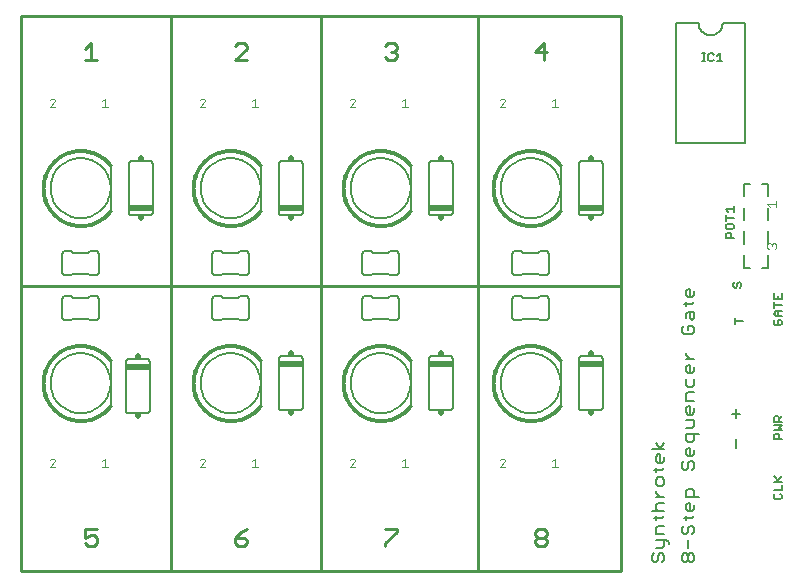
<source format=gto>
G75*
G70*
%OFA0B0*%
%FSLAX24Y24*%
%IPPOS*%
%LPD*%
%AMOC8*
5,1,8,0,0,1.08239X$1,22.5*
%
%ADD10C,0.0110*%
%ADD11C,0.0050*%
%ADD12C,0.0100*%
%ADD13C,0.0080*%
%ADD14C,0.0060*%
%ADD15C,0.0030*%
%ADD16C,0.0010*%
%ADD17C,0.0040*%
%ADD18R,0.0800X0.0200*%
%ADD19C,0.0200*%
D10*
X002956Y001654D02*
X003054Y001556D01*
X003251Y001556D01*
X003349Y001654D01*
X003349Y001851D01*
X003251Y001949D01*
X003153Y001949D01*
X002956Y001851D01*
X002956Y002146D01*
X003349Y002146D01*
X007956Y001851D02*
X007956Y001654D01*
X008054Y001556D01*
X008251Y001556D01*
X008349Y001654D01*
X008349Y001753D01*
X008251Y001851D01*
X007956Y001851D01*
X008153Y002048D01*
X008349Y002146D01*
X012956Y002146D02*
X013349Y002146D01*
X013349Y002048D01*
X012956Y001654D01*
X012956Y001556D01*
X017956Y001654D02*
X018054Y001556D01*
X018251Y001556D01*
X018349Y001654D01*
X018349Y001753D01*
X018251Y001851D01*
X018054Y001851D01*
X017956Y001949D01*
X017956Y002048D01*
X018054Y002146D01*
X018251Y002146D01*
X018349Y002048D01*
X018349Y001949D01*
X018251Y001851D01*
X018054Y001851D02*
X017956Y001753D01*
X017956Y001654D01*
X018251Y017756D02*
X018251Y018346D01*
X017956Y018051D01*
X018349Y018051D01*
X013349Y017953D02*
X013349Y017854D01*
X013251Y017756D01*
X013054Y017756D01*
X012956Y017854D01*
X013153Y018051D02*
X013251Y018051D01*
X013349Y017953D01*
X013251Y018051D02*
X013349Y018149D01*
X013349Y018248D01*
X013251Y018346D01*
X013054Y018346D01*
X012956Y018248D01*
X008349Y018248D02*
X008349Y018149D01*
X007956Y017756D01*
X008349Y017756D01*
X008349Y018248D02*
X008251Y018346D01*
X008054Y018346D01*
X007956Y018248D01*
X003349Y017756D02*
X002956Y017756D01*
X003153Y017756D02*
X003153Y018346D01*
X002956Y018149D01*
D11*
X023526Y017996D02*
X023616Y017996D01*
X023571Y017996D02*
X023571Y017726D01*
X023526Y017726D02*
X023616Y017726D01*
X023722Y017771D02*
X023722Y017951D01*
X023767Y017996D01*
X023857Y017996D01*
X023902Y017951D01*
X024017Y017906D02*
X024107Y017996D01*
X024107Y017726D01*
X024017Y017726D02*
X024197Y017726D01*
X023902Y017771D02*
X023857Y017726D01*
X023767Y017726D01*
X023722Y017771D01*
X024901Y013651D02*
X025104Y013651D01*
X024901Y013651D02*
X024901Y013246D01*
X024901Y012852D02*
X024901Y012448D01*
X024576Y012505D02*
X024306Y012505D01*
X024306Y012415D02*
X024306Y012595D01*
X024396Y012710D02*
X024306Y012800D01*
X024576Y012800D01*
X024576Y012710D02*
X024576Y012890D01*
X024531Y012301D02*
X024351Y012301D01*
X024306Y012256D01*
X024306Y012165D01*
X024351Y012120D01*
X024531Y012120D01*
X024576Y012165D01*
X024576Y012256D01*
X024531Y012301D01*
X024441Y012006D02*
X024486Y011961D01*
X024486Y011826D01*
X024576Y011826D02*
X024306Y011826D01*
X024306Y011961D01*
X024351Y012006D01*
X024441Y012006D01*
X024901Y012054D02*
X024901Y011649D01*
X024901Y011256D02*
X024901Y010851D01*
X025104Y010851D01*
X025498Y010851D02*
X025701Y010851D01*
X025701Y011256D01*
X025701Y011649D02*
X025701Y012054D01*
X025701Y012448D02*
X025701Y012852D01*
X025701Y013246D02*
X025701Y013651D01*
X025498Y013651D01*
X024781Y010356D02*
X024826Y010311D01*
X024826Y010221D01*
X024781Y010176D01*
X024691Y010221D02*
X024691Y010311D01*
X024736Y010356D01*
X024781Y010356D01*
X024691Y010221D02*
X024646Y010176D01*
X024601Y010176D01*
X024556Y010221D01*
X024556Y010311D01*
X024601Y010356D01*
X025906Y009990D02*
X025906Y009810D01*
X026176Y009810D01*
X026176Y009990D01*
X026041Y009900D02*
X026041Y009810D01*
X025906Y009695D02*
X025906Y009515D01*
X025906Y009605D02*
X026176Y009605D01*
X026176Y009401D02*
X025996Y009401D01*
X025906Y009310D01*
X025996Y009220D01*
X026176Y009220D01*
X026131Y009106D02*
X026041Y009106D01*
X026041Y009016D01*
X026131Y009106D02*
X026176Y009061D01*
X026176Y008971D01*
X026131Y008926D01*
X025951Y008926D01*
X025906Y008971D01*
X025906Y009061D01*
X025951Y009106D01*
X026041Y009220D02*
X026041Y009401D01*
X024876Y009066D02*
X024606Y009066D01*
X024606Y008976D02*
X024606Y009156D01*
X025951Y005895D02*
X026041Y005895D01*
X026086Y005850D01*
X026086Y005715D01*
X026176Y005715D02*
X025906Y005715D01*
X025906Y005850D01*
X025951Y005895D01*
X026086Y005805D02*
X026176Y005895D01*
X026176Y005601D02*
X025906Y005601D01*
X025906Y005420D02*
X026176Y005420D01*
X026086Y005510D01*
X026176Y005601D01*
X026041Y005306D02*
X026086Y005261D01*
X026086Y005126D01*
X026176Y005126D02*
X025906Y005126D01*
X025906Y005261D01*
X025951Y005306D01*
X026041Y005306D01*
X026176Y003895D02*
X026041Y003760D01*
X026086Y003715D02*
X025906Y003895D01*
X025906Y003715D02*
X026176Y003715D01*
X026176Y003601D02*
X026176Y003420D01*
X025906Y003420D01*
X025951Y003306D02*
X025906Y003261D01*
X025906Y003171D01*
X025951Y003126D01*
X026131Y003126D01*
X026176Y003171D01*
X026176Y003261D01*
X026131Y003306D01*
D12*
X000801Y000751D02*
X000801Y010251D01*
X000801Y019251D01*
X005801Y019251D01*
X005801Y010251D01*
X005801Y000751D01*
X000801Y000751D01*
X005801Y000751D02*
X010801Y000751D01*
X010801Y010251D01*
X010801Y019251D01*
X016051Y019251D01*
X016051Y010251D01*
X016051Y000751D01*
X010801Y000751D01*
X016051Y000751D02*
X020801Y000751D01*
X020801Y010251D01*
X020801Y019251D01*
X016051Y019251D01*
X010801Y019251D02*
X005801Y019251D01*
X005801Y010251D02*
X000801Y010251D01*
X005801Y010251D02*
X010801Y010251D01*
X016051Y010251D01*
X020801Y010251D01*
D13*
X022840Y008847D02*
X022840Y008707D01*
X022911Y008637D01*
X023191Y008637D01*
X023261Y008707D01*
X023261Y008847D01*
X023191Y008917D01*
X023051Y008917D01*
X023051Y008777D01*
X022911Y008917D02*
X022840Y008847D01*
X022981Y009167D02*
X022981Y009307D01*
X023051Y009377D01*
X023261Y009377D01*
X023261Y009167D01*
X023191Y009097D01*
X023121Y009167D01*
X023121Y009377D01*
X022981Y009557D02*
X022981Y009697D01*
X022911Y009627D02*
X023191Y009627D01*
X023261Y009697D01*
X023191Y009864D02*
X023051Y009864D01*
X022981Y009934D01*
X022981Y010074D01*
X023051Y010144D01*
X023121Y010144D01*
X023121Y009864D01*
X023191Y009864D02*
X023261Y009934D01*
X023261Y010074D01*
X022981Y008003D02*
X022981Y007933D01*
X023121Y007793D01*
X023261Y007793D02*
X022981Y007793D01*
X023051Y007613D02*
X023121Y007613D01*
X023121Y007332D01*
X023191Y007332D02*
X023051Y007332D01*
X022981Y007402D01*
X022981Y007542D01*
X023051Y007613D01*
X023261Y007542D02*
X023261Y007402D01*
X023191Y007332D01*
X023261Y007152D02*
X023261Y006942D01*
X023191Y006872D01*
X023051Y006872D01*
X022981Y006942D01*
X022981Y007152D01*
X023051Y006692D02*
X023261Y006692D01*
X023051Y006692D02*
X022981Y006622D01*
X022981Y006412D01*
X023261Y006412D01*
X023121Y006231D02*
X023051Y006231D01*
X022981Y006161D01*
X022981Y006021D01*
X023051Y005951D01*
X023191Y005951D01*
X023261Y006021D01*
X023261Y006161D01*
X023121Y006231D02*
X023121Y005951D01*
X023261Y005771D02*
X022981Y005771D01*
X023261Y005771D02*
X023261Y005561D01*
X023191Y005491D01*
X022981Y005491D01*
X022981Y005311D02*
X022981Y005101D01*
X023051Y005031D01*
X023191Y005031D01*
X023261Y005101D01*
X023261Y005311D01*
X023401Y005311D02*
X022981Y005311D01*
X023051Y004850D02*
X023121Y004850D01*
X023121Y004570D01*
X023191Y004570D02*
X023051Y004570D01*
X022981Y004640D01*
X022981Y004780D01*
X023051Y004850D01*
X023261Y004780D02*
X023261Y004640D01*
X023191Y004570D01*
X023191Y004390D02*
X023261Y004320D01*
X023261Y004180D01*
X023191Y004110D01*
X023051Y004180D02*
X023051Y004320D01*
X023121Y004390D01*
X023191Y004390D01*
X023051Y004180D02*
X022981Y004110D01*
X022911Y004110D01*
X022840Y004180D01*
X022840Y004320D01*
X022911Y004390D01*
X022261Y004410D02*
X022191Y004340D01*
X022051Y004340D01*
X021981Y004410D01*
X021981Y004550D01*
X022051Y004620D01*
X022121Y004620D01*
X022121Y004340D01*
X022261Y004410D02*
X022261Y004550D01*
X022261Y004800D02*
X021840Y004800D01*
X021981Y005010D02*
X022121Y004800D01*
X022261Y005010D01*
X022261Y004173D02*
X022191Y004103D01*
X021911Y004103D01*
X021981Y004033D02*
X021981Y004173D01*
X022051Y003853D02*
X021981Y003783D01*
X021981Y003643D01*
X022051Y003573D01*
X022191Y003573D01*
X022261Y003643D01*
X022261Y003783D01*
X022191Y003853D01*
X022051Y003853D01*
X021981Y003399D02*
X021981Y003329D01*
X022121Y003189D01*
X022261Y003189D02*
X021981Y003189D01*
X022051Y003009D02*
X022261Y003009D01*
X022051Y003009D02*
X021981Y002939D01*
X021981Y002799D01*
X022051Y002729D01*
X021981Y002562D02*
X021981Y002422D01*
X021911Y002492D02*
X022191Y002492D01*
X022261Y002562D01*
X022261Y002729D02*
X021840Y002729D01*
X022051Y002242D02*
X022261Y002242D01*
X022051Y002242D02*
X021981Y002172D01*
X021981Y001961D01*
X022261Y001961D01*
X022261Y001781D02*
X022261Y001571D01*
X022191Y001501D01*
X021981Y001501D01*
X021911Y001321D02*
X021840Y001251D01*
X021840Y001111D01*
X021911Y001041D01*
X021981Y001041D01*
X022051Y001111D01*
X022051Y001251D01*
X022121Y001321D01*
X022191Y001321D01*
X022261Y001251D01*
X022261Y001111D01*
X022191Y001041D01*
X022840Y001111D02*
X022840Y001251D01*
X022911Y001321D01*
X022981Y001321D01*
X023051Y001251D01*
X023051Y001111D01*
X022981Y001041D01*
X022911Y001041D01*
X022840Y001111D01*
X023051Y001111D02*
X023121Y001041D01*
X023191Y001041D01*
X023261Y001111D01*
X023261Y001251D01*
X023191Y001321D01*
X023121Y001321D01*
X023051Y001251D01*
X023051Y001501D02*
X023051Y001781D01*
X022981Y001961D02*
X023051Y002032D01*
X023051Y002172D01*
X023121Y002242D01*
X023191Y002242D01*
X023261Y002172D01*
X023261Y002032D01*
X023191Y001961D01*
X022981Y001961D02*
X022911Y001961D01*
X022840Y002032D01*
X022840Y002172D01*
X022911Y002242D01*
X022981Y002422D02*
X022981Y002562D01*
X022911Y002492D02*
X023191Y002492D01*
X023261Y002562D01*
X023191Y002729D02*
X023051Y002729D01*
X022981Y002799D01*
X022981Y002939D01*
X023051Y003009D01*
X023121Y003009D01*
X023121Y002729D01*
X023191Y002729D02*
X023261Y002799D01*
X023261Y002939D01*
X023261Y003189D02*
X023261Y003399D01*
X023191Y003469D01*
X023051Y003469D01*
X022981Y003399D01*
X022981Y003189D01*
X023401Y003189D01*
X022331Y001781D02*
X021981Y001781D01*
X022331Y001781D02*
X022401Y001711D01*
X022401Y001641D01*
X024651Y004841D02*
X024651Y005121D01*
X024651Y005841D02*
X024651Y006121D01*
X024511Y005981D02*
X024791Y005981D01*
X018801Y006251D02*
X018801Y007751D01*
X013801Y007751D02*
X013801Y006251D01*
X008801Y006251D02*
X008801Y007751D01*
X003801Y007751D02*
X003801Y006251D01*
X003801Y012751D02*
X003801Y014251D01*
X008801Y014251D02*
X008801Y012751D01*
X013801Y012751D02*
X013801Y014251D01*
X018801Y014251D02*
X018801Y012751D01*
D14*
X019401Y012701D02*
X019401Y014301D01*
X019403Y014318D01*
X019407Y014335D01*
X019414Y014351D01*
X019424Y014365D01*
X019437Y014378D01*
X019451Y014388D01*
X019467Y014395D01*
X019484Y014399D01*
X019501Y014401D01*
X020101Y014401D01*
X020118Y014399D01*
X020135Y014395D01*
X020151Y014388D01*
X020165Y014378D01*
X020178Y014365D01*
X020188Y014351D01*
X020195Y014335D01*
X020199Y014318D01*
X020201Y014301D01*
X020201Y012701D01*
X020199Y012684D01*
X020195Y012667D01*
X020188Y012651D01*
X020178Y012637D01*
X020165Y012624D01*
X020151Y012614D01*
X020135Y012607D01*
X020118Y012603D01*
X020101Y012601D01*
X019501Y012601D01*
X019484Y012603D01*
X019467Y012607D01*
X019451Y012614D01*
X019437Y012624D01*
X019424Y012637D01*
X019414Y012651D01*
X019407Y012667D01*
X019403Y012684D01*
X019401Y012701D01*
X018307Y011401D02*
X018107Y011401D01*
X018057Y011351D01*
X017544Y011351D01*
X017494Y011401D01*
X017294Y011401D01*
X017277Y011399D01*
X017260Y011395D01*
X017244Y011388D01*
X017230Y011378D01*
X017217Y011365D01*
X017207Y011351D01*
X017200Y011335D01*
X017196Y011318D01*
X017194Y011301D01*
X017194Y010701D01*
X017196Y010684D01*
X017200Y010667D01*
X017207Y010651D01*
X017217Y010637D01*
X017230Y010624D01*
X017244Y010614D01*
X017260Y010607D01*
X017277Y010603D01*
X017294Y010601D01*
X017494Y010601D01*
X017544Y010651D01*
X018057Y010651D01*
X018107Y010601D01*
X018307Y010601D01*
X018324Y010603D01*
X018341Y010607D01*
X018357Y010614D01*
X018371Y010624D01*
X018384Y010637D01*
X018394Y010651D01*
X018401Y010667D01*
X018405Y010684D01*
X018407Y010701D01*
X018407Y011301D01*
X018405Y011318D01*
X018401Y011335D01*
X018394Y011351D01*
X018384Y011365D01*
X018371Y011378D01*
X018357Y011388D01*
X018341Y011395D01*
X018324Y011399D01*
X018307Y011401D01*
X018307Y009901D02*
X018107Y009901D01*
X018057Y009851D01*
X017544Y009851D01*
X017494Y009901D01*
X017294Y009901D01*
X017277Y009899D01*
X017260Y009895D01*
X017244Y009888D01*
X017230Y009878D01*
X017217Y009865D01*
X017207Y009851D01*
X017200Y009835D01*
X017196Y009818D01*
X017194Y009801D01*
X017194Y009201D01*
X017196Y009184D01*
X017200Y009167D01*
X017207Y009151D01*
X017217Y009137D01*
X017230Y009124D01*
X017244Y009114D01*
X017260Y009107D01*
X017277Y009103D01*
X017294Y009101D01*
X017494Y009101D01*
X017544Y009151D01*
X018057Y009151D01*
X018107Y009101D01*
X018307Y009101D01*
X018324Y009103D01*
X018341Y009107D01*
X018357Y009114D01*
X018371Y009124D01*
X018384Y009137D01*
X018394Y009151D01*
X018401Y009167D01*
X018405Y009184D01*
X018407Y009201D01*
X018407Y009801D01*
X018405Y009818D01*
X018401Y009835D01*
X018394Y009851D01*
X018384Y009865D01*
X018371Y009878D01*
X018357Y009888D01*
X018341Y009895D01*
X018324Y009899D01*
X018307Y009901D01*
X019501Y007901D02*
X020101Y007901D01*
X020118Y007899D01*
X020135Y007895D01*
X020151Y007888D01*
X020165Y007878D01*
X020178Y007865D01*
X020188Y007851D01*
X020195Y007835D01*
X020199Y007818D01*
X020201Y007801D01*
X020201Y006201D01*
X020199Y006184D01*
X020195Y006167D01*
X020188Y006151D01*
X020178Y006137D01*
X020165Y006124D01*
X020151Y006114D01*
X020135Y006107D01*
X020118Y006103D01*
X020101Y006101D01*
X019501Y006101D01*
X019484Y006103D01*
X019467Y006107D01*
X019451Y006114D01*
X019437Y006124D01*
X019424Y006137D01*
X019414Y006151D01*
X019407Y006167D01*
X019403Y006184D01*
X019401Y006201D01*
X019401Y007801D01*
X019403Y007818D01*
X019407Y007835D01*
X019414Y007851D01*
X019424Y007865D01*
X019437Y007878D01*
X019451Y007888D01*
X019467Y007895D01*
X019484Y007899D01*
X019501Y007901D01*
X016801Y007001D02*
X016803Y007064D01*
X016809Y007126D01*
X016819Y007188D01*
X016832Y007250D01*
X016850Y007310D01*
X016871Y007369D01*
X016896Y007427D01*
X016925Y007483D01*
X016957Y007537D01*
X016992Y007589D01*
X017030Y007638D01*
X017072Y007686D01*
X017116Y007730D01*
X017164Y007772D01*
X017213Y007810D01*
X017265Y007845D01*
X017319Y007877D01*
X017375Y007906D01*
X017433Y007931D01*
X017492Y007952D01*
X017552Y007970D01*
X017614Y007983D01*
X017676Y007993D01*
X017738Y007999D01*
X017801Y008001D01*
X017864Y007999D01*
X017926Y007993D01*
X017988Y007983D01*
X018050Y007970D01*
X018110Y007952D01*
X018169Y007931D01*
X018227Y007906D01*
X018283Y007877D01*
X018337Y007845D01*
X018389Y007810D01*
X018438Y007772D01*
X018486Y007730D01*
X018530Y007686D01*
X018572Y007638D01*
X018610Y007589D01*
X018645Y007537D01*
X018677Y007483D01*
X018706Y007427D01*
X018731Y007369D01*
X018752Y007310D01*
X018770Y007250D01*
X018783Y007188D01*
X018793Y007126D01*
X018799Y007064D01*
X018801Y007001D01*
X018799Y006938D01*
X018793Y006876D01*
X018783Y006814D01*
X018770Y006752D01*
X018752Y006692D01*
X018731Y006633D01*
X018706Y006575D01*
X018677Y006519D01*
X018645Y006465D01*
X018610Y006413D01*
X018572Y006364D01*
X018530Y006316D01*
X018486Y006272D01*
X018438Y006230D01*
X018389Y006192D01*
X018337Y006157D01*
X018283Y006125D01*
X018227Y006096D01*
X018169Y006071D01*
X018110Y006050D01*
X018050Y006032D01*
X017988Y006019D01*
X017926Y006009D01*
X017864Y006003D01*
X017801Y006001D01*
X017738Y006003D01*
X017676Y006009D01*
X017614Y006019D01*
X017552Y006032D01*
X017492Y006050D01*
X017433Y006071D01*
X017375Y006096D01*
X017319Y006125D01*
X017265Y006157D01*
X017213Y006192D01*
X017164Y006230D01*
X017116Y006272D01*
X017072Y006316D01*
X017030Y006364D01*
X016992Y006413D01*
X016957Y006465D01*
X016925Y006519D01*
X016896Y006575D01*
X016871Y006633D01*
X016850Y006692D01*
X016832Y006752D01*
X016819Y006814D01*
X016809Y006876D01*
X016803Y006938D01*
X016801Y007001D01*
X015201Y007801D02*
X015201Y006201D01*
X015199Y006184D01*
X015195Y006167D01*
X015188Y006151D01*
X015178Y006137D01*
X015165Y006124D01*
X015151Y006114D01*
X015135Y006107D01*
X015118Y006103D01*
X015101Y006101D01*
X014501Y006101D01*
X014484Y006103D01*
X014467Y006107D01*
X014451Y006114D01*
X014437Y006124D01*
X014424Y006137D01*
X014414Y006151D01*
X014407Y006167D01*
X014403Y006184D01*
X014401Y006201D01*
X014401Y007801D01*
X014403Y007818D01*
X014407Y007835D01*
X014414Y007851D01*
X014424Y007865D01*
X014437Y007878D01*
X014451Y007888D01*
X014467Y007895D01*
X014484Y007899D01*
X014501Y007901D01*
X015101Y007901D01*
X015118Y007899D01*
X015135Y007895D01*
X015151Y007888D01*
X015165Y007878D01*
X015178Y007865D01*
X015188Y007851D01*
X015195Y007835D01*
X015199Y007818D01*
X015201Y007801D01*
X013407Y009201D02*
X013407Y009801D01*
X013405Y009818D01*
X013401Y009835D01*
X013394Y009851D01*
X013384Y009865D01*
X013371Y009878D01*
X013357Y009888D01*
X013341Y009895D01*
X013324Y009899D01*
X013307Y009901D01*
X013107Y009901D01*
X013057Y009851D01*
X012544Y009851D01*
X012494Y009901D01*
X012294Y009901D01*
X012277Y009899D01*
X012260Y009895D01*
X012244Y009888D01*
X012230Y009878D01*
X012217Y009865D01*
X012207Y009851D01*
X012200Y009835D01*
X012196Y009818D01*
X012194Y009801D01*
X012194Y009201D01*
X012196Y009184D01*
X012200Y009167D01*
X012207Y009151D01*
X012217Y009137D01*
X012230Y009124D01*
X012244Y009114D01*
X012260Y009107D01*
X012277Y009103D01*
X012294Y009101D01*
X012494Y009101D01*
X012544Y009151D01*
X013057Y009151D01*
X013107Y009101D01*
X013307Y009101D01*
X013324Y009103D01*
X013341Y009107D01*
X013357Y009114D01*
X013371Y009124D01*
X013384Y009137D01*
X013394Y009151D01*
X013401Y009167D01*
X013405Y009184D01*
X013407Y009201D01*
X013307Y010601D02*
X013107Y010601D01*
X013057Y010651D01*
X012544Y010651D01*
X012494Y010601D01*
X012294Y010601D01*
X012277Y010603D01*
X012260Y010607D01*
X012244Y010614D01*
X012230Y010624D01*
X012217Y010637D01*
X012207Y010651D01*
X012200Y010667D01*
X012196Y010684D01*
X012194Y010701D01*
X012194Y011301D01*
X012196Y011318D01*
X012200Y011335D01*
X012207Y011351D01*
X012217Y011365D01*
X012230Y011378D01*
X012244Y011388D01*
X012260Y011395D01*
X012277Y011399D01*
X012294Y011401D01*
X012494Y011401D01*
X012544Y011351D01*
X013057Y011351D01*
X013107Y011401D01*
X013307Y011401D01*
X013324Y011399D01*
X013341Y011395D01*
X013357Y011388D01*
X013371Y011378D01*
X013384Y011365D01*
X013394Y011351D01*
X013401Y011335D01*
X013405Y011318D01*
X013407Y011301D01*
X013407Y010701D01*
X013405Y010684D01*
X013401Y010667D01*
X013394Y010651D01*
X013384Y010637D01*
X013371Y010624D01*
X013357Y010614D01*
X013341Y010607D01*
X013324Y010603D01*
X013307Y010601D01*
X014501Y012601D02*
X015101Y012601D01*
X015118Y012603D01*
X015135Y012607D01*
X015151Y012614D01*
X015165Y012624D01*
X015178Y012637D01*
X015188Y012651D01*
X015195Y012667D01*
X015199Y012684D01*
X015201Y012701D01*
X015201Y014301D01*
X015199Y014318D01*
X015195Y014335D01*
X015188Y014351D01*
X015178Y014365D01*
X015165Y014378D01*
X015151Y014388D01*
X015135Y014395D01*
X015118Y014399D01*
X015101Y014401D01*
X014501Y014401D01*
X014484Y014399D01*
X014467Y014395D01*
X014451Y014388D01*
X014437Y014378D01*
X014424Y014365D01*
X014414Y014351D01*
X014407Y014335D01*
X014403Y014318D01*
X014401Y014301D01*
X014401Y012701D01*
X014403Y012684D01*
X014407Y012667D01*
X014414Y012651D01*
X014424Y012637D01*
X014437Y012624D01*
X014451Y012614D01*
X014467Y012607D01*
X014484Y012603D01*
X014501Y012601D01*
X011801Y013501D02*
X011803Y013564D01*
X011809Y013626D01*
X011819Y013688D01*
X011832Y013750D01*
X011850Y013810D01*
X011871Y013869D01*
X011896Y013927D01*
X011925Y013983D01*
X011957Y014037D01*
X011992Y014089D01*
X012030Y014138D01*
X012072Y014186D01*
X012116Y014230D01*
X012164Y014272D01*
X012213Y014310D01*
X012265Y014345D01*
X012319Y014377D01*
X012375Y014406D01*
X012433Y014431D01*
X012492Y014452D01*
X012552Y014470D01*
X012614Y014483D01*
X012676Y014493D01*
X012738Y014499D01*
X012801Y014501D01*
X012864Y014499D01*
X012926Y014493D01*
X012988Y014483D01*
X013050Y014470D01*
X013110Y014452D01*
X013169Y014431D01*
X013227Y014406D01*
X013283Y014377D01*
X013337Y014345D01*
X013389Y014310D01*
X013438Y014272D01*
X013486Y014230D01*
X013530Y014186D01*
X013572Y014138D01*
X013610Y014089D01*
X013645Y014037D01*
X013677Y013983D01*
X013706Y013927D01*
X013731Y013869D01*
X013752Y013810D01*
X013770Y013750D01*
X013783Y013688D01*
X013793Y013626D01*
X013799Y013564D01*
X013801Y013501D01*
X013799Y013438D01*
X013793Y013376D01*
X013783Y013314D01*
X013770Y013252D01*
X013752Y013192D01*
X013731Y013133D01*
X013706Y013075D01*
X013677Y013019D01*
X013645Y012965D01*
X013610Y012913D01*
X013572Y012864D01*
X013530Y012816D01*
X013486Y012772D01*
X013438Y012730D01*
X013389Y012692D01*
X013337Y012657D01*
X013283Y012625D01*
X013227Y012596D01*
X013169Y012571D01*
X013110Y012550D01*
X013050Y012532D01*
X012988Y012519D01*
X012926Y012509D01*
X012864Y012503D01*
X012801Y012501D01*
X012738Y012503D01*
X012676Y012509D01*
X012614Y012519D01*
X012552Y012532D01*
X012492Y012550D01*
X012433Y012571D01*
X012375Y012596D01*
X012319Y012625D01*
X012265Y012657D01*
X012213Y012692D01*
X012164Y012730D01*
X012116Y012772D01*
X012072Y012816D01*
X012030Y012864D01*
X011992Y012913D01*
X011957Y012965D01*
X011925Y013019D01*
X011896Y013075D01*
X011871Y013133D01*
X011850Y013192D01*
X011832Y013252D01*
X011819Y013314D01*
X011809Y013376D01*
X011803Y013438D01*
X011801Y013501D01*
X010201Y012701D02*
X010201Y014301D01*
X010199Y014318D01*
X010195Y014335D01*
X010188Y014351D01*
X010178Y014365D01*
X010165Y014378D01*
X010151Y014388D01*
X010135Y014395D01*
X010118Y014399D01*
X010101Y014401D01*
X009501Y014401D01*
X009484Y014399D01*
X009467Y014395D01*
X009451Y014388D01*
X009437Y014378D01*
X009424Y014365D01*
X009414Y014351D01*
X009407Y014335D01*
X009403Y014318D01*
X009401Y014301D01*
X009401Y012701D01*
X009403Y012684D01*
X009407Y012667D01*
X009414Y012651D01*
X009424Y012637D01*
X009437Y012624D01*
X009451Y012614D01*
X009467Y012607D01*
X009484Y012603D01*
X009501Y012601D01*
X010101Y012601D01*
X010118Y012603D01*
X010135Y012607D01*
X010151Y012614D01*
X010165Y012624D01*
X010178Y012637D01*
X010188Y012651D01*
X010195Y012667D01*
X010199Y012684D01*
X010201Y012701D01*
X008407Y011301D02*
X008407Y010701D01*
X008405Y010684D01*
X008401Y010667D01*
X008394Y010651D01*
X008384Y010637D01*
X008371Y010624D01*
X008357Y010614D01*
X008341Y010607D01*
X008324Y010603D01*
X008307Y010601D01*
X008107Y010601D01*
X008057Y010651D01*
X007544Y010651D01*
X007494Y010601D01*
X007294Y010601D01*
X007277Y010603D01*
X007260Y010607D01*
X007244Y010614D01*
X007230Y010624D01*
X007217Y010637D01*
X007207Y010651D01*
X007200Y010667D01*
X007196Y010684D01*
X007194Y010701D01*
X007194Y011301D01*
X007196Y011318D01*
X007200Y011335D01*
X007207Y011351D01*
X007217Y011365D01*
X007230Y011378D01*
X007244Y011388D01*
X007260Y011395D01*
X007277Y011399D01*
X007294Y011401D01*
X007494Y011401D01*
X007544Y011351D01*
X008057Y011351D01*
X008107Y011401D01*
X008307Y011401D01*
X008324Y011399D01*
X008341Y011395D01*
X008357Y011388D01*
X008371Y011378D01*
X008384Y011365D01*
X008394Y011351D01*
X008401Y011335D01*
X008405Y011318D01*
X008407Y011301D01*
X008307Y009901D02*
X008107Y009901D01*
X008057Y009851D01*
X007544Y009851D01*
X007494Y009901D01*
X007294Y009901D01*
X007277Y009899D01*
X007260Y009895D01*
X007244Y009888D01*
X007230Y009878D01*
X007217Y009865D01*
X007207Y009851D01*
X007200Y009835D01*
X007196Y009818D01*
X007194Y009801D01*
X007194Y009201D01*
X007196Y009184D01*
X007200Y009167D01*
X007207Y009151D01*
X007217Y009137D01*
X007230Y009124D01*
X007244Y009114D01*
X007260Y009107D01*
X007277Y009103D01*
X007294Y009101D01*
X007494Y009101D01*
X007544Y009151D01*
X008057Y009151D01*
X008107Y009101D01*
X008307Y009101D01*
X008324Y009103D01*
X008341Y009107D01*
X008357Y009114D01*
X008371Y009124D01*
X008384Y009137D01*
X008394Y009151D01*
X008401Y009167D01*
X008405Y009184D01*
X008407Y009201D01*
X008407Y009801D01*
X008405Y009818D01*
X008401Y009835D01*
X008394Y009851D01*
X008384Y009865D01*
X008371Y009878D01*
X008357Y009888D01*
X008341Y009895D01*
X008324Y009899D01*
X008307Y009901D01*
X009501Y007901D02*
X010101Y007901D01*
X010118Y007899D01*
X010135Y007895D01*
X010151Y007888D01*
X010165Y007878D01*
X010178Y007865D01*
X010188Y007851D01*
X010195Y007835D01*
X010199Y007818D01*
X010201Y007801D01*
X010201Y006201D01*
X010199Y006184D01*
X010195Y006167D01*
X010188Y006151D01*
X010178Y006137D01*
X010165Y006124D01*
X010151Y006114D01*
X010135Y006107D01*
X010118Y006103D01*
X010101Y006101D01*
X009501Y006101D01*
X009484Y006103D01*
X009467Y006107D01*
X009451Y006114D01*
X009437Y006124D01*
X009424Y006137D01*
X009414Y006151D01*
X009407Y006167D01*
X009403Y006184D01*
X009401Y006201D01*
X009401Y007801D01*
X009403Y007818D01*
X009407Y007835D01*
X009414Y007851D01*
X009424Y007865D01*
X009437Y007878D01*
X009451Y007888D01*
X009467Y007895D01*
X009484Y007899D01*
X009501Y007901D01*
X006801Y007001D02*
X006803Y007064D01*
X006809Y007126D01*
X006819Y007188D01*
X006832Y007250D01*
X006850Y007310D01*
X006871Y007369D01*
X006896Y007427D01*
X006925Y007483D01*
X006957Y007537D01*
X006992Y007589D01*
X007030Y007638D01*
X007072Y007686D01*
X007116Y007730D01*
X007164Y007772D01*
X007213Y007810D01*
X007265Y007845D01*
X007319Y007877D01*
X007375Y007906D01*
X007433Y007931D01*
X007492Y007952D01*
X007552Y007970D01*
X007614Y007983D01*
X007676Y007993D01*
X007738Y007999D01*
X007801Y008001D01*
X007864Y007999D01*
X007926Y007993D01*
X007988Y007983D01*
X008050Y007970D01*
X008110Y007952D01*
X008169Y007931D01*
X008227Y007906D01*
X008283Y007877D01*
X008337Y007845D01*
X008389Y007810D01*
X008438Y007772D01*
X008486Y007730D01*
X008530Y007686D01*
X008572Y007638D01*
X008610Y007589D01*
X008645Y007537D01*
X008677Y007483D01*
X008706Y007427D01*
X008731Y007369D01*
X008752Y007310D01*
X008770Y007250D01*
X008783Y007188D01*
X008793Y007126D01*
X008799Y007064D01*
X008801Y007001D01*
X008799Y006938D01*
X008793Y006876D01*
X008783Y006814D01*
X008770Y006752D01*
X008752Y006692D01*
X008731Y006633D01*
X008706Y006575D01*
X008677Y006519D01*
X008645Y006465D01*
X008610Y006413D01*
X008572Y006364D01*
X008530Y006316D01*
X008486Y006272D01*
X008438Y006230D01*
X008389Y006192D01*
X008337Y006157D01*
X008283Y006125D01*
X008227Y006096D01*
X008169Y006071D01*
X008110Y006050D01*
X008050Y006032D01*
X007988Y006019D01*
X007926Y006009D01*
X007864Y006003D01*
X007801Y006001D01*
X007738Y006003D01*
X007676Y006009D01*
X007614Y006019D01*
X007552Y006032D01*
X007492Y006050D01*
X007433Y006071D01*
X007375Y006096D01*
X007319Y006125D01*
X007265Y006157D01*
X007213Y006192D01*
X007164Y006230D01*
X007116Y006272D01*
X007072Y006316D01*
X007030Y006364D01*
X006992Y006413D01*
X006957Y006465D01*
X006925Y006519D01*
X006896Y006575D01*
X006871Y006633D01*
X006850Y006692D01*
X006832Y006752D01*
X006819Y006814D01*
X006809Y006876D01*
X006803Y006938D01*
X006801Y007001D01*
X005101Y007701D02*
X005101Y006101D01*
X005099Y006084D01*
X005095Y006067D01*
X005088Y006051D01*
X005078Y006037D01*
X005065Y006024D01*
X005051Y006014D01*
X005035Y006007D01*
X005018Y006003D01*
X005001Y006001D01*
X004401Y006001D01*
X004384Y006003D01*
X004367Y006007D01*
X004351Y006014D01*
X004337Y006024D01*
X004324Y006037D01*
X004314Y006051D01*
X004307Y006067D01*
X004303Y006084D01*
X004301Y006101D01*
X004301Y007701D01*
X004303Y007718D01*
X004307Y007735D01*
X004314Y007751D01*
X004324Y007765D01*
X004337Y007778D01*
X004351Y007788D01*
X004367Y007795D01*
X004384Y007799D01*
X004401Y007801D01*
X005001Y007801D01*
X005018Y007799D01*
X005035Y007795D01*
X005051Y007788D01*
X005065Y007778D01*
X005078Y007765D01*
X005088Y007751D01*
X005095Y007735D01*
X005099Y007718D01*
X005101Y007701D01*
X003407Y009201D02*
X003407Y009801D01*
X003405Y009818D01*
X003401Y009835D01*
X003394Y009851D01*
X003384Y009865D01*
X003371Y009878D01*
X003357Y009888D01*
X003341Y009895D01*
X003324Y009899D01*
X003307Y009901D01*
X003107Y009901D01*
X003057Y009851D01*
X002544Y009851D01*
X002494Y009901D01*
X002294Y009901D01*
X002277Y009899D01*
X002260Y009895D01*
X002244Y009888D01*
X002230Y009878D01*
X002217Y009865D01*
X002207Y009851D01*
X002200Y009835D01*
X002196Y009818D01*
X002194Y009801D01*
X002194Y009201D01*
X002196Y009184D01*
X002200Y009167D01*
X002207Y009151D01*
X002217Y009137D01*
X002230Y009124D01*
X002244Y009114D01*
X002260Y009107D01*
X002277Y009103D01*
X002294Y009101D01*
X002494Y009101D01*
X002544Y009151D01*
X003057Y009151D01*
X003107Y009101D01*
X003307Y009101D01*
X003324Y009103D01*
X003341Y009107D01*
X003357Y009114D01*
X003371Y009124D01*
X003384Y009137D01*
X003394Y009151D01*
X003401Y009167D01*
X003405Y009184D01*
X003407Y009201D01*
X003307Y010601D02*
X003107Y010601D01*
X003057Y010651D01*
X002544Y010651D01*
X002494Y010601D01*
X002294Y010601D01*
X002277Y010603D01*
X002260Y010607D01*
X002244Y010614D01*
X002230Y010624D01*
X002217Y010637D01*
X002207Y010651D01*
X002200Y010667D01*
X002196Y010684D01*
X002194Y010701D01*
X002194Y011301D01*
X002196Y011318D01*
X002200Y011335D01*
X002207Y011351D01*
X002217Y011365D01*
X002230Y011378D01*
X002244Y011388D01*
X002260Y011395D01*
X002277Y011399D01*
X002294Y011401D01*
X002494Y011401D01*
X002544Y011351D01*
X003057Y011351D01*
X003107Y011401D01*
X003307Y011401D01*
X003324Y011399D01*
X003341Y011395D01*
X003357Y011388D01*
X003371Y011378D01*
X003384Y011365D01*
X003394Y011351D01*
X003401Y011335D01*
X003405Y011318D01*
X003407Y011301D01*
X003407Y010701D01*
X003405Y010684D01*
X003401Y010667D01*
X003394Y010651D01*
X003384Y010637D01*
X003371Y010624D01*
X003357Y010614D01*
X003341Y010607D01*
X003324Y010603D01*
X003307Y010601D01*
X004501Y012601D02*
X005101Y012601D01*
X005118Y012603D01*
X005135Y012607D01*
X005151Y012614D01*
X005165Y012624D01*
X005178Y012637D01*
X005188Y012651D01*
X005195Y012667D01*
X005199Y012684D01*
X005201Y012701D01*
X005201Y014301D01*
X005199Y014318D01*
X005195Y014335D01*
X005188Y014351D01*
X005178Y014365D01*
X005165Y014378D01*
X005151Y014388D01*
X005135Y014395D01*
X005118Y014399D01*
X005101Y014401D01*
X004501Y014401D01*
X004484Y014399D01*
X004467Y014395D01*
X004451Y014388D01*
X004437Y014378D01*
X004424Y014365D01*
X004414Y014351D01*
X004407Y014335D01*
X004403Y014318D01*
X004401Y014301D01*
X004401Y012701D01*
X004403Y012684D01*
X004407Y012667D01*
X004414Y012651D01*
X004424Y012637D01*
X004437Y012624D01*
X004451Y012614D01*
X004467Y012607D01*
X004484Y012603D01*
X004501Y012601D01*
X001801Y013501D02*
X001803Y013564D01*
X001809Y013626D01*
X001819Y013688D01*
X001832Y013750D01*
X001850Y013810D01*
X001871Y013869D01*
X001896Y013927D01*
X001925Y013983D01*
X001957Y014037D01*
X001992Y014089D01*
X002030Y014138D01*
X002072Y014186D01*
X002116Y014230D01*
X002164Y014272D01*
X002213Y014310D01*
X002265Y014345D01*
X002319Y014377D01*
X002375Y014406D01*
X002433Y014431D01*
X002492Y014452D01*
X002552Y014470D01*
X002614Y014483D01*
X002676Y014493D01*
X002738Y014499D01*
X002801Y014501D01*
X002864Y014499D01*
X002926Y014493D01*
X002988Y014483D01*
X003050Y014470D01*
X003110Y014452D01*
X003169Y014431D01*
X003227Y014406D01*
X003283Y014377D01*
X003337Y014345D01*
X003389Y014310D01*
X003438Y014272D01*
X003486Y014230D01*
X003530Y014186D01*
X003572Y014138D01*
X003610Y014089D01*
X003645Y014037D01*
X003677Y013983D01*
X003706Y013927D01*
X003731Y013869D01*
X003752Y013810D01*
X003770Y013750D01*
X003783Y013688D01*
X003793Y013626D01*
X003799Y013564D01*
X003801Y013501D01*
X003799Y013438D01*
X003793Y013376D01*
X003783Y013314D01*
X003770Y013252D01*
X003752Y013192D01*
X003731Y013133D01*
X003706Y013075D01*
X003677Y013019D01*
X003645Y012965D01*
X003610Y012913D01*
X003572Y012864D01*
X003530Y012816D01*
X003486Y012772D01*
X003438Y012730D01*
X003389Y012692D01*
X003337Y012657D01*
X003283Y012625D01*
X003227Y012596D01*
X003169Y012571D01*
X003110Y012550D01*
X003050Y012532D01*
X002988Y012519D01*
X002926Y012509D01*
X002864Y012503D01*
X002801Y012501D01*
X002738Y012503D01*
X002676Y012509D01*
X002614Y012519D01*
X002552Y012532D01*
X002492Y012550D01*
X002433Y012571D01*
X002375Y012596D01*
X002319Y012625D01*
X002265Y012657D01*
X002213Y012692D01*
X002164Y012730D01*
X002116Y012772D01*
X002072Y012816D01*
X002030Y012864D01*
X001992Y012913D01*
X001957Y012965D01*
X001925Y013019D01*
X001896Y013075D01*
X001871Y013133D01*
X001850Y013192D01*
X001832Y013252D01*
X001819Y013314D01*
X001809Y013376D01*
X001803Y013438D01*
X001801Y013501D01*
X006801Y013501D02*
X006803Y013564D01*
X006809Y013626D01*
X006819Y013688D01*
X006832Y013750D01*
X006850Y013810D01*
X006871Y013869D01*
X006896Y013927D01*
X006925Y013983D01*
X006957Y014037D01*
X006992Y014089D01*
X007030Y014138D01*
X007072Y014186D01*
X007116Y014230D01*
X007164Y014272D01*
X007213Y014310D01*
X007265Y014345D01*
X007319Y014377D01*
X007375Y014406D01*
X007433Y014431D01*
X007492Y014452D01*
X007552Y014470D01*
X007614Y014483D01*
X007676Y014493D01*
X007738Y014499D01*
X007801Y014501D01*
X007864Y014499D01*
X007926Y014493D01*
X007988Y014483D01*
X008050Y014470D01*
X008110Y014452D01*
X008169Y014431D01*
X008227Y014406D01*
X008283Y014377D01*
X008337Y014345D01*
X008389Y014310D01*
X008438Y014272D01*
X008486Y014230D01*
X008530Y014186D01*
X008572Y014138D01*
X008610Y014089D01*
X008645Y014037D01*
X008677Y013983D01*
X008706Y013927D01*
X008731Y013869D01*
X008752Y013810D01*
X008770Y013750D01*
X008783Y013688D01*
X008793Y013626D01*
X008799Y013564D01*
X008801Y013501D01*
X008799Y013438D01*
X008793Y013376D01*
X008783Y013314D01*
X008770Y013252D01*
X008752Y013192D01*
X008731Y013133D01*
X008706Y013075D01*
X008677Y013019D01*
X008645Y012965D01*
X008610Y012913D01*
X008572Y012864D01*
X008530Y012816D01*
X008486Y012772D01*
X008438Y012730D01*
X008389Y012692D01*
X008337Y012657D01*
X008283Y012625D01*
X008227Y012596D01*
X008169Y012571D01*
X008110Y012550D01*
X008050Y012532D01*
X007988Y012519D01*
X007926Y012509D01*
X007864Y012503D01*
X007801Y012501D01*
X007738Y012503D01*
X007676Y012509D01*
X007614Y012519D01*
X007552Y012532D01*
X007492Y012550D01*
X007433Y012571D01*
X007375Y012596D01*
X007319Y012625D01*
X007265Y012657D01*
X007213Y012692D01*
X007164Y012730D01*
X007116Y012772D01*
X007072Y012816D01*
X007030Y012864D01*
X006992Y012913D01*
X006957Y012965D01*
X006925Y013019D01*
X006896Y013075D01*
X006871Y013133D01*
X006850Y013192D01*
X006832Y013252D01*
X006819Y013314D01*
X006809Y013376D01*
X006803Y013438D01*
X006801Y013501D01*
X001801Y007001D02*
X001803Y007064D01*
X001809Y007126D01*
X001819Y007188D01*
X001832Y007250D01*
X001850Y007310D01*
X001871Y007369D01*
X001896Y007427D01*
X001925Y007483D01*
X001957Y007537D01*
X001992Y007589D01*
X002030Y007638D01*
X002072Y007686D01*
X002116Y007730D01*
X002164Y007772D01*
X002213Y007810D01*
X002265Y007845D01*
X002319Y007877D01*
X002375Y007906D01*
X002433Y007931D01*
X002492Y007952D01*
X002552Y007970D01*
X002614Y007983D01*
X002676Y007993D01*
X002738Y007999D01*
X002801Y008001D01*
X002864Y007999D01*
X002926Y007993D01*
X002988Y007983D01*
X003050Y007970D01*
X003110Y007952D01*
X003169Y007931D01*
X003227Y007906D01*
X003283Y007877D01*
X003337Y007845D01*
X003389Y007810D01*
X003438Y007772D01*
X003486Y007730D01*
X003530Y007686D01*
X003572Y007638D01*
X003610Y007589D01*
X003645Y007537D01*
X003677Y007483D01*
X003706Y007427D01*
X003731Y007369D01*
X003752Y007310D01*
X003770Y007250D01*
X003783Y007188D01*
X003793Y007126D01*
X003799Y007064D01*
X003801Y007001D01*
X003799Y006938D01*
X003793Y006876D01*
X003783Y006814D01*
X003770Y006752D01*
X003752Y006692D01*
X003731Y006633D01*
X003706Y006575D01*
X003677Y006519D01*
X003645Y006465D01*
X003610Y006413D01*
X003572Y006364D01*
X003530Y006316D01*
X003486Y006272D01*
X003438Y006230D01*
X003389Y006192D01*
X003337Y006157D01*
X003283Y006125D01*
X003227Y006096D01*
X003169Y006071D01*
X003110Y006050D01*
X003050Y006032D01*
X002988Y006019D01*
X002926Y006009D01*
X002864Y006003D01*
X002801Y006001D01*
X002738Y006003D01*
X002676Y006009D01*
X002614Y006019D01*
X002552Y006032D01*
X002492Y006050D01*
X002433Y006071D01*
X002375Y006096D01*
X002319Y006125D01*
X002265Y006157D01*
X002213Y006192D01*
X002164Y006230D01*
X002116Y006272D01*
X002072Y006316D01*
X002030Y006364D01*
X001992Y006413D01*
X001957Y006465D01*
X001925Y006519D01*
X001896Y006575D01*
X001871Y006633D01*
X001850Y006692D01*
X001832Y006752D01*
X001819Y006814D01*
X001809Y006876D01*
X001803Y006938D01*
X001801Y007001D01*
X011801Y007001D02*
X011803Y007064D01*
X011809Y007126D01*
X011819Y007188D01*
X011832Y007250D01*
X011850Y007310D01*
X011871Y007369D01*
X011896Y007427D01*
X011925Y007483D01*
X011957Y007537D01*
X011992Y007589D01*
X012030Y007638D01*
X012072Y007686D01*
X012116Y007730D01*
X012164Y007772D01*
X012213Y007810D01*
X012265Y007845D01*
X012319Y007877D01*
X012375Y007906D01*
X012433Y007931D01*
X012492Y007952D01*
X012552Y007970D01*
X012614Y007983D01*
X012676Y007993D01*
X012738Y007999D01*
X012801Y008001D01*
X012864Y007999D01*
X012926Y007993D01*
X012988Y007983D01*
X013050Y007970D01*
X013110Y007952D01*
X013169Y007931D01*
X013227Y007906D01*
X013283Y007877D01*
X013337Y007845D01*
X013389Y007810D01*
X013438Y007772D01*
X013486Y007730D01*
X013530Y007686D01*
X013572Y007638D01*
X013610Y007589D01*
X013645Y007537D01*
X013677Y007483D01*
X013706Y007427D01*
X013731Y007369D01*
X013752Y007310D01*
X013770Y007250D01*
X013783Y007188D01*
X013793Y007126D01*
X013799Y007064D01*
X013801Y007001D01*
X013799Y006938D01*
X013793Y006876D01*
X013783Y006814D01*
X013770Y006752D01*
X013752Y006692D01*
X013731Y006633D01*
X013706Y006575D01*
X013677Y006519D01*
X013645Y006465D01*
X013610Y006413D01*
X013572Y006364D01*
X013530Y006316D01*
X013486Y006272D01*
X013438Y006230D01*
X013389Y006192D01*
X013337Y006157D01*
X013283Y006125D01*
X013227Y006096D01*
X013169Y006071D01*
X013110Y006050D01*
X013050Y006032D01*
X012988Y006019D01*
X012926Y006009D01*
X012864Y006003D01*
X012801Y006001D01*
X012738Y006003D01*
X012676Y006009D01*
X012614Y006019D01*
X012552Y006032D01*
X012492Y006050D01*
X012433Y006071D01*
X012375Y006096D01*
X012319Y006125D01*
X012265Y006157D01*
X012213Y006192D01*
X012164Y006230D01*
X012116Y006272D01*
X012072Y006316D01*
X012030Y006364D01*
X011992Y006413D01*
X011957Y006465D01*
X011925Y006519D01*
X011896Y006575D01*
X011871Y006633D01*
X011850Y006692D01*
X011832Y006752D01*
X011819Y006814D01*
X011809Y006876D01*
X011803Y006938D01*
X011801Y007001D01*
X016801Y013501D02*
X016803Y013564D01*
X016809Y013626D01*
X016819Y013688D01*
X016832Y013750D01*
X016850Y013810D01*
X016871Y013869D01*
X016896Y013927D01*
X016925Y013983D01*
X016957Y014037D01*
X016992Y014089D01*
X017030Y014138D01*
X017072Y014186D01*
X017116Y014230D01*
X017164Y014272D01*
X017213Y014310D01*
X017265Y014345D01*
X017319Y014377D01*
X017375Y014406D01*
X017433Y014431D01*
X017492Y014452D01*
X017552Y014470D01*
X017614Y014483D01*
X017676Y014493D01*
X017738Y014499D01*
X017801Y014501D01*
X017864Y014499D01*
X017926Y014493D01*
X017988Y014483D01*
X018050Y014470D01*
X018110Y014452D01*
X018169Y014431D01*
X018227Y014406D01*
X018283Y014377D01*
X018337Y014345D01*
X018389Y014310D01*
X018438Y014272D01*
X018486Y014230D01*
X018530Y014186D01*
X018572Y014138D01*
X018610Y014089D01*
X018645Y014037D01*
X018677Y013983D01*
X018706Y013927D01*
X018731Y013869D01*
X018752Y013810D01*
X018770Y013750D01*
X018783Y013688D01*
X018793Y013626D01*
X018799Y013564D01*
X018801Y013501D01*
X018799Y013438D01*
X018793Y013376D01*
X018783Y013314D01*
X018770Y013252D01*
X018752Y013192D01*
X018731Y013133D01*
X018706Y013075D01*
X018677Y013019D01*
X018645Y012965D01*
X018610Y012913D01*
X018572Y012864D01*
X018530Y012816D01*
X018486Y012772D01*
X018438Y012730D01*
X018389Y012692D01*
X018337Y012657D01*
X018283Y012625D01*
X018227Y012596D01*
X018169Y012571D01*
X018110Y012550D01*
X018050Y012532D01*
X017988Y012519D01*
X017926Y012509D01*
X017864Y012503D01*
X017801Y012501D01*
X017738Y012503D01*
X017676Y012509D01*
X017614Y012519D01*
X017552Y012532D01*
X017492Y012550D01*
X017433Y012571D01*
X017375Y012596D01*
X017319Y012625D01*
X017265Y012657D01*
X017213Y012692D01*
X017164Y012730D01*
X017116Y012772D01*
X017072Y012816D01*
X017030Y012864D01*
X016992Y012913D01*
X016957Y012965D01*
X016925Y013019D01*
X016896Y013075D01*
X016871Y013133D01*
X016850Y013192D01*
X016832Y013252D01*
X016819Y013314D01*
X016809Y013376D01*
X016803Y013438D01*
X016801Y013501D01*
X022651Y015001D02*
X024951Y015001D01*
X024951Y019001D01*
X024201Y019001D01*
X024199Y018962D01*
X024193Y018923D01*
X024184Y018885D01*
X024171Y018848D01*
X024154Y018812D01*
X024134Y018779D01*
X024110Y018747D01*
X024084Y018718D01*
X024055Y018692D01*
X024023Y018668D01*
X023990Y018648D01*
X023954Y018631D01*
X023917Y018618D01*
X023879Y018609D01*
X023840Y018603D01*
X023801Y018601D01*
X023762Y018603D01*
X023723Y018609D01*
X023685Y018618D01*
X023648Y018631D01*
X023612Y018648D01*
X023579Y018668D01*
X023547Y018692D01*
X023518Y018718D01*
X023492Y018747D01*
X023468Y018779D01*
X023448Y018812D01*
X023431Y018848D01*
X023418Y018885D01*
X023409Y018923D01*
X023403Y018962D01*
X023401Y019001D01*
X022651Y019001D01*
X022651Y015001D01*
D15*
X025696Y012963D02*
X025986Y012963D01*
X025986Y013059D02*
X025986Y012866D01*
X025792Y012866D02*
X025696Y012963D01*
X025744Y011659D02*
X025792Y011659D01*
X025841Y011611D01*
X025889Y011659D01*
X025937Y011659D01*
X025986Y011611D01*
X025986Y011514D01*
X025937Y011466D01*
X025841Y011563D02*
X025841Y011611D01*
X025744Y011659D02*
X025696Y011611D01*
X025696Y011514D01*
X025744Y011466D01*
D16*
X018833Y014281D02*
X018761Y014227D01*
X018762Y014228D02*
X018719Y014281D01*
X018674Y014332D01*
X018625Y014380D01*
X018574Y014425D01*
X018520Y014468D01*
X018464Y014507D01*
X018406Y014543D01*
X018346Y014576D01*
X018285Y014605D01*
X018221Y014630D01*
X018157Y014652D01*
X018091Y014671D01*
X018024Y014685D01*
X017957Y014696D01*
X017889Y014703D01*
X017821Y014706D01*
X017752Y014705D01*
X017684Y014700D01*
X017616Y014692D01*
X017549Y014679D01*
X017483Y014663D01*
X017418Y014643D01*
X017353Y014620D01*
X017291Y014593D01*
X017230Y014562D01*
X017171Y014528D01*
X017113Y014491D01*
X017058Y014450D01*
X017006Y014406D01*
X016956Y014360D01*
X016909Y014311D01*
X016864Y014259D01*
X016823Y014205D01*
X016784Y014148D01*
X016749Y014089D01*
X016718Y014029D01*
X016690Y013967D01*
X016665Y013903D01*
X016644Y013838D01*
X016627Y013772D01*
X016613Y013705D01*
X016604Y013637D01*
X016598Y013569D01*
X016596Y013501D01*
X016598Y013433D01*
X016604Y013365D01*
X016613Y013297D01*
X016627Y013230D01*
X016644Y013164D01*
X016665Y013099D01*
X016690Y013035D01*
X016718Y012973D01*
X016749Y012913D01*
X016784Y012854D01*
X016823Y012797D01*
X016864Y012743D01*
X016909Y012691D01*
X016956Y012642D01*
X017006Y012596D01*
X017058Y012552D01*
X017113Y012511D01*
X017171Y012474D01*
X017230Y012440D01*
X017291Y012409D01*
X017353Y012382D01*
X017418Y012359D01*
X017483Y012339D01*
X017549Y012323D01*
X017616Y012310D01*
X017684Y012302D01*
X017752Y012297D01*
X017821Y012296D01*
X017889Y012299D01*
X017957Y012306D01*
X018024Y012317D01*
X018091Y012331D01*
X018157Y012350D01*
X018221Y012372D01*
X018285Y012397D01*
X018346Y012426D01*
X018406Y012459D01*
X018464Y012495D01*
X018520Y012534D01*
X018574Y012577D01*
X018625Y012622D01*
X018674Y012670D01*
X018719Y012721D01*
X018762Y012774D01*
X018833Y012721D01*
X018834Y012720D01*
X018790Y012665D01*
X018742Y012612D01*
X018692Y012561D01*
X018639Y012514D01*
X018584Y012470D01*
X018526Y012428D01*
X018466Y012390D01*
X018405Y012355D01*
X018341Y012324D01*
X018276Y012296D01*
X018209Y012272D01*
X018141Y012251D01*
X018072Y012235D01*
X018002Y012222D01*
X017932Y012213D01*
X017861Y012207D01*
X017790Y012206D01*
X017719Y012209D01*
X017648Y012215D01*
X017578Y012225D01*
X017509Y012239D01*
X017440Y012257D01*
X017372Y012279D01*
X017306Y012304D01*
X017241Y012333D01*
X017178Y012366D01*
X017117Y012402D01*
X017058Y012441D01*
X017001Y012483D01*
X016946Y012528D01*
X016894Y012577D01*
X016845Y012628D01*
X016798Y012681D01*
X016755Y012738D01*
X016715Y012796D01*
X016678Y012857D01*
X016644Y012919D01*
X016614Y012983D01*
X016587Y013049D01*
X016564Y013116D01*
X016545Y013185D01*
X016530Y013254D01*
X016518Y013324D01*
X016510Y013395D01*
X016506Y013466D01*
X016506Y013536D01*
X016510Y013607D01*
X016518Y013678D01*
X016530Y013748D01*
X016545Y013817D01*
X016564Y013886D01*
X016587Y013953D01*
X016614Y014019D01*
X016644Y014083D01*
X016678Y014145D01*
X016715Y014206D01*
X016755Y014264D01*
X016798Y014321D01*
X016845Y014374D01*
X016894Y014425D01*
X016946Y014474D01*
X017001Y014519D01*
X017058Y014561D01*
X017117Y014600D01*
X017178Y014636D01*
X017241Y014669D01*
X017306Y014698D01*
X017372Y014723D01*
X017440Y014745D01*
X017509Y014763D01*
X017578Y014777D01*
X017648Y014787D01*
X017719Y014793D01*
X017790Y014796D01*
X017861Y014795D01*
X017932Y014789D01*
X018002Y014780D01*
X018072Y014767D01*
X018141Y014751D01*
X018209Y014730D01*
X018276Y014706D01*
X018341Y014678D01*
X018405Y014647D01*
X018466Y014612D01*
X018526Y014574D01*
X018584Y014532D01*
X018639Y014488D01*
X018692Y014441D01*
X018742Y014390D01*
X018790Y014337D01*
X018834Y014282D01*
X018827Y014277D01*
X018782Y014332D01*
X018735Y014385D01*
X018684Y014436D01*
X018631Y014483D01*
X018575Y014528D01*
X018517Y014569D01*
X018457Y014607D01*
X018395Y014642D01*
X018331Y014673D01*
X018265Y014700D01*
X018198Y014724D01*
X018129Y014744D01*
X018060Y014761D01*
X017990Y014773D01*
X017919Y014782D01*
X017848Y014786D01*
X017777Y014787D01*
X017706Y014783D01*
X017635Y014776D01*
X017564Y014765D01*
X017495Y014750D01*
X017426Y014731D01*
X017358Y014708D01*
X017292Y014682D01*
X017227Y014652D01*
X017165Y014618D01*
X017104Y014582D01*
X017045Y014541D01*
X016988Y014498D01*
X016934Y014451D01*
X016883Y014402D01*
X016835Y014349D01*
X016789Y014295D01*
X016747Y014237D01*
X016708Y014178D01*
X016672Y014116D01*
X016639Y014053D01*
X016611Y013988D01*
X016585Y013921D01*
X016564Y013853D01*
X016546Y013784D01*
X016533Y013714D01*
X016523Y013643D01*
X016517Y013572D01*
X016515Y013501D01*
X016517Y013430D01*
X016523Y013359D01*
X016533Y013288D01*
X016546Y013218D01*
X016564Y013149D01*
X016585Y013081D01*
X016611Y013014D01*
X016639Y012949D01*
X016672Y012886D01*
X016708Y012824D01*
X016747Y012765D01*
X016789Y012707D01*
X016835Y012653D01*
X016883Y012600D01*
X016934Y012551D01*
X016988Y012504D01*
X017045Y012461D01*
X017104Y012420D01*
X017165Y012384D01*
X017227Y012350D01*
X017292Y012320D01*
X017358Y012294D01*
X017426Y012271D01*
X017495Y012252D01*
X017564Y012237D01*
X017635Y012226D01*
X017706Y012219D01*
X017777Y012215D01*
X017848Y012216D01*
X017919Y012220D01*
X017990Y012229D01*
X018060Y012241D01*
X018129Y012258D01*
X018198Y012278D01*
X018265Y012302D01*
X018331Y012329D01*
X018395Y012360D01*
X018457Y012395D01*
X018517Y012433D01*
X018575Y012474D01*
X018631Y012519D01*
X018684Y012566D01*
X018735Y012617D01*
X018782Y012670D01*
X018827Y012725D01*
X018820Y012731D01*
X018775Y012676D01*
X018728Y012623D01*
X018678Y012573D01*
X018625Y012526D01*
X018570Y012482D01*
X018512Y012440D01*
X018453Y012403D01*
X018391Y012368D01*
X018327Y012337D01*
X018262Y012310D01*
X018195Y012286D01*
X018127Y012266D01*
X018058Y012250D01*
X017989Y012238D01*
X017918Y012229D01*
X017848Y012225D01*
X017777Y012224D01*
X017706Y012228D01*
X017636Y012235D01*
X017566Y012246D01*
X017497Y012261D01*
X017429Y012280D01*
X017361Y012302D01*
X017296Y012328D01*
X017231Y012358D01*
X017169Y012391D01*
X017109Y012428D01*
X017050Y012468D01*
X016994Y012511D01*
X016940Y012557D01*
X016890Y012607D01*
X016841Y012658D01*
X016796Y012713D01*
X016754Y012770D01*
X016715Y012829D01*
X016680Y012890D01*
X016647Y012953D01*
X016619Y013018D01*
X016594Y013084D01*
X016573Y013152D01*
X016555Y013220D01*
X016542Y013290D01*
X016532Y013360D01*
X016526Y013430D01*
X016524Y013501D01*
X016526Y013572D01*
X016532Y013642D01*
X016542Y013712D01*
X016555Y013782D01*
X016573Y013850D01*
X016594Y013918D01*
X016619Y013984D01*
X016647Y014049D01*
X016680Y014112D01*
X016715Y014173D01*
X016754Y014232D01*
X016796Y014289D01*
X016841Y014344D01*
X016890Y014395D01*
X016940Y014445D01*
X016994Y014491D01*
X017050Y014534D01*
X017109Y014574D01*
X017169Y014611D01*
X017231Y014644D01*
X017296Y014674D01*
X017361Y014700D01*
X017429Y014722D01*
X017497Y014741D01*
X017566Y014756D01*
X017636Y014767D01*
X017706Y014774D01*
X017777Y014778D01*
X017848Y014777D01*
X017918Y014773D01*
X017989Y014764D01*
X018058Y014752D01*
X018127Y014736D01*
X018195Y014716D01*
X018262Y014692D01*
X018327Y014665D01*
X018391Y014634D01*
X018453Y014599D01*
X018512Y014562D01*
X018570Y014520D01*
X018625Y014476D01*
X018678Y014429D01*
X018728Y014379D01*
X018775Y014326D01*
X018820Y014271D01*
X018812Y014266D01*
X018768Y014321D01*
X018720Y014374D01*
X018670Y014424D01*
X018617Y014472D01*
X018561Y014516D01*
X018503Y014557D01*
X018443Y014594D01*
X018381Y014629D01*
X018317Y014659D01*
X018251Y014686D01*
X018184Y014710D01*
X018116Y014729D01*
X018046Y014745D01*
X017976Y014757D01*
X017906Y014765D01*
X017835Y014769D01*
X017764Y014768D01*
X017693Y014764D01*
X017622Y014756D01*
X017552Y014744D01*
X017483Y014728D01*
X017415Y014709D01*
X017347Y014685D01*
X017282Y014658D01*
X017218Y014627D01*
X017156Y014593D01*
X017096Y014555D01*
X017038Y014513D01*
X016982Y014469D01*
X016929Y014422D01*
X016879Y014371D01*
X016832Y014318D01*
X016787Y014263D01*
X016746Y014205D01*
X016709Y014145D01*
X016674Y014082D01*
X016643Y014018D01*
X016616Y013953D01*
X016593Y013886D01*
X016573Y013817D01*
X016557Y013748D01*
X016545Y013678D01*
X016537Y013607D01*
X016533Y013537D01*
X016533Y013465D01*
X016537Y013395D01*
X016545Y013324D01*
X016557Y013254D01*
X016573Y013185D01*
X016593Y013116D01*
X016616Y013049D01*
X016643Y012984D01*
X016674Y012920D01*
X016709Y012857D01*
X016746Y012797D01*
X016787Y012739D01*
X016832Y012684D01*
X016879Y012631D01*
X016929Y012580D01*
X016982Y012533D01*
X017038Y012489D01*
X017096Y012447D01*
X017156Y012409D01*
X017218Y012375D01*
X017282Y012344D01*
X017347Y012317D01*
X017415Y012293D01*
X017483Y012274D01*
X017552Y012258D01*
X017622Y012246D01*
X017693Y012238D01*
X017764Y012234D01*
X017835Y012233D01*
X017906Y012237D01*
X017976Y012245D01*
X018046Y012257D01*
X018116Y012273D01*
X018184Y012292D01*
X018251Y012316D01*
X018317Y012343D01*
X018381Y012373D01*
X018443Y012408D01*
X018503Y012445D01*
X018561Y012486D01*
X018617Y012530D01*
X018670Y012578D01*
X018720Y012628D01*
X018768Y012681D01*
X018812Y012736D01*
X018805Y012742D01*
X018761Y012687D01*
X018714Y012634D01*
X018664Y012584D01*
X018611Y012537D01*
X018556Y012493D01*
X018498Y012453D01*
X018439Y012415D01*
X018377Y012381D01*
X018313Y012351D01*
X018248Y012324D01*
X018181Y012301D01*
X018113Y012281D01*
X018045Y012266D01*
X017975Y012254D01*
X017905Y012246D01*
X017834Y012242D01*
X017764Y012243D01*
X017693Y012247D01*
X017623Y012255D01*
X017554Y012267D01*
X017485Y012282D01*
X017417Y012302D01*
X017351Y012325D01*
X017286Y012352D01*
X017222Y012383D01*
X017160Y012417D01*
X017101Y012455D01*
X017043Y012496D01*
X016988Y012540D01*
X016935Y012587D01*
X016886Y012637D01*
X016839Y012689D01*
X016795Y012745D01*
X016754Y012802D01*
X016716Y012862D01*
X016682Y012924D01*
X016652Y012987D01*
X016625Y013052D01*
X016601Y013119D01*
X016582Y013187D01*
X016566Y013256D01*
X016554Y013325D01*
X016546Y013395D01*
X016542Y013466D01*
X016542Y013536D01*
X016546Y013607D01*
X016554Y013677D01*
X016566Y013746D01*
X016582Y013815D01*
X016601Y013883D01*
X016625Y013950D01*
X016652Y014015D01*
X016682Y014078D01*
X016716Y014140D01*
X016754Y014200D01*
X016795Y014257D01*
X016839Y014313D01*
X016886Y014365D01*
X016935Y014415D01*
X016988Y014462D01*
X017043Y014506D01*
X017101Y014547D01*
X017160Y014585D01*
X017222Y014619D01*
X017286Y014650D01*
X017351Y014677D01*
X017417Y014700D01*
X017485Y014720D01*
X017554Y014735D01*
X017623Y014747D01*
X017693Y014755D01*
X017764Y014759D01*
X017834Y014760D01*
X017905Y014756D01*
X017975Y014748D01*
X018045Y014736D01*
X018113Y014721D01*
X018181Y014701D01*
X018248Y014678D01*
X018313Y014651D01*
X018377Y014621D01*
X018439Y014587D01*
X018498Y014549D01*
X018556Y014509D01*
X018611Y014465D01*
X018664Y014418D01*
X018714Y014368D01*
X018761Y014315D01*
X018805Y014260D01*
X018798Y014255D01*
X018754Y014310D01*
X018707Y014362D01*
X018658Y014411D01*
X018605Y014458D01*
X018551Y014501D01*
X018493Y014542D01*
X018434Y014579D01*
X018373Y014613D01*
X018309Y014643D01*
X018245Y014670D01*
X018178Y014693D01*
X018111Y014712D01*
X018043Y014727D01*
X017974Y014739D01*
X017904Y014747D01*
X017834Y014751D01*
X017764Y014750D01*
X017694Y014746D01*
X017625Y014738D01*
X017556Y014727D01*
X017487Y014711D01*
X017420Y014692D01*
X017354Y014668D01*
X017289Y014641D01*
X017226Y014611D01*
X017165Y014577D01*
X017106Y014540D01*
X017048Y014499D01*
X016994Y014455D01*
X016942Y014409D01*
X016892Y014359D01*
X016845Y014307D01*
X016802Y014252D01*
X016761Y014195D01*
X016724Y014136D01*
X016690Y014074D01*
X016660Y014011D01*
X016633Y013946D01*
X016610Y013880D01*
X016591Y013813D01*
X016575Y013745D01*
X016563Y013676D01*
X016555Y013606D01*
X016551Y013536D01*
X016551Y013466D01*
X016555Y013396D01*
X016563Y013326D01*
X016575Y013257D01*
X016591Y013189D01*
X016610Y013122D01*
X016633Y013056D01*
X016660Y012991D01*
X016690Y012928D01*
X016724Y012866D01*
X016761Y012807D01*
X016802Y012750D01*
X016845Y012695D01*
X016892Y012643D01*
X016942Y012593D01*
X016994Y012547D01*
X017048Y012503D01*
X017106Y012462D01*
X017165Y012425D01*
X017226Y012391D01*
X017289Y012361D01*
X017354Y012334D01*
X017420Y012310D01*
X017487Y012291D01*
X017556Y012275D01*
X017625Y012264D01*
X017694Y012256D01*
X017764Y012252D01*
X017834Y012251D01*
X017904Y012255D01*
X017974Y012263D01*
X018043Y012275D01*
X018111Y012290D01*
X018178Y012309D01*
X018245Y012332D01*
X018309Y012359D01*
X018373Y012389D01*
X018434Y012423D01*
X018493Y012460D01*
X018551Y012501D01*
X018605Y012544D01*
X018658Y012591D01*
X018707Y012640D01*
X018754Y012692D01*
X018798Y012747D01*
X018791Y012752D01*
X018747Y012698D01*
X018701Y012646D01*
X018652Y012597D01*
X018600Y012551D01*
X018545Y012508D01*
X018488Y012468D01*
X018429Y012431D01*
X018368Y012397D01*
X018306Y012367D01*
X018241Y012341D01*
X018176Y012318D01*
X018109Y012299D01*
X018041Y012283D01*
X017972Y012272D01*
X017903Y012264D01*
X017834Y012260D01*
X017764Y012261D01*
X017695Y012265D01*
X017626Y012272D01*
X017557Y012284D01*
X017490Y012300D01*
X017423Y012319D01*
X017357Y012342D01*
X017293Y012369D01*
X017230Y012399D01*
X017169Y012433D01*
X017111Y012470D01*
X017054Y012510D01*
X017000Y012553D01*
X016948Y012600D01*
X016899Y012649D01*
X016852Y012701D01*
X016809Y012755D01*
X016769Y012812D01*
X016732Y012871D01*
X016698Y012932D01*
X016668Y012995D01*
X016641Y013059D01*
X016618Y013124D01*
X016599Y013191D01*
X016584Y013259D01*
X016572Y013328D01*
X016564Y013397D01*
X016560Y013466D01*
X016560Y013536D01*
X016564Y013605D01*
X016572Y013674D01*
X016584Y013743D01*
X016599Y013811D01*
X016618Y013878D01*
X016641Y013943D01*
X016668Y014007D01*
X016698Y014070D01*
X016732Y014131D01*
X016769Y014190D01*
X016809Y014247D01*
X016852Y014301D01*
X016899Y014353D01*
X016948Y014402D01*
X017000Y014449D01*
X017054Y014492D01*
X017111Y014532D01*
X017169Y014569D01*
X017230Y014603D01*
X017293Y014633D01*
X017357Y014660D01*
X017423Y014683D01*
X017490Y014702D01*
X017557Y014718D01*
X017626Y014730D01*
X017695Y014737D01*
X017764Y014741D01*
X017834Y014742D01*
X017903Y014738D01*
X017972Y014730D01*
X018041Y014719D01*
X018109Y014703D01*
X018176Y014684D01*
X018241Y014661D01*
X018306Y014635D01*
X018368Y014605D01*
X018429Y014571D01*
X018488Y014534D01*
X018545Y014494D01*
X018600Y014451D01*
X018652Y014405D01*
X018701Y014356D01*
X018747Y014304D01*
X018791Y014250D01*
X018784Y014244D01*
X018740Y014298D01*
X018694Y014349D01*
X018645Y014398D01*
X018594Y014444D01*
X018540Y014487D01*
X018483Y014527D01*
X018425Y014563D01*
X018364Y014597D01*
X018302Y014627D01*
X018238Y014653D01*
X018173Y014675D01*
X018107Y014694D01*
X018039Y014710D01*
X017971Y014721D01*
X017903Y014729D01*
X017834Y014733D01*
X017765Y014732D01*
X017696Y014728D01*
X017627Y014721D01*
X017559Y014709D01*
X017492Y014694D01*
X017425Y014674D01*
X017360Y014651D01*
X017297Y014625D01*
X017234Y014595D01*
X017174Y014562D01*
X017116Y014525D01*
X017059Y014485D01*
X017005Y014442D01*
X016954Y014396D01*
X016905Y014347D01*
X016859Y014295D01*
X016816Y014241D01*
X016776Y014185D01*
X016740Y014126D01*
X016706Y014066D01*
X016676Y014004D01*
X016650Y013940D01*
X016627Y013875D01*
X016608Y013808D01*
X016593Y013741D01*
X016581Y013673D01*
X016573Y013604D01*
X016569Y013536D01*
X016569Y013466D01*
X016573Y013398D01*
X016581Y013329D01*
X016593Y013261D01*
X016608Y013194D01*
X016627Y013127D01*
X016650Y013062D01*
X016676Y012998D01*
X016706Y012936D01*
X016740Y012876D01*
X016776Y012817D01*
X016816Y012761D01*
X016859Y012707D01*
X016905Y012655D01*
X016954Y012606D01*
X017005Y012560D01*
X017059Y012517D01*
X017116Y012477D01*
X017174Y012440D01*
X017234Y012407D01*
X017297Y012377D01*
X017360Y012351D01*
X017425Y012328D01*
X017492Y012308D01*
X017559Y012293D01*
X017627Y012281D01*
X017696Y012274D01*
X017765Y012270D01*
X017834Y012269D01*
X017903Y012273D01*
X017971Y012281D01*
X018039Y012292D01*
X018107Y012308D01*
X018173Y012327D01*
X018238Y012349D01*
X018302Y012375D01*
X018364Y012405D01*
X018425Y012439D01*
X018483Y012475D01*
X018540Y012515D01*
X018594Y012558D01*
X018645Y012604D01*
X018694Y012653D01*
X018740Y012704D01*
X018784Y012758D01*
X018776Y012763D01*
X018733Y012709D01*
X018687Y012658D01*
X018637Y012609D01*
X018586Y012563D01*
X018531Y012520D01*
X018474Y012480D01*
X018416Y012444D01*
X018355Y012410D01*
X018292Y012381D01*
X018228Y012355D01*
X018162Y012333D01*
X018095Y012314D01*
X018028Y012299D01*
X017959Y012288D01*
X017890Y012281D01*
X017821Y012278D01*
X017752Y012279D01*
X017682Y012284D01*
X017614Y012292D01*
X017546Y012305D01*
X017478Y012321D01*
X017412Y012342D01*
X017347Y012365D01*
X017283Y012393D01*
X017221Y012424D01*
X017161Y012459D01*
X017103Y012497D01*
X017047Y012538D01*
X016994Y012582D01*
X016943Y012629D01*
X016895Y012679D01*
X016850Y012732D01*
X016808Y012787D01*
X016769Y012844D01*
X016734Y012904D01*
X016702Y012965D01*
X016673Y013028D01*
X016648Y013093D01*
X016627Y013159D01*
X016609Y013226D01*
X016596Y013294D01*
X016586Y013363D01*
X016580Y013432D01*
X016578Y013501D01*
X016580Y013570D01*
X016586Y013639D01*
X016596Y013708D01*
X016609Y013776D01*
X016627Y013843D01*
X016648Y013909D01*
X016673Y013974D01*
X016702Y014037D01*
X016734Y014098D01*
X016769Y014158D01*
X016808Y014215D01*
X016850Y014270D01*
X016895Y014323D01*
X016943Y014373D01*
X016994Y014420D01*
X017047Y014464D01*
X017103Y014505D01*
X017161Y014543D01*
X017221Y014578D01*
X017283Y014609D01*
X017347Y014637D01*
X017412Y014660D01*
X017478Y014681D01*
X017546Y014697D01*
X017614Y014710D01*
X017682Y014718D01*
X017752Y014723D01*
X017821Y014724D01*
X017890Y014721D01*
X017959Y014714D01*
X018028Y014703D01*
X018095Y014688D01*
X018162Y014669D01*
X018228Y014647D01*
X018292Y014621D01*
X018355Y014592D01*
X018416Y014558D01*
X018474Y014522D01*
X018531Y014482D01*
X018586Y014439D01*
X018637Y014393D01*
X018687Y014344D01*
X018733Y014293D01*
X018776Y014239D01*
X018769Y014233D01*
X018726Y014287D01*
X018680Y014338D01*
X018631Y014387D01*
X018580Y014432D01*
X018526Y014475D01*
X018469Y014514D01*
X018411Y014551D01*
X018351Y014584D01*
X018288Y014613D01*
X018225Y014639D01*
X018159Y014661D01*
X018093Y014679D01*
X018026Y014694D01*
X017958Y014705D01*
X017889Y014712D01*
X017821Y014715D01*
X017752Y014714D01*
X017683Y014709D01*
X017615Y014701D01*
X017547Y014688D01*
X017481Y014672D01*
X017415Y014652D01*
X017350Y014628D01*
X017287Y014601D01*
X017226Y014570D01*
X017166Y014536D01*
X017108Y014498D01*
X017053Y014457D01*
X017000Y014413D01*
X016950Y014366D01*
X016902Y014317D01*
X016857Y014265D01*
X016815Y014210D01*
X016777Y014153D01*
X016742Y014094D01*
X016710Y014033D01*
X016681Y013970D01*
X016657Y013906D01*
X016635Y013840D01*
X016618Y013774D01*
X016605Y013706D01*
X016595Y013638D01*
X016589Y013570D01*
X016587Y013501D01*
X016589Y013432D01*
X016595Y013364D01*
X016605Y013296D01*
X016618Y013228D01*
X016635Y013162D01*
X016657Y013096D01*
X016681Y013032D01*
X016710Y012969D01*
X016742Y012908D01*
X016777Y012849D01*
X016815Y012792D01*
X016857Y012737D01*
X016902Y012685D01*
X016950Y012636D01*
X017000Y012589D01*
X017053Y012545D01*
X017108Y012504D01*
X017166Y012466D01*
X017226Y012432D01*
X017287Y012401D01*
X017350Y012374D01*
X017415Y012350D01*
X017481Y012330D01*
X017547Y012314D01*
X017615Y012301D01*
X017683Y012293D01*
X017752Y012288D01*
X017821Y012287D01*
X017889Y012290D01*
X017958Y012297D01*
X018026Y012308D01*
X018093Y012323D01*
X018159Y012341D01*
X018225Y012363D01*
X018288Y012389D01*
X018351Y012418D01*
X018411Y012451D01*
X018469Y012488D01*
X018526Y012527D01*
X018580Y012570D01*
X018631Y012615D01*
X018680Y012664D01*
X018726Y012715D01*
X018769Y012769D01*
X013833Y014281D02*
X013761Y014227D01*
X013762Y014228D02*
X013719Y014281D01*
X013674Y014332D01*
X013625Y014380D01*
X013574Y014425D01*
X013520Y014468D01*
X013464Y014507D01*
X013406Y014543D01*
X013346Y014576D01*
X013285Y014605D01*
X013221Y014630D01*
X013157Y014652D01*
X013091Y014671D01*
X013024Y014685D01*
X012957Y014696D01*
X012889Y014703D01*
X012821Y014706D01*
X012752Y014705D01*
X012684Y014700D01*
X012616Y014692D01*
X012549Y014679D01*
X012483Y014663D01*
X012418Y014643D01*
X012353Y014620D01*
X012291Y014593D01*
X012230Y014562D01*
X012171Y014528D01*
X012113Y014491D01*
X012058Y014450D01*
X012006Y014406D01*
X011956Y014360D01*
X011909Y014311D01*
X011864Y014259D01*
X011823Y014205D01*
X011784Y014148D01*
X011749Y014089D01*
X011718Y014029D01*
X011690Y013967D01*
X011665Y013903D01*
X011644Y013838D01*
X011627Y013772D01*
X011613Y013705D01*
X011604Y013637D01*
X011598Y013569D01*
X011596Y013501D01*
X011598Y013433D01*
X011604Y013365D01*
X011613Y013297D01*
X011627Y013230D01*
X011644Y013164D01*
X011665Y013099D01*
X011690Y013035D01*
X011718Y012973D01*
X011749Y012913D01*
X011784Y012854D01*
X011823Y012797D01*
X011864Y012743D01*
X011909Y012691D01*
X011956Y012642D01*
X012006Y012596D01*
X012058Y012552D01*
X012113Y012511D01*
X012171Y012474D01*
X012230Y012440D01*
X012291Y012409D01*
X012353Y012382D01*
X012418Y012359D01*
X012483Y012339D01*
X012549Y012323D01*
X012616Y012310D01*
X012684Y012302D01*
X012752Y012297D01*
X012821Y012296D01*
X012889Y012299D01*
X012957Y012306D01*
X013024Y012317D01*
X013091Y012331D01*
X013157Y012350D01*
X013221Y012372D01*
X013285Y012397D01*
X013346Y012426D01*
X013406Y012459D01*
X013464Y012495D01*
X013520Y012534D01*
X013574Y012577D01*
X013625Y012622D01*
X013674Y012670D01*
X013719Y012721D01*
X013762Y012774D01*
X013833Y012721D01*
X013834Y012720D01*
X013790Y012665D01*
X013742Y012612D01*
X013692Y012561D01*
X013639Y012514D01*
X013584Y012470D01*
X013526Y012428D01*
X013466Y012390D01*
X013405Y012355D01*
X013341Y012324D01*
X013276Y012296D01*
X013209Y012272D01*
X013141Y012251D01*
X013072Y012235D01*
X013002Y012222D01*
X012932Y012213D01*
X012861Y012207D01*
X012790Y012206D01*
X012719Y012209D01*
X012648Y012215D01*
X012578Y012225D01*
X012509Y012239D01*
X012440Y012257D01*
X012372Y012279D01*
X012306Y012304D01*
X012241Y012333D01*
X012178Y012366D01*
X012117Y012402D01*
X012058Y012441D01*
X012001Y012483D01*
X011946Y012528D01*
X011894Y012577D01*
X011845Y012628D01*
X011798Y012681D01*
X011755Y012738D01*
X011715Y012796D01*
X011678Y012857D01*
X011644Y012919D01*
X011614Y012983D01*
X011587Y013049D01*
X011564Y013116D01*
X011545Y013185D01*
X011530Y013254D01*
X011518Y013324D01*
X011510Y013395D01*
X011506Y013466D01*
X011506Y013536D01*
X011510Y013607D01*
X011518Y013678D01*
X011530Y013748D01*
X011545Y013817D01*
X011564Y013886D01*
X011587Y013953D01*
X011614Y014019D01*
X011644Y014083D01*
X011678Y014145D01*
X011715Y014206D01*
X011755Y014264D01*
X011798Y014321D01*
X011845Y014374D01*
X011894Y014425D01*
X011946Y014474D01*
X012001Y014519D01*
X012058Y014561D01*
X012117Y014600D01*
X012178Y014636D01*
X012241Y014669D01*
X012306Y014698D01*
X012372Y014723D01*
X012440Y014745D01*
X012509Y014763D01*
X012578Y014777D01*
X012648Y014787D01*
X012719Y014793D01*
X012790Y014796D01*
X012861Y014795D01*
X012932Y014789D01*
X013002Y014780D01*
X013072Y014767D01*
X013141Y014751D01*
X013209Y014730D01*
X013276Y014706D01*
X013341Y014678D01*
X013405Y014647D01*
X013466Y014612D01*
X013526Y014574D01*
X013584Y014532D01*
X013639Y014488D01*
X013692Y014441D01*
X013742Y014390D01*
X013790Y014337D01*
X013834Y014282D01*
X013827Y014277D01*
X013782Y014332D01*
X013735Y014385D01*
X013684Y014436D01*
X013631Y014483D01*
X013575Y014528D01*
X013517Y014569D01*
X013457Y014607D01*
X013395Y014642D01*
X013331Y014673D01*
X013265Y014700D01*
X013198Y014724D01*
X013129Y014744D01*
X013060Y014761D01*
X012990Y014773D01*
X012919Y014782D01*
X012848Y014786D01*
X012777Y014787D01*
X012706Y014783D01*
X012635Y014776D01*
X012564Y014765D01*
X012495Y014750D01*
X012426Y014731D01*
X012358Y014708D01*
X012292Y014682D01*
X012227Y014652D01*
X012165Y014618D01*
X012104Y014582D01*
X012045Y014541D01*
X011988Y014498D01*
X011934Y014451D01*
X011883Y014402D01*
X011835Y014349D01*
X011789Y014295D01*
X011747Y014237D01*
X011708Y014178D01*
X011672Y014116D01*
X011639Y014053D01*
X011611Y013988D01*
X011585Y013921D01*
X011564Y013853D01*
X011546Y013784D01*
X011533Y013714D01*
X011523Y013643D01*
X011517Y013572D01*
X011515Y013501D01*
X011517Y013430D01*
X011523Y013359D01*
X011533Y013288D01*
X011546Y013218D01*
X011564Y013149D01*
X011585Y013081D01*
X011611Y013014D01*
X011639Y012949D01*
X011672Y012886D01*
X011708Y012824D01*
X011747Y012765D01*
X011789Y012707D01*
X011835Y012653D01*
X011883Y012600D01*
X011934Y012551D01*
X011988Y012504D01*
X012045Y012461D01*
X012104Y012420D01*
X012165Y012384D01*
X012227Y012350D01*
X012292Y012320D01*
X012358Y012294D01*
X012426Y012271D01*
X012495Y012252D01*
X012564Y012237D01*
X012635Y012226D01*
X012706Y012219D01*
X012777Y012215D01*
X012848Y012216D01*
X012919Y012220D01*
X012990Y012229D01*
X013060Y012241D01*
X013129Y012258D01*
X013198Y012278D01*
X013265Y012302D01*
X013331Y012329D01*
X013395Y012360D01*
X013457Y012395D01*
X013517Y012433D01*
X013575Y012474D01*
X013631Y012519D01*
X013684Y012566D01*
X013735Y012617D01*
X013782Y012670D01*
X013827Y012725D01*
X013820Y012731D01*
X013775Y012676D01*
X013728Y012623D01*
X013678Y012573D01*
X013625Y012526D01*
X013570Y012482D01*
X013512Y012440D01*
X013453Y012403D01*
X013391Y012368D01*
X013327Y012337D01*
X013262Y012310D01*
X013195Y012286D01*
X013127Y012266D01*
X013058Y012250D01*
X012989Y012238D01*
X012918Y012229D01*
X012848Y012225D01*
X012777Y012224D01*
X012706Y012228D01*
X012636Y012235D01*
X012566Y012246D01*
X012497Y012261D01*
X012429Y012280D01*
X012361Y012302D01*
X012296Y012328D01*
X012231Y012358D01*
X012169Y012391D01*
X012109Y012428D01*
X012050Y012468D01*
X011994Y012511D01*
X011940Y012557D01*
X011890Y012607D01*
X011841Y012658D01*
X011796Y012713D01*
X011754Y012770D01*
X011715Y012829D01*
X011680Y012890D01*
X011647Y012953D01*
X011619Y013018D01*
X011594Y013084D01*
X011573Y013152D01*
X011555Y013220D01*
X011542Y013290D01*
X011532Y013360D01*
X011526Y013430D01*
X011524Y013501D01*
X011526Y013572D01*
X011532Y013642D01*
X011542Y013712D01*
X011555Y013782D01*
X011573Y013850D01*
X011594Y013918D01*
X011619Y013984D01*
X011647Y014049D01*
X011680Y014112D01*
X011715Y014173D01*
X011754Y014232D01*
X011796Y014289D01*
X011841Y014344D01*
X011890Y014395D01*
X011940Y014445D01*
X011994Y014491D01*
X012050Y014534D01*
X012109Y014574D01*
X012169Y014611D01*
X012231Y014644D01*
X012296Y014674D01*
X012361Y014700D01*
X012429Y014722D01*
X012497Y014741D01*
X012566Y014756D01*
X012636Y014767D01*
X012706Y014774D01*
X012777Y014778D01*
X012848Y014777D01*
X012918Y014773D01*
X012989Y014764D01*
X013058Y014752D01*
X013127Y014736D01*
X013195Y014716D01*
X013262Y014692D01*
X013327Y014665D01*
X013391Y014634D01*
X013453Y014599D01*
X013512Y014562D01*
X013570Y014520D01*
X013625Y014476D01*
X013678Y014429D01*
X013728Y014379D01*
X013775Y014326D01*
X013820Y014271D01*
X013812Y014266D01*
X013768Y014321D01*
X013720Y014374D01*
X013670Y014424D01*
X013617Y014472D01*
X013561Y014516D01*
X013503Y014557D01*
X013443Y014594D01*
X013381Y014629D01*
X013317Y014659D01*
X013251Y014686D01*
X013184Y014710D01*
X013116Y014729D01*
X013046Y014745D01*
X012976Y014757D01*
X012906Y014765D01*
X012835Y014769D01*
X012764Y014768D01*
X012693Y014764D01*
X012622Y014756D01*
X012552Y014744D01*
X012483Y014728D01*
X012415Y014709D01*
X012347Y014685D01*
X012282Y014658D01*
X012218Y014627D01*
X012156Y014593D01*
X012096Y014555D01*
X012038Y014513D01*
X011982Y014469D01*
X011929Y014422D01*
X011879Y014371D01*
X011832Y014318D01*
X011787Y014263D01*
X011746Y014205D01*
X011709Y014145D01*
X011674Y014082D01*
X011643Y014018D01*
X011616Y013953D01*
X011593Y013886D01*
X011573Y013817D01*
X011557Y013748D01*
X011545Y013678D01*
X011537Y013607D01*
X011533Y013537D01*
X011533Y013465D01*
X011537Y013395D01*
X011545Y013324D01*
X011557Y013254D01*
X011573Y013185D01*
X011593Y013116D01*
X011616Y013049D01*
X011643Y012984D01*
X011674Y012920D01*
X011709Y012857D01*
X011746Y012797D01*
X011787Y012739D01*
X011832Y012684D01*
X011879Y012631D01*
X011929Y012580D01*
X011982Y012533D01*
X012038Y012489D01*
X012096Y012447D01*
X012156Y012409D01*
X012218Y012375D01*
X012282Y012344D01*
X012347Y012317D01*
X012415Y012293D01*
X012483Y012274D01*
X012552Y012258D01*
X012622Y012246D01*
X012693Y012238D01*
X012764Y012234D01*
X012835Y012233D01*
X012906Y012237D01*
X012976Y012245D01*
X013046Y012257D01*
X013116Y012273D01*
X013184Y012292D01*
X013251Y012316D01*
X013317Y012343D01*
X013381Y012373D01*
X013443Y012408D01*
X013503Y012445D01*
X013561Y012486D01*
X013617Y012530D01*
X013670Y012578D01*
X013720Y012628D01*
X013768Y012681D01*
X013812Y012736D01*
X013805Y012742D01*
X013761Y012687D01*
X013714Y012634D01*
X013664Y012584D01*
X013611Y012537D01*
X013556Y012493D01*
X013498Y012453D01*
X013439Y012415D01*
X013377Y012381D01*
X013313Y012351D01*
X013248Y012324D01*
X013181Y012301D01*
X013113Y012281D01*
X013045Y012266D01*
X012975Y012254D01*
X012905Y012246D01*
X012834Y012242D01*
X012764Y012243D01*
X012693Y012247D01*
X012623Y012255D01*
X012554Y012267D01*
X012485Y012282D01*
X012417Y012302D01*
X012351Y012325D01*
X012286Y012352D01*
X012222Y012383D01*
X012160Y012417D01*
X012101Y012455D01*
X012043Y012496D01*
X011988Y012540D01*
X011935Y012587D01*
X011886Y012637D01*
X011839Y012689D01*
X011795Y012745D01*
X011754Y012802D01*
X011716Y012862D01*
X011682Y012924D01*
X011652Y012987D01*
X011625Y013052D01*
X011601Y013119D01*
X011582Y013187D01*
X011566Y013256D01*
X011554Y013325D01*
X011546Y013395D01*
X011542Y013466D01*
X011542Y013536D01*
X011546Y013607D01*
X011554Y013677D01*
X011566Y013746D01*
X011582Y013815D01*
X011601Y013883D01*
X011625Y013950D01*
X011652Y014015D01*
X011682Y014078D01*
X011716Y014140D01*
X011754Y014200D01*
X011795Y014257D01*
X011839Y014313D01*
X011886Y014365D01*
X011935Y014415D01*
X011988Y014462D01*
X012043Y014506D01*
X012101Y014547D01*
X012160Y014585D01*
X012222Y014619D01*
X012286Y014650D01*
X012351Y014677D01*
X012417Y014700D01*
X012485Y014720D01*
X012554Y014735D01*
X012623Y014747D01*
X012693Y014755D01*
X012764Y014759D01*
X012834Y014760D01*
X012905Y014756D01*
X012975Y014748D01*
X013045Y014736D01*
X013113Y014721D01*
X013181Y014701D01*
X013248Y014678D01*
X013313Y014651D01*
X013377Y014621D01*
X013439Y014587D01*
X013498Y014549D01*
X013556Y014509D01*
X013611Y014465D01*
X013664Y014418D01*
X013714Y014368D01*
X013761Y014315D01*
X013805Y014260D01*
X013798Y014255D01*
X013754Y014310D01*
X013707Y014362D01*
X013658Y014411D01*
X013605Y014458D01*
X013551Y014501D01*
X013493Y014542D01*
X013434Y014579D01*
X013373Y014613D01*
X013309Y014643D01*
X013245Y014670D01*
X013178Y014693D01*
X013111Y014712D01*
X013043Y014727D01*
X012974Y014739D01*
X012904Y014747D01*
X012834Y014751D01*
X012764Y014750D01*
X012694Y014746D01*
X012625Y014738D01*
X012556Y014727D01*
X012487Y014711D01*
X012420Y014692D01*
X012354Y014668D01*
X012289Y014641D01*
X012226Y014611D01*
X012165Y014577D01*
X012106Y014540D01*
X012048Y014499D01*
X011994Y014455D01*
X011942Y014409D01*
X011892Y014359D01*
X011845Y014307D01*
X011802Y014252D01*
X011761Y014195D01*
X011724Y014136D01*
X011690Y014074D01*
X011660Y014011D01*
X011633Y013946D01*
X011610Y013880D01*
X011591Y013813D01*
X011575Y013745D01*
X011563Y013676D01*
X011555Y013606D01*
X011551Y013536D01*
X011551Y013466D01*
X011555Y013396D01*
X011563Y013326D01*
X011575Y013257D01*
X011591Y013189D01*
X011610Y013122D01*
X011633Y013056D01*
X011660Y012991D01*
X011690Y012928D01*
X011724Y012866D01*
X011761Y012807D01*
X011802Y012750D01*
X011845Y012695D01*
X011892Y012643D01*
X011942Y012593D01*
X011994Y012547D01*
X012048Y012503D01*
X012106Y012462D01*
X012165Y012425D01*
X012226Y012391D01*
X012289Y012361D01*
X012354Y012334D01*
X012420Y012310D01*
X012487Y012291D01*
X012556Y012275D01*
X012625Y012264D01*
X012694Y012256D01*
X012764Y012252D01*
X012834Y012251D01*
X012904Y012255D01*
X012974Y012263D01*
X013043Y012275D01*
X013111Y012290D01*
X013178Y012309D01*
X013245Y012332D01*
X013309Y012359D01*
X013373Y012389D01*
X013434Y012423D01*
X013493Y012460D01*
X013551Y012501D01*
X013605Y012544D01*
X013658Y012591D01*
X013707Y012640D01*
X013754Y012692D01*
X013798Y012747D01*
X013791Y012752D01*
X013747Y012698D01*
X013701Y012646D01*
X013652Y012597D01*
X013600Y012551D01*
X013545Y012508D01*
X013488Y012468D01*
X013429Y012431D01*
X013368Y012397D01*
X013306Y012367D01*
X013241Y012341D01*
X013176Y012318D01*
X013109Y012299D01*
X013041Y012283D01*
X012972Y012272D01*
X012903Y012264D01*
X012834Y012260D01*
X012764Y012261D01*
X012695Y012265D01*
X012626Y012272D01*
X012557Y012284D01*
X012490Y012300D01*
X012423Y012319D01*
X012357Y012342D01*
X012293Y012369D01*
X012230Y012399D01*
X012169Y012433D01*
X012111Y012470D01*
X012054Y012510D01*
X012000Y012553D01*
X011948Y012600D01*
X011899Y012649D01*
X011852Y012701D01*
X011809Y012755D01*
X011769Y012812D01*
X011732Y012871D01*
X011698Y012932D01*
X011668Y012995D01*
X011641Y013059D01*
X011618Y013124D01*
X011599Y013191D01*
X011584Y013259D01*
X011572Y013328D01*
X011564Y013397D01*
X011560Y013466D01*
X011560Y013536D01*
X011564Y013605D01*
X011572Y013674D01*
X011584Y013743D01*
X011599Y013811D01*
X011618Y013878D01*
X011641Y013943D01*
X011668Y014007D01*
X011698Y014070D01*
X011732Y014131D01*
X011769Y014190D01*
X011809Y014247D01*
X011852Y014301D01*
X011899Y014353D01*
X011948Y014402D01*
X012000Y014449D01*
X012054Y014492D01*
X012111Y014532D01*
X012169Y014569D01*
X012230Y014603D01*
X012293Y014633D01*
X012357Y014660D01*
X012423Y014683D01*
X012490Y014702D01*
X012557Y014718D01*
X012626Y014730D01*
X012695Y014737D01*
X012764Y014741D01*
X012834Y014742D01*
X012903Y014738D01*
X012972Y014730D01*
X013041Y014719D01*
X013109Y014703D01*
X013176Y014684D01*
X013241Y014661D01*
X013306Y014635D01*
X013368Y014605D01*
X013429Y014571D01*
X013488Y014534D01*
X013545Y014494D01*
X013600Y014451D01*
X013652Y014405D01*
X013701Y014356D01*
X013747Y014304D01*
X013791Y014250D01*
X013784Y014244D01*
X013740Y014298D01*
X013694Y014349D01*
X013645Y014398D01*
X013594Y014444D01*
X013540Y014487D01*
X013483Y014527D01*
X013425Y014563D01*
X013364Y014597D01*
X013302Y014627D01*
X013238Y014653D01*
X013173Y014675D01*
X013107Y014694D01*
X013039Y014710D01*
X012971Y014721D01*
X012903Y014729D01*
X012834Y014733D01*
X012765Y014732D01*
X012696Y014728D01*
X012627Y014721D01*
X012559Y014709D01*
X012492Y014694D01*
X012425Y014674D01*
X012360Y014651D01*
X012297Y014625D01*
X012234Y014595D01*
X012174Y014562D01*
X012116Y014525D01*
X012059Y014485D01*
X012005Y014442D01*
X011954Y014396D01*
X011905Y014347D01*
X011859Y014295D01*
X011816Y014241D01*
X011776Y014185D01*
X011740Y014126D01*
X011706Y014066D01*
X011676Y014004D01*
X011650Y013940D01*
X011627Y013875D01*
X011608Y013808D01*
X011593Y013741D01*
X011581Y013673D01*
X011573Y013604D01*
X011569Y013536D01*
X011569Y013466D01*
X011573Y013398D01*
X011581Y013329D01*
X011593Y013261D01*
X011608Y013194D01*
X011627Y013127D01*
X011650Y013062D01*
X011676Y012998D01*
X011706Y012936D01*
X011740Y012876D01*
X011776Y012817D01*
X011816Y012761D01*
X011859Y012707D01*
X011905Y012655D01*
X011954Y012606D01*
X012005Y012560D01*
X012059Y012517D01*
X012116Y012477D01*
X012174Y012440D01*
X012234Y012407D01*
X012297Y012377D01*
X012360Y012351D01*
X012425Y012328D01*
X012492Y012308D01*
X012559Y012293D01*
X012627Y012281D01*
X012696Y012274D01*
X012765Y012270D01*
X012834Y012269D01*
X012903Y012273D01*
X012971Y012281D01*
X013039Y012292D01*
X013107Y012308D01*
X013173Y012327D01*
X013238Y012349D01*
X013302Y012375D01*
X013364Y012405D01*
X013425Y012439D01*
X013483Y012475D01*
X013540Y012515D01*
X013594Y012558D01*
X013645Y012604D01*
X013694Y012653D01*
X013740Y012704D01*
X013784Y012758D01*
X013776Y012763D01*
X013733Y012709D01*
X013687Y012658D01*
X013637Y012609D01*
X013586Y012563D01*
X013531Y012520D01*
X013474Y012480D01*
X013416Y012444D01*
X013355Y012410D01*
X013292Y012381D01*
X013228Y012355D01*
X013162Y012333D01*
X013095Y012314D01*
X013028Y012299D01*
X012959Y012288D01*
X012890Y012281D01*
X012821Y012278D01*
X012752Y012279D01*
X012682Y012284D01*
X012614Y012292D01*
X012546Y012305D01*
X012478Y012321D01*
X012412Y012342D01*
X012347Y012365D01*
X012283Y012393D01*
X012221Y012424D01*
X012161Y012459D01*
X012103Y012497D01*
X012047Y012538D01*
X011994Y012582D01*
X011943Y012629D01*
X011895Y012679D01*
X011850Y012732D01*
X011808Y012787D01*
X011769Y012844D01*
X011734Y012904D01*
X011702Y012965D01*
X011673Y013028D01*
X011648Y013093D01*
X011627Y013159D01*
X011609Y013226D01*
X011596Y013294D01*
X011586Y013363D01*
X011580Y013432D01*
X011578Y013501D01*
X011580Y013570D01*
X011586Y013639D01*
X011596Y013708D01*
X011609Y013776D01*
X011627Y013843D01*
X011648Y013909D01*
X011673Y013974D01*
X011702Y014037D01*
X011734Y014098D01*
X011769Y014158D01*
X011808Y014215D01*
X011850Y014270D01*
X011895Y014323D01*
X011943Y014373D01*
X011994Y014420D01*
X012047Y014464D01*
X012103Y014505D01*
X012161Y014543D01*
X012221Y014578D01*
X012283Y014609D01*
X012347Y014637D01*
X012412Y014660D01*
X012478Y014681D01*
X012546Y014697D01*
X012614Y014710D01*
X012682Y014718D01*
X012752Y014723D01*
X012821Y014724D01*
X012890Y014721D01*
X012959Y014714D01*
X013028Y014703D01*
X013095Y014688D01*
X013162Y014669D01*
X013228Y014647D01*
X013292Y014621D01*
X013355Y014592D01*
X013416Y014558D01*
X013474Y014522D01*
X013531Y014482D01*
X013586Y014439D01*
X013637Y014393D01*
X013687Y014344D01*
X013733Y014293D01*
X013776Y014239D01*
X013769Y014233D01*
X013726Y014287D01*
X013680Y014338D01*
X013631Y014387D01*
X013580Y014432D01*
X013526Y014475D01*
X013469Y014514D01*
X013411Y014551D01*
X013351Y014584D01*
X013288Y014613D01*
X013225Y014639D01*
X013159Y014661D01*
X013093Y014679D01*
X013026Y014694D01*
X012958Y014705D01*
X012889Y014712D01*
X012821Y014715D01*
X012752Y014714D01*
X012683Y014709D01*
X012615Y014701D01*
X012547Y014688D01*
X012481Y014672D01*
X012415Y014652D01*
X012350Y014628D01*
X012287Y014601D01*
X012226Y014570D01*
X012166Y014536D01*
X012108Y014498D01*
X012053Y014457D01*
X012000Y014413D01*
X011950Y014366D01*
X011902Y014317D01*
X011857Y014265D01*
X011815Y014210D01*
X011777Y014153D01*
X011742Y014094D01*
X011710Y014033D01*
X011681Y013970D01*
X011657Y013906D01*
X011635Y013840D01*
X011618Y013774D01*
X011605Y013706D01*
X011595Y013638D01*
X011589Y013570D01*
X011587Y013501D01*
X011589Y013432D01*
X011595Y013364D01*
X011605Y013296D01*
X011618Y013228D01*
X011635Y013162D01*
X011657Y013096D01*
X011681Y013032D01*
X011710Y012969D01*
X011742Y012908D01*
X011777Y012849D01*
X011815Y012792D01*
X011857Y012737D01*
X011902Y012685D01*
X011950Y012636D01*
X012000Y012589D01*
X012053Y012545D01*
X012108Y012504D01*
X012166Y012466D01*
X012226Y012432D01*
X012287Y012401D01*
X012350Y012374D01*
X012415Y012350D01*
X012481Y012330D01*
X012547Y012314D01*
X012615Y012301D01*
X012683Y012293D01*
X012752Y012288D01*
X012821Y012287D01*
X012889Y012290D01*
X012958Y012297D01*
X013026Y012308D01*
X013093Y012323D01*
X013159Y012341D01*
X013225Y012363D01*
X013288Y012389D01*
X013351Y012418D01*
X013411Y012451D01*
X013469Y012488D01*
X013526Y012527D01*
X013580Y012570D01*
X013631Y012615D01*
X013680Y012664D01*
X013726Y012715D01*
X013769Y012769D01*
X008833Y014281D02*
X008761Y014227D01*
X008762Y014228D02*
X008719Y014281D01*
X008674Y014332D01*
X008625Y014380D01*
X008574Y014425D01*
X008520Y014468D01*
X008464Y014507D01*
X008406Y014543D01*
X008346Y014576D01*
X008285Y014605D01*
X008221Y014630D01*
X008157Y014652D01*
X008091Y014671D01*
X008024Y014685D01*
X007957Y014696D01*
X007889Y014703D01*
X007821Y014706D01*
X007752Y014705D01*
X007684Y014700D01*
X007616Y014692D01*
X007549Y014679D01*
X007483Y014663D01*
X007418Y014643D01*
X007353Y014620D01*
X007291Y014593D01*
X007230Y014562D01*
X007171Y014528D01*
X007113Y014491D01*
X007058Y014450D01*
X007006Y014406D01*
X006956Y014360D01*
X006909Y014311D01*
X006864Y014259D01*
X006823Y014205D01*
X006784Y014148D01*
X006749Y014089D01*
X006718Y014029D01*
X006690Y013967D01*
X006665Y013903D01*
X006644Y013838D01*
X006627Y013772D01*
X006613Y013705D01*
X006604Y013637D01*
X006598Y013569D01*
X006596Y013501D01*
X006598Y013433D01*
X006604Y013365D01*
X006613Y013297D01*
X006627Y013230D01*
X006644Y013164D01*
X006665Y013099D01*
X006690Y013035D01*
X006718Y012973D01*
X006749Y012913D01*
X006784Y012854D01*
X006823Y012797D01*
X006864Y012743D01*
X006909Y012691D01*
X006956Y012642D01*
X007006Y012596D01*
X007058Y012552D01*
X007113Y012511D01*
X007171Y012474D01*
X007230Y012440D01*
X007291Y012409D01*
X007353Y012382D01*
X007418Y012359D01*
X007483Y012339D01*
X007549Y012323D01*
X007616Y012310D01*
X007684Y012302D01*
X007752Y012297D01*
X007821Y012296D01*
X007889Y012299D01*
X007957Y012306D01*
X008024Y012317D01*
X008091Y012331D01*
X008157Y012350D01*
X008221Y012372D01*
X008285Y012397D01*
X008346Y012426D01*
X008406Y012459D01*
X008464Y012495D01*
X008520Y012534D01*
X008574Y012577D01*
X008625Y012622D01*
X008674Y012670D01*
X008719Y012721D01*
X008762Y012774D01*
X008833Y012721D01*
X008834Y012720D01*
X008790Y012665D01*
X008742Y012612D01*
X008692Y012561D01*
X008639Y012514D01*
X008584Y012470D01*
X008526Y012428D01*
X008466Y012390D01*
X008405Y012355D01*
X008341Y012324D01*
X008276Y012296D01*
X008209Y012272D01*
X008141Y012251D01*
X008072Y012235D01*
X008002Y012222D01*
X007932Y012213D01*
X007861Y012207D01*
X007790Y012206D01*
X007719Y012209D01*
X007648Y012215D01*
X007578Y012225D01*
X007509Y012239D01*
X007440Y012257D01*
X007372Y012279D01*
X007306Y012304D01*
X007241Y012333D01*
X007178Y012366D01*
X007117Y012402D01*
X007058Y012441D01*
X007001Y012483D01*
X006946Y012528D01*
X006894Y012577D01*
X006845Y012628D01*
X006798Y012681D01*
X006755Y012738D01*
X006715Y012796D01*
X006678Y012857D01*
X006644Y012919D01*
X006614Y012983D01*
X006587Y013049D01*
X006564Y013116D01*
X006545Y013185D01*
X006530Y013254D01*
X006518Y013324D01*
X006510Y013395D01*
X006506Y013466D01*
X006506Y013536D01*
X006510Y013607D01*
X006518Y013678D01*
X006530Y013748D01*
X006545Y013817D01*
X006564Y013886D01*
X006587Y013953D01*
X006614Y014019D01*
X006644Y014083D01*
X006678Y014145D01*
X006715Y014206D01*
X006755Y014264D01*
X006798Y014321D01*
X006845Y014374D01*
X006894Y014425D01*
X006946Y014474D01*
X007001Y014519D01*
X007058Y014561D01*
X007117Y014600D01*
X007178Y014636D01*
X007241Y014669D01*
X007306Y014698D01*
X007372Y014723D01*
X007440Y014745D01*
X007509Y014763D01*
X007578Y014777D01*
X007648Y014787D01*
X007719Y014793D01*
X007790Y014796D01*
X007861Y014795D01*
X007932Y014789D01*
X008002Y014780D01*
X008072Y014767D01*
X008141Y014751D01*
X008209Y014730D01*
X008276Y014706D01*
X008341Y014678D01*
X008405Y014647D01*
X008466Y014612D01*
X008526Y014574D01*
X008584Y014532D01*
X008639Y014488D01*
X008692Y014441D01*
X008742Y014390D01*
X008790Y014337D01*
X008834Y014282D01*
X008827Y014277D01*
X008782Y014332D01*
X008735Y014385D01*
X008684Y014436D01*
X008631Y014483D01*
X008575Y014528D01*
X008517Y014569D01*
X008457Y014607D01*
X008395Y014642D01*
X008331Y014673D01*
X008265Y014700D01*
X008198Y014724D01*
X008129Y014744D01*
X008060Y014761D01*
X007990Y014773D01*
X007919Y014782D01*
X007848Y014786D01*
X007777Y014787D01*
X007706Y014783D01*
X007635Y014776D01*
X007564Y014765D01*
X007495Y014750D01*
X007426Y014731D01*
X007358Y014708D01*
X007292Y014682D01*
X007227Y014652D01*
X007165Y014618D01*
X007104Y014582D01*
X007045Y014541D01*
X006988Y014498D01*
X006934Y014451D01*
X006883Y014402D01*
X006835Y014349D01*
X006789Y014295D01*
X006747Y014237D01*
X006708Y014178D01*
X006672Y014116D01*
X006639Y014053D01*
X006611Y013988D01*
X006585Y013921D01*
X006564Y013853D01*
X006546Y013784D01*
X006533Y013714D01*
X006523Y013643D01*
X006517Y013572D01*
X006515Y013501D01*
X006517Y013430D01*
X006523Y013359D01*
X006533Y013288D01*
X006546Y013218D01*
X006564Y013149D01*
X006585Y013081D01*
X006611Y013014D01*
X006639Y012949D01*
X006672Y012886D01*
X006708Y012824D01*
X006747Y012765D01*
X006789Y012707D01*
X006835Y012653D01*
X006883Y012600D01*
X006934Y012551D01*
X006988Y012504D01*
X007045Y012461D01*
X007104Y012420D01*
X007165Y012384D01*
X007227Y012350D01*
X007292Y012320D01*
X007358Y012294D01*
X007426Y012271D01*
X007495Y012252D01*
X007564Y012237D01*
X007635Y012226D01*
X007706Y012219D01*
X007777Y012215D01*
X007848Y012216D01*
X007919Y012220D01*
X007990Y012229D01*
X008060Y012241D01*
X008129Y012258D01*
X008198Y012278D01*
X008265Y012302D01*
X008331Y012329D01*
X008395Y012360D01*
X008457Y012395D01*
X008517Y012433D01*
X008575Y012474D01*
X008631Y012519D01*
X008684Y012566D01*
X008735Y012617D01*
X008782Y012670D01*
X008827Y012725D01*
X008820Y012731D01*
X008775Y012676D01*
X008728Y012623D01*
X008678Y012573D01*
X008625Y012526D01*
X008570Y012482D01*
X008512Y012440D01*
X008453Y012403D01*
X008391Y012368D01*
X008327Y012337D01*
X008262Y012310D01*
X008195Y012286D01*
X008127Y012266D01*
X008058Y012250D01*
X007989Y012238D01*
X007918Y012229D01*
X007848Y012225D01*
X007777Y012224D01*
X007706Y012228D01*
X007636Y012235D01*
X007566Y012246D01*
X007497Y012261D01*
X007429Y012280D01*
X007361Y012302D01*
X007296Y012328D01*
X007231Y012358D01*
X007169Y012391D01*
X007109Y012428D01*
X007050Y012468D01*
X006994Y012511D01*
X006940Y012557D01*
X006890Y012607D01*
X006841Y012658D01*
X006796Y012713D01*
X006754Y012770D01*
X006715Y012829D01*
X006680Y012890D01*
X006647Y012953D01*
X006619Y013018D01*
X006594Y013084D01*
X006573Y013152D01*
X006555Y013220D01*
X006542Y013290D01*
X006532Y013360D01*
X006526Y013430D01*
X006524Y013501D01*
X006526Y013572D01*
X006532Y013642D01*
X006542Y013712D01*
X006555Y013782D01*
X006573Y013850D01*
X006594Y013918D01*
X006619Y013984D01*
X006647Y014049D01*
X006680Y014112D01*
X006715Y014173D01*
X006754Y014232D01*
X006796Y014289D01*
X006841Y014344D01*
X006890Y014395D01*
X006940Y014445D01*
X006994Y014491D01*
X007050Y014534D01*
X007109Y014574D01*
X007169Y014611D01*
X007231Y014644D01*
X007296Y014674D01*
X007361Y014700D01*
X007429Y014722D01*
X007497Y014741D01*
X007566Y014756D01*
X007636Y014767D01*
X007706Y014774D01*
X007777Y014778D01*
X007848Y014777D01*
X007918Y014773D01*
X007989Y014764D01*
X008058Y014752D01*
X008127Y014736D01*
X008195Y014716D01*
X008262Y014692D01*
X008327Y014665D01*
X008391Y014634D01*
X008453Y014599D01*
X008512Y014562D01*
X008570Y014520D01*
X008625Y014476D01*
X008678Y014429D01*
X008728Y014379D01*
X008775Y014326D01*
X008820Y014271D01*
X008812Y014266D01*
X008768Y014321D01*
X008720Y014374D01*
X008670Y014424D01*
X008617Y014472D01*
X008561Y014516D01*
X008503Y014557D01*
X008443Y014594D01*
X008381Y014629D01*
X008317Y014659D01*
X008251Y014686D01*
X008184Y014710D01*
X008116Y014729D01*
X008046Y014745D01*
X007976Y014757D01*
X007906Y014765D01*
X007835Y014769D01*
X007764Y014768D01*
X007693Y014764D01*
X007622Y014756D01*
X007552Y014744D01*
X007483Y014728D01*
X007415Y014709D01*
X007347Y014685D01*
X007282Y014658D01*
X007218Y014627D01*
X007156Y014593D01*
X007096Y014555D01*
X007038Y014513D01*
X006982Y014469D01*
X006929Y014422D01*
X006879Y014371D01*
X006832Y014318D01*
X006787Y014263D01*
X006746Y014205D01*
X006709Y014145D01*
X006674Y014082D01*
X006643Y014018D01*
X006616Y013953D01*
X006593Y013886D01*
X006573Y013817D01*
X006557Y013748D01*
X006545Y013678D01*
X006537Y013607D01*
X006533Y013537D01*
X006533Y013465D01*
X006537Y013395D01*
X006545Y013324D01*
X006557Y013254D01*
X006573Y013185D01*
X006593Y013116D01*
X006616Y013049D01*
X006643Y012984D01*
X006674Y012920D01*
X006709Y012857D01*
X006746Y012797D01*
X006787Y012739D01*
X006832Y012684D01*
X006879Y012631D01*
X006929Y012580D01*
X006982Y012533D01*
X007038Y012489D01*
X007096Y012447D01*
X007156Y012409D01*
X007218Y012375D01*
X007282Y012344D01*
X007347Y012317D01*
X007415Y012293D01*
X007483Y012274D01*
X007552Y012258D01*
X007622Y012246D01*
X007693Y012238D01*
X007764Y012234D01*
X007835Y012233D01*
X007906Y012237D01*
X007976Y012245D01*
X008046Y012257D01*
X008116Y012273D01*
X008184Y012292D01*
X008251Y012316D01*
X008317Y012343D01*
X008381Y012373D01*
X008443Y012408D01*
X008503Y012445D01*
X008561Y012486D01*
X008617Y012530D01*
X008670Y012578D01*
X008720Y012628D01*
X008768Y012681D01*
X008812Y012736D01*
X008805Y012742D01*
X008761Y012687D01*
X008714Y012634D01*
X008664Y012584D01*
X008611Y012537D01*
X008556Y012493D01*
X008498Y012453D01*
X008439Y012415D01*
X008377Y012381D01*
X008313Y012351D01*
X008248Y012324D01*
X008181Y012301D01*
X008113Y012281D01*
X008045Y012266D01*
X007975Y012254D01*
X007905Y012246D01*
X007834Y012242D01*
X007764Y012243D01*
X007693Y012247D01*
X007623Y012255D01*
X007554Y012267D01*
X007485Y012282D01*
X007417Y012302D01*
X007351Y012325D01*
X007286Y012352D01*
X007222Y012383D01*
X007160Y012417D01*
X007101Y012455D01*
X007043Y012496D01*
X006988Y012540D01*
X006935Y012587D01*
X006886Y012637D01*
X006839Y012689D01*
X006795Y012745D01*
X006754Y012802D01*
X006716Y012862D01*
X006682Y012924D01*
X006652Y012987D01*
X006625Y013052D01*
X006601Y013119D01*
X006582Y013187D01*
X006566Y013256D01*
X006554Y013325D01*
X006546Y013395D01*
X006542Y013466D01*
X006542Y013536D01*
X006546Y013607D01*
X006554Y013677D01*
X006566Y013746D01*
X006582Y013815D01*
X006601Y013883D01*
X006625Y013950D01*
X006652Y014015D01*
X006682Y014078D01*
X006716Y014140D01*
X006754Y014200D01*
X006795Y014257D01*
X006839Y014313D01*
X006886Y014365D01*
X006935Y014415D01*
X006988Y014462D01*
X007043Y014506D01*
X007101Y014547D01*
X007160Y014585D01*
X007222Y014619D01*
X007286Y014650D01*
X007351Y014677D01*
X007417Y014700D01*
X007485Y014720D01*
X007554Y014735D01*
X007623Y014747D01*
X007693Y014755D01*
X007764Y014759D01*
X007834Y014760D01*
X007905Y014756D01*
X007975Y014748D01*
X008045Y014736D01*
X008113Y014721D01*
X008181Y014701D01*
X008248Y014678D01*
X008313Y014651D01*
X008377Y014621D01*
X008439Y014587D01*
X008498Y014549D01*
X008556Y014509D01*
X008611Y014465D01*
X008664Y014418D01*
X008714Y014368D01*
X008761Y014315D01*
X008805Y014260D01*
X008798Y014255D01*
X008754Y014310D01*
X008707Y014362D01*
X008658Y014411D01*
X008605Y014458D01*
X008551Y014501D01*
X008493Y014542D01*
X008434Y014579D01*
X008373Y014613D01*
X008309Y014643D01*
X008245Y014670D01*
X008178Y014693D01*
X008111Y014712D01*
X008043Y014727D01*
X007974Y014739D01*
X007904Y014747D01*
X007834Y014751D01*
X007764Y014750D01*
X007694Y014746D01*
X007625Y014738D01*
X007556Y014727D01*
X007487Y014711D01*
X007420Y014692D01*
X007354Y014668D01*
X007289Y014641D01*
X007226Y014611D01*
X007165Y014577D01*
X007106Y014540D01*
X007048Y014499D01*
X006994Y014455D01*
X006942Y014409D01*
X006892Y014359D01*
X006845Y014307D01*
X006802Y014252D01*
X006761Y014195D01*
X006724Y014136D01*
X006690Y014074D01*
X006660Y014011D01*
X006633Y013946D01*
X006610Y013880D01*
X006591Y013813D01*
X006575Y013745D01*
X006563Y013676D01*
X006555Y013606D01*
X006551Y013536D01*
X006551Y013466D01*
X006555Y013396D01*
X006563Y013326D01*
X006575Y013257D01*
X006591Y013189D01*
X006610Y013122D01*
X006633Y013056D01*
X006660Y012991D01*
X006690Y012928D01*
X006724Y012866D01*
X006761Y012807D01*
X006802Y012750D01*
X006845Y012695D01*
X006892Y012643D01*
X006942Y012593D01*
X006994Y012547D01*
X007048Y012503D01*
X007106Y012462D01*
X007165Y012425D01*
X007226Y012391D01*
X007289Y012361D01*
X007354Y012334D01*
X007420Y012310D01*
X007487Y012291D01*
X007556Y012275D01*
X007625Y012264D01*
X007694Y012256D01*
X007764Y012252D01*
X007834Y012251D01*
X007904Y012255D01*
X007974Y012263D01*
X008043Y012275D01*
X008111Y012290D01*
X008178Y012309D01*
X008245Y012332D01*
X008309Y012359D01*
X008373Y012389D01*
X008434Y012423D01*
X008493Y012460D01*
X008551Y012501D01*
X008605Y012544D01*
X008658Y012591D01*
X008707Y012640D01*
X008754Y012692D01*
X008798Y012747D01*
X008791Y012752D01*
X008747Y012698D01*
X008701Y012646D01*
X008652Y012597D01*
X008600Y012551D01*
X008545Y012508D01*
X008488Y012468D01*
X008429Y012431D01*
X008368Y012397D01*
X008306Y012367D01*
X008241Y012341D01*
X008176Y012318D01*
X008109Y012299D01*
X008041Y012283D01*
X007972Y012272D01*
X007903Y012264D01*
X007834Y012260D01*
X007764Y012261D01*
X007695Y012265D01*
X007626Y012272D01*
X007557Y012284D01*
X007490Y012300D01*
X007423Y012319D01*
X007357Y012342D01*
X007293Y012369D01*
X007230Y012399D01*
X007169Y012433D01*
X007111Y012470D01*
X007054Y012510D01*
X007000Y012553D01*
X006948Y012600D01*
X006899Y012649D01*
X006852Y012701D01*
X006809Y012755D01*
X006769Y012812D01*
X006732Y012871D01*
X006698Y012932D01*
X006668Y012995D01*
X006641Y013059D01*
X006618Y013124D01*
X006599Y013191D01*
X006584Y013259D01*
X006572Y013328D01*
X006564Y013397D01*
X006560Y013466D01*
X006560Y013536D01*
X006564Y013605D01*
X006572Y013674D01*
X006584Y013743D01*
X006599Y013811D01*
X006618Y013878D01*
X006641Y013943D01*
X006668Y014007D01*
X006698Y014070D01*
X006732Y014131D01*
X006769Y014190D01*
X006809Y014247D01*
X006852Y014301D01*
X006899Y014353D01*
X006948Y014402D01*
X007000Y014449D01*
X007054Y014492D01*
X007111Y014532D01*
X007169Y014569D01*
X007230Y014603D01*
X007293Y014633D01*
X007357Y014660D01*
X007423Y014683D01*
X007490Y014702D01*
X007557Y014718D01*
X007626Y014730D01*
X007695Y014737D01*
X007764Y014741D01*
X007834Y014742D01*
X007903Y014738D01*
X007972Y014730D01*
X008041Y014719D01*
X008109Y014703D01*
X008176Y014684D01*
X008241Y014661D01*
X008306Y014635D01*
X008368Y014605D01*
X008429Y014571D01*
X008488Y014534D01*
X008545Y014494D01*
X008600Y014451D01*
X008652Y014405D01*
X008701Y014356D01*
X008747Y014304D01*
X008791Y014250D01*
X008784Y014244D01*
X008740Y014298D01*
X008694Y014349D01*
X008645Y014398D01*
X008594Y014444D01*
X008540Y014487D01*
X008483Y014527D01*
X008425Y014563D01*
X008364Y014597D01*
X008302Y014627D01*
X008238Y014653D01*
X008173Y014675D01*
X008107Y014694D01*
X008039Y014710D01*
X007971Y014721D01*
X007903Y014729D01*
X007834Y014733D01*
X007765Y014732D01*
X007696Y014728D01*
X007627Y014721D01*
X007559Y014709D01*
X007492Y014694D01*
X007425Y014674D01*
X007360Y014651D01*
X007297Y014625D01*
X007234Y014595D01*
X007174Y014562D01*
X007116Y014525D01*
X007059Y014485D01*
X007005Y014442D01*
X006954Y014396D01*
X006905Y014347D01*
X006859Y014295D01*
X006816Y014241D01*
X006776Y014185D01*
X006740Y014126D01*
X006706Y014066D01*
X006676Y014004D01*
X006650Y013940D01*
X006627Y013875D01*
X006608Y013808D01*
X006593Y013741D01*
X006581Y013673D01*
X006573Y013604D01*
X006569Y013536D01*
X006569Y013466D01*
X006573Y013398D01*
X006581Y013329D01*
X006593Y013261D01*
X006608Y013194D01*
X006627Y013127D01*
X006650Y013062D01*
X006676Y012998D01*
X006706Y012936D01*
X006740Y012876D01*
X006776Y012817D01*
X006816Y012761D01*
X006859Y012707D01*
X006905Y012655D01*
X006954Y012606D01*
X007005Y012560D01*
X007059Y012517D01*
X007116Y012477D01*
X007174Y012440D01*
X007234Y012407D01*
X007297Y012377D01*
X007360Y012351D01*
X007425Y012328D01*
X007492Y012308D01*
X007559Y012293D01*
X007627Y012281D01*
X007696Y012274D01*
X007765Y012270D01*
X007834Y012269D01*
X007903Y012273D01*
X007971Y012281D01*
X008039Y012292D01*
X008107Y012308D01*
X008173Y012327D01*
X008238Y012349D01*
X008302Y012375D01*
X008364Y012405D01*
X008425Y012439D01*
X008483Y012475D01*
X008540Y012515D01*
X008594Y012558D01*
X008645Y012604D01*
X008694Y012653D01*
X008740Y012704D01*
X008784Y012758D01*
X008776Y012763D01*
X008733Y012709D01*
X008687Y012658D01*
X008637Y012609D01*
X008586Y012563D01*
X008531Y012520D01*
X008474Y012480D01*
X008416Y012444D01*
X008355Y012410D01*
X008292Y012381D01*
X008228Y012355D01*
X008162Y012333D01*
X008095Y012314D01*
X008028Y012299D01*
X007959Y012288D01*
X007890Y012281D01*
X007821Y012278D01*
X007752Y012279D01*
X007682Y012284D01*
X007614Y012292D01*
X007546Y012305D01*
X007478Y012321D01*
X007412Y012342D01*
X007347Y012365D01*
X007283Y012393D01*
X007221Y012424D01*
X007161Y012459D01*
X007103Y012497D01*
X007047Y012538D01*
X006994Y012582D01*
X006943Y012629D01*
X006895Y012679D01*
X006850Y012732D01*
X006808Y012787D01*
X006769Y012844D01*
X006734Y012904D01*
X006702Y012965D01*
X006673Y013028D01*
X006648Y013093D01*
X006627Y013159D01*
X006609Y013226D01*
X006596Y013294D01*
X006586Y013363D01*
X006580Y013432D01*
X006578Y013501D01*
X006580Y013570D01*
X006586Y013639D01*
X006596Y013708D01*
X006609Y013776D01*
X006627Y013843D01*
X006648Y013909D01*
X006673Y013974D01*
X006702Y014037D01*
X006734Y014098D01*
X006769Y014158D01*
X006808Y014215D01*
X006850Y014270D01*
X006895Y014323D01*
X006943Y014373D01*
X006994Y014420D01*
X007047Y014464D01*
X007103Y014505D01*
X007161Y014543D01*
X007221Y014578D01*
X007283Y014609D01*
X007347Y014637D01*
X007412Y014660D01*
X007478Y014681D01*
X007546Y014697D01*
X007614Y014710D01*
X007682Y014718D01*
X007752Y014723D01*
X007821Y014724D01*
X007890Y014721D01*
X007959Y014714D01*
X008028Y014703D01*
X008095Y014688D01*
X008162Y014669D01*
X008228Y014647D01*
X008292Y014621D01*
X008355Y014592D01*
X008416Y014558D01*
X008474Y014522D01*
X008531Y014482D01*
X008586Y014439D01*
X008637Y014393D01*
X008687Y014344D01*
X008733Y014293D01*
X008776Y014239D01*
X008769Y014233D01*
X008726Y014287D01*
X008680Y014338D01*
X008631Y014387D01*
X008580Y014432D01*
X008526Y014475D01*
X008469Y014514D01*
X008411Y014551D01*
X008351Y014584D01*
X008288Y014613D01*
X008225Y014639D01*
X008159Y014661D01*
X008093Y014679D01*
X008026Y014694D01*
X007958Y014705D01*
X007889Y014712D01*
X007821Y014715D01*
X007752Y014714D01*
X007683Y014709D01*
X007615Y014701D01*
X007547Y014688D01*
X007481Y014672D01*
X007415Y014652D01*
X007350Y014628D01*
X007287Y014601D01*
X007226Y014570D01*
X007166Y014536D01*
X007108Y014498D01*
X007053Y014457D01*
X007000Y014413D01*
X006950Y014366D01*
X006902Y014317D01*
X006857Y014265D01*
X006815Y014210D01*
X006777Y014153D01*
X006742Y014094D01*
X006710Y014033D01*
X006681Y013970D01*
X006657Y013906D01*
X006635Y013840D01*
X006618Y013774D01*
X006605Y013706D01*
X006595Y013638D01*
X006589Y013570D01*
X006587Y013501D01*
X006589Y013432D01*
X006595Y013364D01*
X006605Y013296D01*
X006618Y013228D01*
X006635Y013162D01*
X006657Y013096D01*
X006681Y013032D01*
X006710Y012969D01*
X006742Y012908D01*
X006777Y012849D01*
X006815Y012792D01*
X006857Y012737D01*
X006902Y012685D01*
X006950Y012636D01*
X007000Y012589D01*
X007053Y012545D01*
X007108Y012504D01*
X007166Y012466D01*
X007226Y012432D01*
X007287Y012401D01*
X007350Y012374D01*
X007415Y012350D01*
X007481Y012330D01*
X007547Y012314D01*
X007615Y012301D01*
X007683Y012293D01*
X007752Y012288D01*
X007821Y012287D01*
X007889Y012290D01*
X007958Y012297D01*
X008026Y012308D01*
X008093Y012323D01*
X008159Y012341D01*
X008225Y012363D01*
X008288Y012389D01*
X008351Y012418D01*
X008411Y012451D01*
X008469Y012488D01*
X008526Y012527D01*
X008580Y012570D01*
X008631Y012615D01*
X008680Y012664D01*
X008726Y012715D01*
X008769Y012769D01*
X003833Y014281D02*
X003761Y014227D01*
X003762Y014228D02*
X003719Y014281D01*
X003674Y014332D01*
X003625Y014380D01*
X003574Y014425D01*
X003520Y014468D01*
X003464Y014507D01*
X003406Y014543D01*
X003346Y014576D01*
X003285Y014605D01*
X003221Y014630D01*
X003157Y014652D01*
X003091Y014671D01*
X003024Y014685D01*
X002957Y014696D01*
X002889Y014703D01*
X002821Y014706D01*
X002752Y014705D01*
X002684Y014700D01*
X002616Y014692D01*
X002549Y014679D01*
X002483Y014663D01*
X002418Y014643D01*
X002353Y014620D01*
X002291Y014593D01*
X002230Y014562D01*
X002171Y014528D01*
X002113Y014491D01*
X002058Y014450D01*
X002006Y014406D01*
X001956Y014360D01*
X001909Y014311D01*
X001864Y014259D01*
X001823Y014205D01*
X001784Y014148D01*
X001749Y014089D01*
X001718Y014029D01*
X001690Y013967D01*
X001665Y013903D01*
X001644Y013838D01*
X001627Y013772D01*
X001613Y013705D01*
X001604Y013637D01*
X001598Y013569D01*
X001596Y013501D01*
X001598Y013433D01*
X001604Y013365D01*
X001613Y013297D01*
X001627Y013230D01*
X001644Y013164D01*
X001665Y013099D01*
X001690Y013035D01*
X001718Y012973D01*
X001749Y012913D01*
X001784Y012854D01*
X001823Y012797D01*
X001864Y012743D01*
X001909Y012691D01*
X001956Y012642D01*
X002006Y012596D01*
X002058Y012552D01*
X002113Y012511D01*
X002171Y012474D01*
X002230Y012440D01*
X002291Y012409D01*
X002353Y012382D01*
X002418Y012359D01*
X002483Y012339D01*
X002549Y012323D01*
X002616Y012310D01*
X002684Y012302D01*
X002752Y012297D01*
X002821Y012296D01*
X002889Y012299D01*
X002957Y012306D01*
X003024Y012317D01*
X003091Y012331D01*
X003157Y012350D01*
X003221Y012372D01*
X003285Y012397D01*
X003346Y012426D01*
X003406Y012459D01*
X003464Y012495D01*
X003520Y012534D01*
X003574Y012577D01*
X003625Y012622D01*
X003674Y012670D01*
X003719Y012721D01*
X003762Y012774D01*
X003833Y012721D01*
X003834Y012720D01*
X003790Y012665D01*
X003742Y012612D01*
X003692Y012561D01*
X003639Y012514D01*
X003584Y012470D01*
X003526Y012428D01*
X003466Y012390D01*
X003405Y012355D01*
X003341Y012324D01*
X003276Y012296D01*
X003209Y012272D01*
X003141Y012251D01*
X003072Y012235D01*
X003002Y012222D01*
X002932Y012213D01*
X002861Y012207D01*
X002790Y012206D01*
X002719Y012209D01*
X002648Y012215D01*
X002578Y012225D01*
X002509Y012239D01*
X002440Y012257D01*
X002372Y012279D01*
X002306Y012304D01*
X002241Y012333D01*
X002178Y012366D01*
X002117Y012402D01*
X002058Y012441D01*
X002001Y012483D01*
X001946Y012528D01*
X001894Y012577D01*
X001845Y012628D01*
X001798Y012681D01*
X001755Y012738D01*
X001715Y012796D01*
X001678Y012857D01*
X001644Y012919D01*
X001614Y012983D01*
X001587Y013049D01*
X001564Y013116D01*
X001545Y013185D01*
X001530Y013254D01*
X001518Y013324D01*
X001510Y013395D01*
X001506Y013466D01*
X001506Y013536D01*
X001510Y013607D01*
X001518Y013678D01*
X001530Y013748D01*
X001545Y013817D01*
X001564Y013886D01*
X001587Y013953D01*
X001614Y014019D01*
X001644Y014083D01*
X001678Y014145D01*
X001715Y014206D01*
X001755Y014264D01*
X001798Y014321D01*
X001845Y014374D01*
X001894Y014425D01*
X001946Y014474D01*
X002001Y014519D01*
X002058Y014561D01*
X002117Y014600D01*
X002178Y014636D01*
X002241Y014669D01*
X002306Y014698D01*
X002372Y014723D01*
X002440Y014745D01*
X002509Y014763D01*
X002578Y014777D01*
X002648Y014787D01*
X002719Y014793D01*
X002790Y014796D01*
X002861Y014795D01*
X002932Y014789D01*
X003002Y014780D01*
X003072Y014767D01*
X003141Y014751D01*
X003209Y014730D01*
X003276Y014706D01*
X003341Y014678D01*
X003405Y014647D01*
X003466Y014612D01*
X003526Y014574D01*
X003584Y014532D01*
X003639Y014488D01*
X003692Y014441D01*
X003742Y014390D01*
X003790Y014337D01*
X003834Y014282D01*
X003827Y014277D01*
X003782Y014332D01*
X003735Y014385D01*
X003684Y014436D01*
X003631Y014483D01*
X003575Y014528D01*
X003517Y014569D01*
X003457Y014607D01*
X003395Y014642D01*
X003331Y014673D01*
X003265Y014700D01*
X003198Y014724D01*
X003129Y014744D01*
X003060Y014761D01*
X002990Y014773D01*
X002919Y014782D01*
X002848Y014786D01*
X002777Y014787D01*
X002706Y014783D01*
X002635Y014776D01*
X002564Y014765D01*
X002495Y014750D01*
X002426Y014731D01*
X002358Y014708D01*
X002292Y014682D01*
X002227Y014652D01*
X002165Y014618D01*
X002104Y014582D01*
X002045Y014541D01*
X001988Y014498D01*
X001934Y014451D01*
X001883Y014402D01*
X001835Y014349D01*
X001789Y014295D01*
X001747Y014237D01*
X001708Y014178D01*
X001672Y014116D01*
X001639Y014053D01*
X001611Y013988D01*
X001585Y013921D01*
X001564Y013853D01*
X001546Y013784D01*
X001533Y013714D01*
X001523Y013643D01*
X001517Y013572D01*
X001515Y013501D01*
X001517Y013430D01*
X001523Y013359D01*
X001533Y013288D01*
X001546Y013218D01*
X001564Y013149D01*
X001585Y013081D01*
X001611Y013014D01*
X001639Y012949D01*
X001672Y012886D01*
X001708Y012824D01*
X001747Y012765D01*
X001789Y012707D01*
X001835Y012653D01*
X001883Y012600D01*
X001934Y012551D01*
X001988Y012504D01*
X002045Y012461D01*
X002104Y012420D01*
X002165Y012384D01*
X002227Y012350D01*
X002292Y012320D01*
X002358Y012294D01*
X002426Y012271D01*
X002495Y012252D01*
X002564Y012237D01*
X002635Y012226D01*
X002706Y012219D01*
X002777Y012215D01*
X002848Y012216D01*
X002919Y012220D01*
X002990Y012229D01*
X003060Y012241D01*
X003129Y012258D01*
X003198Y012278D01*
X003265Y012302D01*
X003331Y012329D01*
X003395Y012360D01*
X003457Y012395D01*
X003517Y012433D01*
X003575Y012474D01*
X003631Y012519D01*
X003684Y012566D01*
X003735Y012617D01*
X003782Y012670D01*
X003827Y012725D01*
X003820Y012731D01*
X003775Y012676D01*
X003728Y012623D01*
X003678Y012573D01*
X003625Y012526D01*
X003570Y012482D01*
X003512Y012440D01*
X003453Y012403D01*
X003391Y012368D01*
X003327Y012337D01*
X003262Y012310D01*
X003195Y012286D01*
X003127Y012266D01*
X003058Y012250D01*
X002989Y012238D01*
X002918Y012229D01*
X002848Y012225D01*
X002777Y012224D01*
X002706Y012228D01*
X002636Y012235D01*
X002566Y012246D01*
X002497Y012261D01*
X002429Y012280D01*
X002361Y012302D01*
X002296Y012328D01*
X002231Y012358D01*
X002169Y012391D01*
X002109Y012428D01*
X002050Y012468D01*
X001994Y012511D01*
X001940Y012557D01*
X001890Y012607D01*
X001841Y012658D01*
X001796Y012713D01*
X001754Y012770D01*
X001715Y012829D01*
X001680Y012890D01*
X001647Y012953D01*
X001619Y013018D01*
X001594Y013084D01*
X001573Y013152D01*
X001555Y013220D01*
X001542Y013290D01*
X001532Y013360D01*
X001526Y013430D01*
X001524Y013501D01*
X001526Y013572D01*
X001532Y013642D01*
X001542Y013712D01*
X001555Y013782D01*
X001573Y013850D01*
X001594Y013918D01*
X001619Y013984D01*
X001647Y014049D01*
X001680Y014112D01*
X001715Y014173D01*
X001754Y014232D01*
X001796Y014289D01*
X001841Y014344D01*
X001890Y014395D01*
X001940Y014445D01*
X001994Y014491D01*
X002050Y014534D01*
X002109Y014574D01*
X002169Y014611D01*
X002231Y014644D01*
X002296Y014674D01*
X002361Y014700D01*
X002429Y014722D01*
X002497Y014741D01*
X002566Y014756D01*
X002636Y014767D01*
X002706Y014774D01*
X002777Y014778D01*
X002848Y014777D01*
X002918Y014773D01*
X002989Y014764D01*
X003058Y014752D01*
X003127Y014736D01*
X003195Y014716D01*
X003262Y014692D01*
X003327Y014665D01*
X003391Y014634D01*
X003453Y014599D01*
X003512Y014562D01*
X003570Y014520D01*
X003625Y014476D01*
X003678Y014429D01*
X003728Y014379D01*
X003775Y014326D01*
X003820Y014271D01*
X003812Y014266D01*
X003768Y014321D01*
X003720Y014374D01*
X003670Y014424D01*
X003617Y014472D01*
X003561Y014516D01*
X003503Y014557D01*
X003443Y014594D01*
X003381Y014629D01*
X003317Y014659D01*
X003251Y014686D01*
X003184Y014710D01*
X003116Y014729D01*
X003046Y014745D01*
X002976Y014757D01*
X002906Y014765D01*
X002835Y014769D01*
X002764Y014768D01*
X002693Y014764D01*
X002622Y014756D01*
X002552Y014744D01*
X002483Y014728D01*
X002415Y014709D01*
X002347Y014685D01*
X002282Y014658D01*
X002218Y014627D01*
X002156Y014593D01*
X002096Y014555D01*
X002038Y014513D01*
X001982Y014469D01*
X001929Y014422D01*
X001879Y014371D01*
X001832Y014318D01*
X001787Y014263D01*
X001746Y014205D01*
X001709Y014145D01*
X001674Y014082D01*
X001643Y014018D01*
X001616Y013953D01*
X001593Y013886D01*
X001573Y013817D01*
X001557Y013748D01*
X001545Y013678D01*
X001537Y013607D01*
X001533Y013537D01*
X001533Y013465D01*
X001537Y013395D01*
X001545Y013324D01*
X001557Y013254D01*
X001573Y013185D01*
X001593Y013116D01*
X001616Y013049D01*
X001643Y012984D01*
X001674Y012920D01*
X001709Y012857D01*
X001746Y012797D01*
X001787Y012739D01*
X001832Y012684D01*
X001879Y012631D01*
X001929Y012580D01*
X001982Y012533D01*
X002038Y012489D01*
X002096Y012447D01*
X002156Y012409D01*
X002218Y012375D01*
X002282Y012344D01*
X002347Y012317D01*
X002415Y012293D01*
X002483Y012274D01*
X002552Y012258D01*
X002622Y012246D01*
X002693Y012238D01*
X002764Y012234D01*
X002835Y012233D01*
X002906Y012237D01*
X002976Y012245D01*
X003046Y012257D01*
X003116Y012273D01*
X003184Y012292D01*
X003251Y012316D01*
X003317Y012343D01*
X003381Y012373D01*
X003443Y012408D01*
X003503Y012445D01*
X003561Y012486D01*
X003617Y012530D01*
X003670Y012578D01*
X003720Y012628D01*
X003768Y012681D01*
X003812Y012736D01*
X003805Y012742D01*
X003761Y012687D01*
X003714Y012634D01*
X003664Y012584D01*
X003611Y012537D01*
X003556Y012493D01*
X003498Y012453D01*
X003439Y012415D01*
X003377Y012381D01*
X003313Y012351D01*
X003248Y012324D01*
X003181Y012301D01*
X003113Y012281D01*
X003045Y012266D01*
X002975Y012254D01*
X002905Y012246D01*
X002834Y012242D01*
X002764Y012243D01*
X002693Y012247D01*
X002623Y012255D01*
X002554Y012267D01*
X002485Y012282D01*
X002417Y012302D01*
X002351Y012325D01*
X002286Y012352D01*
X002222Y012383D01*
X002160Y012417D01*
X002101Y012455D01*
X002043Y012496D01*
X001988Y012540D01*
X001935Y012587D01*
X001886Y012637D01*
X001839Y012689D01*
X001795Y012745D01*
X001754Y012802D01*
X001716Y012862D01*
X001682Y012924D01*
X001652Y012987D01*
X001625Y013052D01*
X001601Y013119D01*
X001582Y013187D01*
X001566Y013256D01*
X001554Y013325D01*
X001546Y013395D01*
X001542Y013466D01*
X001542Y013536D01*
X001546Y013607D01*
X001554Y013677D01*
X001566Y013746D01*
X001582Y013815D01*
X001601Y013883D01*
X001625Y013950D01*
X001652Y014015D01*
X001682Y014078D01*
X001716Y014140D01*
X001754Y014200D01*
X001795Y014257D01*
X001839Y014313D01*
X001886Y014365D01*
X001935Y014415D01*
X001988Y014462D01*
X002043Y014506D01*
X002101Y014547D01*
X002160Y014585D01*
X002222Y014619D01*
X002286Y014650D01*
X002351Y014677D01*
X002417Y014700D01*
X002485Y014720D01*
X002554Y014735D01*
X002623Y014747D01*
X002693Y014755D01*
X002764Y014759D01*
X002834Y014760D01*
X002905Y014756D01*
X002975Y014748D01*
X003045Y014736D01*
X003113Y014721D01*
X003181Y014701D01*
X003248Y014678D01*
X003313Y014651D01*
X003377Y014621D01*
X003439Y014587D01*
X003498Y014549D01*
X003556Y014509D01*
X003611Y014465D01*
X003664Y014418D01*
X003714Y014368D01*
X003761Y014315D01*
X003805Y014260D01*
X003798Y014255D01*
X003754Y014310D01*
X003707Y014362D01*
X003658Y014411D01*
X003605Y014458D01*
X003551Y014501D01*
X003493Y014542D01*
X003434Y014579D01*
X003373Y014613D01*
X003309Y014643D01*
X003245Y014670D01*
X003178Y014693D01*
X003111Y014712D01*
X003043Y014727D01*
X002974Y014739D01*
X002904Y014747D01*
X002834Y014751D01*
X002764Y014750D01*
X002694Y014746D01*
X002625Y014738D01*
X002556Y014727D01*
X002487Y014711D01*
X002420Y014692D01*
X002354Y014668D01*
X002289Y014641D01*
X002226Y014611D01*
X002165Y014577D01*
X002106Y014540D01*
X002048Y014499D01*
X001994Y014455D01*
X001942Y014409D01*
X001892Y014359D01*
X001845Y014307D01*
X001802Y014252D01*
X001761Y014195D01*
X001724Y014136D01*
X001690Y014074D01*
X001660Y014011D01*
X001633Y013946D01*
X001610Y013880D01*
X001591Y013813D01*
X001575Y013745D01*
X001563Y013676D01*
X001555Y013606D01*
X001551Y013536D01*
X001551Y013466D01*
X001555Y013396D01*
X001563Y013326D01*
X001575Y013257D01*
X001591Y013189D01*
X001610Y013122D01*
X001633Y013056D01*
X001660Y012991D01*
X001690Y012928D01*
X001724Y012866D01*
X001761Y012807D01*
X001802Y012750D01*
X001845Y012695D01*
X001892Y012643D01*
X001942Y012593D01*
X001994Y012547D01*
X002048Y012503D01*
X002106Y012462D01*
X002165Y012425D01*
X002226Y012391D01*
X002289Y012361D01*
X002354Y012334D01*
X002420Y012310D01*
X002487Y012291D01*
X002556Y012275D01*
X002625Y012264D01*
X002694Y012256D01*
X002764Y012252D01*
X002834Y012251D01*
X002904Y012255D01*
X002974Y012263D01*
X003043Y012275D01*
X003111Y012290D01*
X003178Y012309D01*
X003245Y012332D01*
X003309Y012359D01*
X003373Y012389D01*
X003434Y012423D01*
X003493Y012460D01*
X003551Y012501D01*
X003605Y012544D01*
X003658Y012591D01*
X003707Y012640D01*
X003754Y012692D01*
X003798Y012747D01*
X003791Y012752D01*
X003747Y012698D01*
X003701Y012646D01*
X003652Y012597D01*
X003600Y012551D01*
X003545Y012508D01*
X003488Y012468D01*
X003429Y012431D01*
X003368Y012397D01*
X003306Y012367D01*
X003241Y012341D01*
X003176Y012318D01*
X003109Y012299D01*
X003041Y012283D01*
X002972Y012272D01*
X002903Y012264D01*
X002834Y012260D01*
X002764Y012261D01*
X002695Y012265D01*
X002626Y012272D01*
X002557Y012284D01*
X002490Y012300D01*
X002423Y012319D01*
X002357Y012342D01*
X002293Y012369D01*
X002230Y012399D01*
X002169Y012433D01*
X002111Y012470D01*
X002054Y012510D01*
X002000Y012553D01*
X001948Y012600D01*
X001899Y012649D01*
X001852Y012701D01*
X001809Y012755D01*
X001769Y012812D01*
X001732Y012871D01*
X001698Y012932D01*
X001668Y012995D01*
X001641Y013059D01*
X001618Y013124D01*
X001599Y013191D01*
X001584Y013259D01*
X001572Y013328D01*
X001564Y013397D01*
X001560Y013466D01*
X001560Y013536D01*
X001564Y013605D01*
X001572Y013674D01*
X001584Y013743D01*
X001599Y013811D01*
X001618Y013878D01*
X001641Y013943D01*
X001668Y014007D01*
X001698Y014070D01*
X001732Y014131D01*
X001769Y014190D01*
X001809Y014247D01*
X001852Y014301D01*
X001899Y014353D01*
X001948Y014402D01*
X002000Y014449D01*
X002054Y014492D01*
X002111Y014532D01*
X002169Y014569D01*
X002230Y014603D01*
X002293Y014633D01*
X002357Y014660D01*
X002423Y014683D01*
X002490Y014702D01*
X002557Y014718D01*
X002626Y014730D01*
X002695Y014737D01*
X002764Y014741D01*
X002834Y014742D01*
X002903Y014738D01*
X002972Y014730D01*
X003041Y014719D01*
X003109Y014703D01*
X003176Y014684D01*
X003241Y014661D01*
X003306Y014635D01*
X003368Y014605D01*
X003429Y014571D01*
X003488Y014534D01*
X003545Y014494D01*
X003600Y014451D01*
X003652Y014405D01*
X003701Y014356D01*
X003747Y014304D01*
X003791Y014250D01*
X003784Y014244D01*
X003740Y014298D01*
X003694Y014349D01*
X003645Y014398D01*
X003594Y014444D01*
X003540Y014487D01*
X003483Y014527D01*
X003425Y014563D01*
X003364Y014597D01*
X003302Y014627D01*
X003238Y014653D01*
X003173Y014675D01*
X003107Y014694D01*
X003039Y014710D01*
X002971Y014721D01*
X002903Y014729D01*
X002834Y014733D01*
X002765Y014732D01*
X002696Y014728D01*
X002627Y014721D01*
X002559Y014709D01*
X002492Y014694D01*
X002425Y014674D01*
X002360Y014651D01*
X002297Y014625D01*
X002234Y014595D01*
X002174Y014562D01*
X002116Y014525D01*
X002059Y014485D01*
X002005Y014442D01*
X001954Y014396D01*
X001905Y014347D01*
X001859Y014295D01*
X001816Y014241D01*
X001776Y014185D01*
X001740Y014126D01*
X001706Y014066D01*
X001676Y014004D01*
X001650Y013940D01*
X001627Y013875D01*
X001608Y013808D01*
X001593Y013741D01*
X001581Y013673D01*
X001573Y013604D01*
X001569Y013536D01*
X001569Y013466D01*
X001573Y013398D01*
X001581Y013329D01*
X001593Y013261D01*
X001608Y013194D01*
X001627Y013127D01*
X001650Y013062D01*
X001676Y012998D01*
X001706Y012936D01*
X001740Y012876D01*
X001776Y012817D01*
X001816Y012761D01*
X001859Y012707D01*
X001905Y012655D01*
X001954Y012606D01*
X002005Y012560D01*
X002059Y012517D01*
X002116Y012477D01*
X002174Y012440D01*
X002234Y012407D01*
X002297Y012377D01*
X002360Y012351D01*
X002425Y012328D01*
X002492Y012308D01*
X002559Y012293D01*
X002627Y012281D01*
X002696Y012274D01*
X002765Y012270D01*
X002834Y012269D01*
X002903Y012273D01*
X002971Y012281D01*
X003039Y012292D01*
X003107Y012308D01*
X003173Y012327D01*
X003238Y012349D01*
X003302Y012375D01*
X003364Y012405D01*
X003425Y012439D01*
X003483Y012475D01*
X003540Y012515D01*
X003594Y012558D01*
X003645Y012604D01*
X003694Y012653D01*
X003740Y012704D01*
X003784Y012758D01*
X003776Y012763D01*
X003733Y012709D01*
X003687Y012658D01*
X003637Y012609D01*
X003586Y012563D01*
X003531Y012520D01*
X003474Y012480D01*
X003416Y012444D01*
X003355Y012410D01*
X003292Y012381D01*
X003228Y012355D01*
X003162Y012333D01*
X003095Y012314D01*
X003028Y012299D01*
X002959Y012288D01*
X002890Y012281D01*
X002821Y012278D01*
X002752Y012279D01*
X002682Y012284D01*
X002614Y012292D01*
X002546Y012305D01*
X002478Y012321D01*
X002412Y012342D01*
X002347Y012365D01*
X002283Y012393D01*
X002221Y012424D01*
X002161Y012459D01*
X002103Y012497D01*
X002047Y012538D01*
X001994Y012582D01*
X001943Y012629D01*
X001895Y012679D01*
X001850Y012732D01*
X001808Y012787D01*
X001769Y012844D01*
X001734Y012904D01*
X001702Y012965D01*
X001673Y013028D01*
X001648Y013093D01*
X001627Y013159D01*
X001609Y013226D01*
X001596Y013294D01*
X001586Y013363D01*
X001580Y013432D01*
X001578Y013501D01*
X001580Y013570D01*
X001586Y013639D01*
X001596Y013708D01*
X001609Y013776D01*
X001627Y013843D01*
X001648Y013909D01*
X001673Y013974D01*
X001702Y014037D01*
X001734Y014098D01*
X001769Y014158D01*
X001808Y014215D01*
X001850Y014270D01*
X001895Y014323D01*
X001943Y014373D01*
X001994Y014420D01*
X002047Y014464D01*
X002103Y014505D01*
X002161Y014543D01*
X002221Y014578D01*
X002283Y014609D01*
X002347Y014637D01*
X002412Y014660D01*
X002478Y014681D01*
X002546Y014697D01*
X002614Y014710D01*
X002682Y014718D01*
X002752Y014723D01*
X002821Y014724D01*
X002890Y014721D01*
X002959Y014714D01*
X003028Y014703D01*
X003095Y014688D01*
X003162Y014669D01*
X003228Y014647D01*
X003292Y014621D01*
X003355Y014592D01*
X003416Y014558D01*
X003474Y014522D01*
X003531Y014482D01*
X003586Y014439D01*
X003637Y014393D01*
X003687Y014344D01*
X003733Y014293D01*
X003776Y014239D01*
X003769Y014233D01*
X003726Y014287D01*
X003680Y014338D01*
X003631Y014387D01*
X003580Y014432D01*
X003526Y014475D01*
X003469Y014514D01*
X003411Y014551D01*
X003351Y014584D01*
X003288Y014613D01*
X003225Y014639D01*
X003159Y014661D01*
X003093Y014679D01*
X003026Y014694D01*
X002958Y014705D01*
X002889Y014712D01*
X002821Y014715D01*
X002752Y014714D01*
X002683Y014709D01*
X002615Y014701D01*
X002547Y014688D01*
X002481Y014672D01*
X002415Y014652D01*
X002350Y014628D01*
X002287Y014601D01*
X002226Y014570D01*
X002166Y014536D01*
X002108Y014498D01*
X002053Y014457D01*
X002000Y014413D01*
X001950Y014366D01*
X001902Y014317D01*
X001857Y014265D01*
X001815Y014210D01*
X001777Y014153D01*
X001742Y014094D01*
X001710Y014033D01*
X001681Y013970D01*
X001657Y013906D01*
X001635Y013840D01*
X001618Y013774D01*
X001605Y013706D01*
X001595Y013638D01*
X001589Y013570D01*
X001587Y013501D01*
X001589Y013432D01*
X001595Y013364D01*
X001605Y013296D01*
X001618Y013228D01*
X001635Y013162D01*
X001657Y013096D01*
X001681Y013032D01*
X001710Y012969D01*
X001742Y012908D01*
X001777Y012849D01*
X001815Y012792D01*
X001857Y012737D01*
X001902Y012685D01*
X001950Y012636D01*
X002000Y012589D01*
X002053Y012545D01*
X002108Y012504D01*
X002166Y012466D01*
X002226Y012432D01*
X002287Y012401D01*
X002350Y012374D01*
X002415Y012350D01*
X002481Y012330D01*
X002547Y012314D01*
X002615Y012301D01*
X002683Y012293D01*
X002752Y012288D01*
X002821Y012287D01*
X002889Y012290D01*
X002958Y012297D01*
X003026Y012308D01*
X003093Y012323D01*
X003159Y012341D01*
X003225Y012363D01*
X003288Y012389D01*
X003351Y012418D01*
X003411Y012451D01*
X003469Y012488D01*
X003526Y012527D01*
X003580Y012570D01*
X003631Y012615D01*
X003680Y012664D01*
X003726Y012715D01*
X003769Y012769D01*
X003833Y007781D02*
X003761Y007727D01*
X003762Y007728D02*
X003719Y007781D01*
X003674Y007832D01*
X003625Y007880D01*
X003574Y007925D01*
X003520Y007968D01*
X003464Y008007D01*
X003406Y008043D01*
X003346Y008076D01*
X003285Y008105D01*
X003221Y008130D01*
X003157Y008152D01*
X003091Y008171D01*
X003024Y008185D01*
X002957Y008196D01*
X002889Y008203D01*
X002821Y008206D01*
X002752Y008205D01*
X002684Y008200D01*
X002616Y008192D01*
X002549Y008179D01*
X002483Y008163D01*
X002418Y008143D01*
X002353Y008120D01*
X002291Y008093D01*
X002230Y008062D01*
X002171Y008028D01*
X002113Y007991D01*
X002058Y007950D01*
X002006Y007906D01*
X001956Y007860D01*
X001909Y007811D01*
X001864Y007759D01*
X001823Y007705D01*
X001784Y007648D01*
X001749Y007589D01*
X001718Y007529D01*
X001690Y007467D01*
X001665Y007403D01*
X001644Y007338D01*
X001627Y007272D01*
X001613Y007205D01*
X001604Y007137D01*
X001598Y007069D01*
X001596Y007001D01*
X001598Y006933D01*
X001604Y006865D01*
X001613Y006797D01*
X001627Y006730D01*
X001644Y006664D01*
X001665Y006599D01*
X001690Y006535D01*
X001718Y006473D01*
X001749Y006413D01*
X001784Y006354D01*
X001823Y006297D01*
X001864Y006243D01*
X001909Y006191D01*
X001956Y006142D01*
X002006Y006096D01*
X002058Y006052D01*
X002113Y006011D01*
X002171Y005974D01*
X002230Y005940D01*
X002291Y005909D01*
X002353Y005882D01*
X002418Y005859D01*
X002483Y005839D01*
X002549Y005823D01*
X002616Y005810D01*
X002684Y005802D01*
X002752Y005797D01*
X002821Y005796D01*
X002889Y005799D01*
X002957Y005806D01*
X003024Y005817D01*
X003091Y005831D01*
X003157Y005850D01*
X003221Y005872D01*
X003285Y005897D01*
X003346Y005926D01*
X003406Y005959D01*
X003464Y005995D01*
X003520Y006034D01*
X003574Y006077D01*
X003625Y006122D01*
X003674Y006170D01*
X003719Y006221D01*
X003762Y006274D01*
X003833Y006221D01*
X003834Y006220D01*
X003790Y006165D01*
X003742Y006112D01*
X003692Y006061D01*
X003639Y006014D01*
X003584Y005970D01*
X003526Y005928D01*
X003466Y005890D01*
X003405Y005855D01*
X003341Y005824D01*
X003276Y005796D01*
X003209Y005772D01*
X003141Y005751D01*
X003072Y005735D01*
X003002Y005722D01*
X002932Y005713D01*
X002861Y005707D01*
X002790Y005706D01*
X002719Y005709D01*
X002648Y005715D01*
X002578Y005725D01*
X002509Y005739D01*
X002440Y005757D01*
X002372Y005779D01*
X002306Y005804D01*
X002241Y005833D01*
X002178Y005866D01*
X002117Y005902D01*
X002058Y005941D01*
X002001Y005983D01*
X001946Y006028D01*
X001894Y006077D01*
X001845Y006128D01*
X001798Y006181D01*
X001755Y006238D01*
X001715Y006296D01*
X001678Y006357D01*
X001644Y006419D01*
X001614Y006483D01*
X001587Y006549D01*
X001564Y006616D01*
X001545Y006685D01*
X001530Y006754D01*
X001518Y006824D01*
X001510Y006895D01*
X001506Y006966D01*
X001506Y007036D01*
X001510Y007107D01*
X001518Y007178D01*
X001530Y007248D01*
X001545Y007317D01*
X001564Y007386D01*
X001587Y007453D01*
X001614Y007519D01*
X001644Y007583D01*
X001678Y007645D01*
X001715Y007706D01*
X001755Y007764D01*
X001798Y007821D01*
X001845Y007874D01*
X001894Y007925D01*
X001946Y007974D01*
X002001Y008019D01*
X002058Y008061D01*
X002117Y008100D01*
X002178Y008136D01*
X002241Y008169D01*
X002306Y008198D01*
X002372Y008223D01*
X002440Y008245D01*
X002509Y008263D01*
X002578Y008277D01*
X002648Y008287D01*
X002719Y008293D01*
X002790Y008296D01*
X002861Y008295D01*
X002932Y008289D01*
X003002Y008280D01*
X003072Y008267D01*
X003141Y008251D01*
X003209Y008230D01*
X003276Y008206D01*
X003341Y008178D01*
X003405Y008147D01*
X003466Y008112D01*
X003526Y008074D01*
X003584Y008032D01*
X003639Y007988D01*
X003692Y007941D01*
X003742Y007890D01*
X003790Y007837D01*
X003834Y007782D01*
X003827Y007777D01*
X003782Y007832D01*
X003735Y007885D01*
X003684Y007936D01*
X003631Y007983D01*
X003575Y008028D01*
X003517Y008069D01*
X003457Y008107D01*
X003395Y008142D01*
X003331Y008173D01*
X003265Y008200D01*
X003198Y008224D01*
X003129Y008244D01*
X003060Y008261D01*
X002990Y008273D01*
X002919Y008282D01*
X002848Y008286D01*
X002777Y008287D01*
X002706Y008283D01*
X002635Y008276D01*
X002564Y008265D01*
X002495Y008250D01*
X002426Y008231D01*
X002358Y008208D01*
X002292Y008182D01*
X002227Y008152D01*
X002165Y008118D01*
X002104Y008082D01*
X002045Y008041D01*
X001988Y007998D01*
X001934Y007951D01*
X001883Y007902D01*
X001835Y007849D01*
X001789Y007795D01*
X001747Y007737D01*
X001708Y007678D01*
X001672Y007616D01*
X001639Y007553D01*
X001611Y007488D01*
X001585Y007421D01*
X001564Y007353D01*
X001546Y007284D01*
X001533Y007214D01*
X001523Y007143D01*
X001517Y007072D01*
X001515Y007001D01*
X001517Y006930D01*
X001523Y006859D01*
X001533Y006788D01*
X001546Y006718D01*
X001564Y006649D01*
X001585Y006581D01*
X001611Y006514D01*
X001639Y006449D01*
X001672Y006386D01*
X001708Y006324D01*
X001747Y006265D01*
X001789Y006207D01*
X001835Y006153D01*
X001883Y006100D01*
X001934Y006051D01*
X001988Y006004D01*
X002045Y005961D01*
X002104Y005920D01*
X002165Y005884D01*
X002227Y005850D01*
X002292Y005820D01*
X002358Y005794D01*
X002426Y005771D01*
X002495Y005752D01*
X002564Y005737D01*
X002635Y005726D01*
X002706Y005719D01*
X002777Y005715D01*
X002848Y005716D01*
X002919Y005720D01*
X002990Y005729D01*
X003060Y005741D01*
X003129Y005758D01*
X003198Y005778D01*
X003265Y005802D01*
X003331Y005829D01*
X003395Y005860D01*
X003457Y005895D01*
X003517Y005933D01*
X003575Y005974D01*
X003631Y006019D01*
X003684Y006066D01*
X003735Y006117D01*
X003782Y006170D01*
X003827Y006225D01*
X003820Y006231D01*
X003775Y006176D01*
X003728Y006123D01*
X003678Y006073D01*
X003625Y006026D01*
X003570Y005982D01*
X003512Y005940D01*
X003453Y005903D01*
X003391Y005868D01*
X003327Y005837D01*
X003262Y005810D01*
X003195Y005786D01*
X003127Y005766D01*
X003058Y005750D01*
X002989Y005738D01*
X002918Y005729D01*
X002848Y005725D01*
X002777Y005724D01*
X002706Y005728D01*
X002636Y005735D01*
X002566Y005746D01*
X002497Y005761D01*
X002429Y005780D01*
X002361Y005802D01*
X002296Y005828D01*
X002231Y005858D01*
X002169Y005891D01*
X002109Y005928D01*
X002050Y005968D01*
X001994Y006011D01*
X001940Y006057D01*
X001890Y006107D01*
X001841Y006158D01*
X001796Y006213D01*
X001754Y006270D01*
X001715Y006329D01*
X001680Y006390D01*
X001647Y006453D01*
X001619Y006518D01*
X001594Y006584D01*
X001573Y006652D01*
X001555Y006720D01*
X001542Y006790D01*
X001532Y006860D01*
X001526Y006930D01*
X001524Y007001D01*
X001526Y007072D01*
X001532Y007142D01*
X001542Y007212D01*
X001555Y007282D01*
X001573Y007350D01*
X001594Y007418D01*
X001619Y007484D01*
X001647Y007549D01*
X001680Y007612D01*
X001715Y007673D01*
X001754Y007732D01*
X001796Y007789D01*
X001841Y007844D01*
X001890Y007895D01*
X001940Y007945D01*
X001994Y007991D01*
X002050Y008034D01*
X002109Y008074D01*
X002169Y008111D01*
X002231Y008144D01*
X002296Y008174D01*
X002361Y008200D01*
X002429Y008222D01*
X002497Y008241D01*
X002566Y008256D01*
X002636Y008267D01*
X002706Y008274D01*
X002777Y008278D01*
X002848Y008277D01*
X002918Y008273D01*
X002989Y008264D01*
X003058Y008252D01*
X003127Y008236D01*
X003195Y008216D01*
X003262Y008192D01*
X003327Y008165D01*
X003391Y008134D01*
X003453Y008099D01*
X003512Y008062D01*
X003570Y008020D01*
X003625Y007976D01*
X003678Y007929D01*
X003728Y007879D01*
X003775Y007826D01*
X003820Y007771D01*
X003812Y007766D01*
X003768Y007821D01*
X003720Y007874D01*
X003670Y007924D01*
X003617Y007972D01*
X003561Y008016D01*
X003503Y008057D01*
X003443Y008094D01*
X003381Y008129D01*
X003317Y008159D01*
X003251Y008186D01*
X003184Y008210D01*
X003116Y008229D01*
X003046Y008245D01*
X002976Y008257D01*
X002906Y008265D01*
X002835Y008269D01*
X002764Y008268D01*
X002693Y008264D01*
X002622Y008256D01*
X002552Y008244D01*
X002483Y008228D01*
X002415Y008209D01*
X002347Y008185D01*
X002282Y008158D01*
X002218Y008127D01*
X002156Y008093D01*
X002096Y008055D01*
X002038Y008013D01*
X001982Y007969D01*
X001929Y007922D01*
X001879Y007871D01*
X001832Y007818D01*
X001787Y007763D01*
X001746Y007705D01*
X001709Y007645D01*
X001674Y007582D01*
X001643Y007518D01*
X001616Y007453D01*
X001593Y007386D01*
X001573Y007317D01*
X001557Y007248D01*
X001545Y007178D01*
X001537Y007107D01*
X001533Y007037D01*
X001533Y006965D01*
X001537Y006895D01*
X001545Y006824D01*
X001557Y006754D01*
X001573Y006685D01*
X001593Y006616D01*
X001616Y006549D01*
X001643Y006484D01*
X001674Y006420D01*
X001709Y006357D01*
X001746Y006297D01*
X001787Y006239D01*
X001832Y006184D01*
X001879Y006131D01*
X001929Y006080D01*
X001982Y006033D01*
X002038Y005989D01*
X002096Y005947D01*
X002156Y005909D01*
X002218Y005875D01*
X002282Y005844D01*
X002347Y005817D01*
X002415Y005793D01*
X002483Y005774D01*
X002552Y005758D01*
X002622Y005746D01*
X002693Y005738D01*
X002764Y005734D01*
X002835Y005733D01*
X002906Y005737D01*
X002976Y005745D01*
X003046Y005757D01*
X003116Y005773D01*
X003184Y005792D01*
X003251Y005816D01*
X003317Y005843D01*
X003381Y005873D01*
X003443Y005908D01*
X003503Y005945D01*
X003561Y005986D01*
X003617Y006030D01*
X003670Y006078D01*
X003720Y006128D01*
X003768Y006181D01*
X003812Y006236D01*
X003805Y006242D01*
X003761Y006187D01*
X003714Y006134D01*
X003664Y006084D01*
X003611Y006037D01*
X003556Y005993D01*
X003498Y005953D01*
X003439Y005915D01*
X003377Y005881D01*
X003313Y005851D01*
X003248Y005824D01*
X003181Y005801D01*
X003113Y005781D01*
X003045Y005766D01*
X002975Y005754D01*
X002905Y005746D01*
X002834Y005742D01*
X002764Y005743D01*
X002693Y005747D01*
X002623Y005755D01*
X002554Y005767D01*
X002485Y005782D01*
X002417Y005802D01*
X002351Y005825D01*
X002286Y005852D01*
X002222Y005883D01*
X002160Y005917D01*
X002101Y005955D01*
X002043Y005996D01*
X001988Y006040D01*
X001935Y006087D01*
X001886Y006137D01*
X001839Y006189D01*
X001795Y006245D01*
X001754Y006302D01*
X001716Y006362D01*
X001682Y006424D01*
X001652Y006487D01*
X001625Y006552D01*
X001601Y006619D01*
X001582Y006687D01*
X001566Y006756D01*
X001554Y006825D01*
X001546Y006895D01*
X001542Y006966D01*
X001542Y007036D01*
X001546Y007107D01*
X001554Y007177D01*
X001566Y007246D01*
X001582Y007315D01*
X001601Y007383D01*
X001625Y007450D01*
X001652Y007515D01*
X001682Y007578D01*
X001716Y007640D01*
X001754Y007700D01*
X001795Y007757D01*
X001839Y007813D01*
X001886Y007865D01*
X001935Y007915D01*
X001988Y007962D01*
X002043Y008006D01*
X002101Y008047D01*
X002160Y008085D01*
X002222Y008119D01*
X002286Y008150D01*
X002351Y008177D01*
X002417Y008200D01*
X002485Y008220D01*
X002554Y008235D01*
X002623Y008247D01*
X002693Y008255D01*
X002764Y008259D01*
X002834Y008260D01*
X002905Y008256D01*
X002975Y008248D01*
X003045Y008236D01*
X003113Y008221D01*
X003181Y008201D01*
X003248Y008178D01*
X003313Y008151D01*
X003377Y008121D01*
X003439Y008087D01*
X003498Y008049D01*
X003556Y008009D01*
X003611Y007965D01*
X003664Y007918D01*
X003714Y007868D01*
X003761Y007815D01*
X003805Y007760D01*
X003798Y007755D01*
X003754Y007810D01*
X003707Y007862D01*
X003658Y007911D01*
X003605Y007958D01*
X003551Y008001D01*
X003493Y008042D01*
X003434Y008079D01*
X003373Y008113D01*
X003309Y008143D01*
X003245Y008170D01*
X003178Y008193D01*
X003111Y008212D01*
X003043Y008227D01*
X002974Y008239D01*
X002904Y008247D01*
X002834Y008251D01*
X002764Y008250D01*
X002694Y008246D01*
X002625Y008238D01*
X002556Y008227D01*
X002487Y008211D01*
X002420Y008192D01*
X002354Y008168D01*
X002289Y008141D01*
X002226Y008111D01*
X002165Y008077D01*
X002106Y008040D01*
X002048Y007999D01*
X001994Y007955D01*
X001942Y007909D01*
X001892Y007859D01*
X001845Y007807D01*
X001802Y007752D01*
X001761Y007695D01*
X001724Y007636D01*
X001690Y007574D01*
X001660Y007511D01*
X001633Y007446D01*
X001610Y007380D01*
X001591Y007313D01*
X001575Y007245D01*
X001563Y007176D01*
X001555Y007106D01*
X001551Y007036D01*
X001551Y006966D01*
X001555Y006896D01*
X001563Y006826D01*
X001575Y006757D01*
X001591Y006689D01*
X001610Y006622D01*
X001633Y006556D01*
X001660Y006491D01*
X001690Y006428D01*
X001724Y006366D01*
X001761Y006307D01*
X001802Y006250D01*
X001845Y006195D01*
X001892Y006143D01*
X001942Y006093D01*
X001994Y006047D01*
X002048Y006003D01*
X002106Y005962D01*
X002165Y005925D01*
X002226Y005891D01*
X002289Y005861D01*
X002354Y005834D01*
X002420Y005810D01*
X002487Y005791D01*
X002556Y005775D01*
X002625Y005764D01*
X002694Y005756D01*
X002764Y005752D01*
X002834Y005751D01*
X002904Y005755D01*
X002974Y005763D01*
X003043Y005775D01*
X003111Y005790D01*
X003178Y005809D01*
X003245Y005832D01*
X003309Y005859D01*
X003373Y005889D01*
X003434Y005923D01*
X003493Y005960D01*
X003551Y006001D01*
X003605Y006044D01*
X003658Y006091D01*
X003707Y006140D01*
X003754Y006192D01*
X003798Y006247D01*
X003791Y006252D01*
X003747Y006198D01*
X003701Y006146D01*
X003652Y006097D01*
X003600Y006051D01*
X003545Y006008D01*
X003488Y005968D01*
X003429Y005931D01*
X003368Y005897D01*
X003306Y005867D01*
X003241Y005841D01*
X003176Y005818D01*
X003109Y005799D01*
X003041Y005783D01*
X002972Y005772D01*
X002903Y005764D01*
X002834Y005760D01*
X002764Y005761D01*
X002695Y005765D01*
X002626Y005772D01*
X002557Y005784D01*
X002490Y005800D01*
X002423Y005819D01*
X002357Y005842D01*
X002293Y005869D01*
X002230Y005899D01*
X002169Y005933D01*
X002111Y005970D01*
X002054Y006010D01*
X002000Y006053D01*
X001948Y006100D01*
X001899Y006149D01*
X001852Y006201D01*
X001809Y006255D01*
X001769Y006312D01*
X001732Y006371D01*
X001698Y006432D01*
X001668Y006495D01*
X001641Y006559D01*
X001618Y006624D01*
X001599Y006691D01*
X001584Y006759D01*
X001572Y006828D01*
X001564Y006897D01*
X001560Y006966D01*
X001560Y007036D01*
X001564Y007105D01*
X001572Y007174D01*
X001584Y007243D01*
X001599Y007311D01*
X001618Y007378D01*
X001641Y007443D01*
X001668Y007507D01*
X001698Y007570D01*
X001732Y007631D01*
X001769Y007690D01*
X001809Y007747D01*
X001852Y007801D01*
X001899Y007853D01*
X001948Y007902D01*
X002000Y007949D01*
X002054Y007992D01*
X002111Y008032D01*
X002169Y008069D01*
X002230Y008103D01*
X002293Y008133D01*
X002357Y008160D01*
X002423Y008183D01*
X002490Y008202D01*
X002557Y008218D01*
X002626Y008230D01*
X002695Y008237D01*
X002764Y008241D01*
X002834Y008242D01*
X002903Y008238D01*
X002972Y008230D01*
X003041Y008219D01*
X003109Y008203D01*
X003176Y008184D01*
X003241Y008161D01*
X003306Y008135D01*
X003368Y008105D01*
X003429Y008071D01*
X003488Y008034D01*
X003545Y007994D01*
X003600Y007951D01*
X003652Y007905D01*
X003701Y007856D01*
X003747Y007804D01*
X003791Y007750D01*
X003784Y007744D01*
X003740Y007798D01*
X003694Y007849D01*
X003645Y007898D01*
X003594Y007944D01*
X003540Y007987D01*
X003483Y008027D01*
X003425Y008063D01*
X003364Y008097D01*
X003302Y008127D01*
X003238Y008153D01*
X003173Y008175D01*
X003107Y008194D01*
X003039Y008210D01*
X002971Y008221D01*
X002903Y008229D01*
X002834Y008233D01*
X002765Y008232D01*
X002696Y008228D01*
X002627Y008221D01*
X002559Y008209D01*
X002492Y008194D01*
X002425Y008174D01*
X002360Y008151D01*
X002297Y008125D01*
X002234Y008095D01*
X002174Y008062D01*
X002116Y008025D01*
X002059Y007985D01*
X002005Y007942D01*
X001954Y007896D01*
X001905Y007847D01*
X001859Y007795D01*
X001816Y007741D01*
X001776Y007685D01*
X001740Y007626D01*
X001706Y007566D01*
X001676Y007504D01*
X001650Y007440D01*
X001627Y007375D01*
X001608Y007308D01*
X001593Y007241D01*
X001581Y007173D01*
X001573Y007104D01*
X001569Y007036D01*
X001569Y006966D01*
X001573Y006898D01*
X001581Y006829D01*
X001593Y006761D01*
X001608Y006694D01*
X001627Y006627D01*
X001650Y006562D01*
X001676Y006498D01*
X001706Y006436D01*
X001740Y006376D01*
X001776Y006317D01*
X001816Y006261D01*
X001859Y006207D01*
X001905Y006155D01*
X001954Y006106D01*
X002005Y006060D01*
X002059Y006017D01*
X002116Y005977D01*
X002174Y005940D01*
X002234Y005907D01*
X002297Y005877D01*
X002360Y005851D01*
X002425Y005828D01*
X002492Y005808D01*
X002559Y005793D01*
X002627Y005781D01*
X002696Y005774D01*
X002765Y005770D01*
X002834Y005769D01*
X002903Y005773D01*
X002971Y005781D01*
X003039Y005792D01*
X003107Y005808D01*
X003173Y005827D01*
X003238Y005849D01*
X003302Y005875D01*
X003364Y005905D01*
X003425Y005939D01*
X003483Y005975D01*
X003540Y006015D01*
X003594Y006058D01*
X003645Y006104D01*
X003694Y006153D01*
X003740Y006204D01*
X003784Y006258D01*
X003776Y006263D01*
X003733Y006209D01*
X003687Y006158D01*
X003637Y006109D01*
X003586Y006063D01*
X003531Y006020D01*
X003474Y005980D01*
X003416Y005944D01*
X003355Y005910D01*
X003292Y005881D01*
X003228Y005855D01*
X003162Y005833D01*
X003095Y005814D01*
X003028Y005799D01*
X002959Y005788D01*
X002890Y005781D01*
X002821Y005778D01*
X002752Y005779D01*
X002682Y005784D01*
X002614Y005792D01*
X002546Y005805D01*
X002478Y005821D01*
X002412Y005842D01*
X002347Y005865D01*
X002283Y005893D01*
X002221Y005924D01*
X002161Y005959D01*
X002103Y005997D01*
X002047Y006038D01*
X001994Y006082D01*
X001943Y006129D01*
X001895Y006179D01*
X001850Y006232D01*
X001808Y006287D01*
X001769Y006344D01*
X001734Y006404D01*
X001702Y006465D01*
X001673Y006528D01*
X001648Y006593D01*
X001627Y006659D01*
X001609Y006726D01*
X001596Y006794D01*
X001586Y006863D01*
X001580Y006932D01*
X001578Y007001D01*
X001580Y007070D01*
X001586Y007139D01*
X001596Y007208D01*
X001609Y007276D01*
X001627Y007343D01*
X001648Y007409D01*
X001673Y007474D01*
X001702Y007537D01*
X001734Y007598D01*
X001769Y007658D01*
X001808Y007715D01*
X001850Y007770D01*
X001895Y007823D01*
X001943Y007873D01*
X001994Y007920D01*
X002047Y007964D01*
X002103Y008005D01*
X002161Y008043D01*
X002221Y008078D01*
X002283Y008109D01*
X002347Y008137D01*
X002412Y008160D01*
X002478Y008181D01*
X002546Y008197D01*
X002614Y008210D01*
X002682Y008218D01*
X002752Y008223D01*
X002821Y008224D01*
X002890Y008221D01*
X002959Y008214D01*
X003028Y008203D01*
X003095Y008188D01*
X003162Y008169D01*
X003228Y008147D01*
X003292Y008121D01*
X003355Y008092D01*
X003416Y008058D01*
X003474Y008022D01*
X003531Y007982D01*
X003586Y007939D01*
X003637Y007893D01*
X003687Y007844D01*
X003733Y007793D01*
X003776Y007739D01*
X003769Y007733D01*
X003726Y007787D01*
X003680Y007838D01*
X003631Y007887D01*
X003580Y007932D01*
X003526Y007975D01*
X003469Y008014D01*
X003411Y008051D01*
X003351Y008084D01*
X003288Y008113D01*
X003225Y008139D01*
X003159Y008161D01*
X003093Y008179D01*
X003026Y008194D01*
X002958Y008205D01*
X002889Y008212D01*
X002821Y008215D01*
X002752Y008214D01*
X002683Y008209D01*
X002615Y008201D01*
X002547Y008188D01*
X002481Y008172D01*
X002415Y008152D01*
X002350Y008128D01*
X002287Y008101D01*
X002226Y008070D01*
X002166Y008036D01*
X002108Y007998D01*
X002053Y007957D01*
X002000Y007913D01*
X001950Y007866D01*
X001902Y007817D01*
X001857Y007765D01*
X001815Y007710D01*
X001777Y007653D01*
X001742Y007594D01*
X001710Y007533D01*
X001681Y007470D01*
X001657Y007406D01*
X001635Y007340D01*
X001618Y007274D01*
X001605Y007206D01*
X001595Y007138D01*
X001589Y007070D01*
X001587Y007001D01*
X001589Y006932D01*
X001595Y006864D01*
X001605Y006796D01*
X001618Y006728D01*
X001635Y006662D01*
X001657Y006596D01*
X001681Y006532D01*
X001710Y006469D01*
X001742Y006408D01*
X001777Y006349D01*
X001815Y006292D01*
X001857Y006237D01*
X001902Y006185D01*
X001950Y006136D01*
X002000Y006089D01*
X002053Y006045D01*
X002108Y006004D01*
X002166Y005966D01*
X002226Y005932D01*
X002287Y005901D01*
X002350Y005874D01*
X002415Y005850D01*
X002481Y005830D01*
X002547Y005814D01*
X002615Y005801D01*
X002683Y005793D01*
X002752Y005788D01*
X002821Y005787D01*
X002889Y005790D01*
X002958Y005797D01*
X003026Y005808D01*
X003093Y005823D01*
X003159Y005841D01*
X003225Y005863D01*
X003288Y005889D01*
X003351Y005918D01*
X003411Y005951D01*
X003469Y005988D01*
X003526Y006027D01*
X003580Y006070D01*
X003631Y006115D01*
X003680Y006164D01*
X003726Y006215D01*
X003769Y006269D01*
X008833Y007781D02*
X008761Y007727D01*
X008762Y007728D02*
X008719Y007781D01*
X008674Y007832D01*
X008625Y007880D01*
X008574Y007925D01*
X008520Y007968D01*
X008464Y008007D01*
X008406Y008043D01*
X008346Y008076D01*
X008285Y008105D01*
X008221Y008130D01*
X008157Y008152D01*
X008091Y008171D01*
X008024Y008185D01*
X007957Y008196D01*
X007889Y008203D01*
X007821Y008206D01*
X007752Y008205D01*
X007684Y008200D01*
X007616Y008192D01*
X007549Y008179D01*
X007483Y008163D01*
X007418Y008143D01*
X007353Y008120D01*
X007291Y008093D01*
X007230Y008062D01*
X007171Y008028D01*
X007113Y007991D01*
X007058Y007950D01*
X007006Y007906D01*
X006956Y007860D01*
X006909Y007811D01*
X006864Y007759D01*
X006823Y007705D01*
X006784Y007648D01*
X006749Y007589D01*
X006718Y007529D01*
X006690Y007467D01*
X006665Y007403D01*
X006644Y007338D01*
X006627Y007272D01*
X006613Y007205D01*
X006604Y007137D01*
X006598Y007069D01*
X006596Y007001D01*
X006598Y006933D01*
X006604Y006865D01*
X006613Y006797D01*
X006627Y006730D01*
X006644Y006664D01*
X006665Y006599D01*
X006690Y006535D01*
X006718Y006473D01*
X006749Y006413D01*
X006784Y006354D01*
X006823Y006297D01*
X006864Y006243D01*
X006909Y006191D01*
X006956Y006142D01*
X007006Y006096D01*
X007058Y006052D01*
X007113Y006011D01*
X007171Y005974D01*
X007230Y005940D01*
X007291Y005909D01*
X007353Y005882D01*
X007418Y005859D01*
X007483Y005839D01*
X007549Y005823D01*
X007616Y005810D01*
X007684Y005802D01*
X007752Y005797D01*
X007821Y005796D01*
X007889Y005799D01*
X007957Y005806D01*
X008024Y005817D01*
X008091Y005831D01*
X008157Y005850D01*
X008221Y005872D01*
X008285Y005897D01*
X008346Y005926D01*
X008406Y005959D01*
X008464Y005995D01*
X008520Y006034D01*
X008574Y006077D01*
X008625Y006122D01*
X008674Y006170D01*
X008719Y006221D01*
X008762Y006274D01*
X008833Y006221D01*
X008834Y006220D01*
X008790Y006165D01*
X008742Y006112D01*
X008692Y006061D01*
X008639Y006014D01*
X008584Y005970D01*
X008526Y005928D01*
X008466Y005890D01*
X008405Y005855D01*
X008341Y005824D01*
X008276Y005796D01*
X008209Y005772D01*
X008141Y005751D01*
X008072Y005735D01*
X008002Y005722D01*
X007932Y005713D01*
X007861Y005707D01*
X007790Y005706D01*
X007719Y005709D01*
X007648Y005715D01*
X007578Y005725D01*
X007509Y005739D01*
X007440Y005757D01*
X007372Y005779D01*
X007306Y005804D01*
X007241Y005833D01*
X007178Y005866D01*
X007117Y005902D01*
X007058Y005941D01*
X007001Y005983D01*
X006946Y006028D01*
X006894Y006077D01*
X006845Y006128D01*
X006798Y006181D01*
X006755Y006238D01*
X006715Y006296D01*
X006678Y006357D01*
X006644Y006419D01*
X006614Y006483D01*
X006587Y006549D01*
X006564Y006616D01*
X006545Y006685D01*
X006530Y006754D01*
X006518Y006824D01*
X006510Y006895D01*
X006506Y006966D01*
X006506Y007036D01*
X006510Y007107D01*
X006518Y007178D01*
X006530Y007248D01*
X006545Y007317D01*
X006564Y007386D01*
X006587Y007453D01*
X006614Y007519D01*
X006644Y007583D01*
X006678Y007645D01*
X006715Y007706D01*
X006755Y007764D01*
X006798Y007821D01*
X006845Y007874D01*
X006894Y007925D01*
X006946Y007974D01*
X007001Y008019D01*
X007058Y008061D01*
X007117Y008100D01*
X007178Y008136D01*
X007241Y008169D01*
X007306Y008198D01*
X007372Y008223D01*
X007440Y008245D01*
X007509Y008263D01*
X007578Y008277D01*
X007648Y008287D01*
X007719Y008293D01*
X007790Y008296D01*
X007861Y008295D01*
X007932Y008289D01*
X008002Y008280D01*
X008072Y008267D01*
X008141Y008251D01*
X008209Y008230D01*
X008276Y008206D01*
X008341Y008178D01*
X008405Y008147D01*
X008466Y008112D01*
X008526Y008074D01*
X008584Y008032D01*
X008639Y007988D01*
X008692Y007941D01*
X008742Y007890D01*
X008790Y007837D01*
X008834Y007782D01*
X008827Y007777D01*
X008782Y007832D01*
X008735Y007885D01*
X008684Y007936D01*
X008631Y007983D01*
X008575Y008028D01*
X008517Y008069D01*
X008457Y008107D01*
X008395Y008142D01*
X008331Y008173D01*
X008265Y008200D01*
X008198Y008224D01*
X008129Y008244D01*
X008060Y008261D01*
X007990Y008273D01*
X007919Y008282D01*
X007848Y008286D01*
X007777Y008287D01*
X007706Y008283D01*
X007635Y008276D01*
X007564Y008265D01*
X007495Y008250D01*
X007426Y008231D01*
X007358Y008208D01*
X007292Y008182D01*
X007227Y008152D01*
X007165Y008118D01*
X007104Y008082D01*
X007045Y008041D01*
X006988Y007998D01*
X006934Y007951D01*
X006883Y007902D01*
X006835Y007849D01*
X006789Y007795D01*
X006747Y007737D01*
X006708Y007678D01*
X006672Y007616D01*
X006639Y007553D01*
X006611Y007488D01*
X006585Y007421D01*
X006564Y007353D01*
X006546Y007284D01*
X006533Y007214D01*
X006523Y007143D01*
X006517Y007072D01*
X006515Y007001D01*
X006517Y006930D01*
X006523Y006859D01*
X006533Y006788D01*
X006546Y006718D01*
X006564Y006649D01*
X006585Y006581D01*
X006611Y006514D01*
X006639Y006449D01*
X006672Y006386D01*
X006708Y006324D01*
X006747Y006265D01*
X006789Y006207D01*
X006835Y006153D01*
X006883Y006100D01*
X006934Y006051D01*
X006988Y006004D01*
X007045Y005961D01*
X007104Y005920D01*
X007165Y005884D01*
X007227Y005850D01*
X007292Y005820D01*
X007358Y005794D01*
X007426Y005771D01*
X007495Y005752D01*
X007564Y005737D01*
X007635Y005726D01*
X007706Y005719D01*
X007777Y005715D01*
X007848Y005716D01*
X007919Y005720D01*
X007990Y005729D01*
X008060Y005741D01*
X008129Y005758D01*
X008198Y005778D01*
X008265Y005802D01*
X008331Y005829D01*
X008395Y005860D01*
X008457Y005895D01*
X008517Y005933D01*
X008575Y005974D01*
X008631Y006019D01*
X008684Y006066D01*
X008735Y006117D01*
X008782Y006170D01*
X008827Y006225D01*
X008820Y006231D01*
X008775Y006176D01*
X008728Y006123D01*
X008678Y006073D01*
X008625Y006026D01*
X008570Y005982D01*
X008512Y005940D01*
X008453Y005903D01*
X008391Y005868D01*
X008327Y005837D01*
X008262Y005810D01*
X008195Y005786D01*
X008127Y005766D01*
X008058Y005750D01*
X007989Y005738D01*
X007918Y005729D01*
X007848Y005725D01*
X007777Y005724D01*
X007706Y005728D01*
X007636Y005735D01*
X007566Y005746D01*
X007497Y005761D01*
X007429Y005780D01*
X007361Y005802D01*
X007296Y005828D01*
X007231Y005858D01*
X007169Y005891D01*
X007109Y005928D01*
X007050Y005968D01*
X006994Y006011D01*
X006940Y006057D01*
X006890Y006107D01*
X006841Y006158D01*
X006796Y006213D01*
X006754Y006270D01*
X006715Y006329D01*
X006680Y006390D01*
X006647Y006453D01*
X006619Y006518D01*
X006594Y006584D01*
X006573Y006652D01*
X006555Y006720D01*
X006542Y006790D01*
X006532Y006860D01*
X006526Y006930D01*
X006524Y007001D01*
X006526Y007072D01*
X006532Y007142D01*
X006542Y007212D01*
X006555Y007282D01*
X006573Y007350D01*
X006594Y007418D01*
X006619Y007484D01*
X006647Y007549D01*
X006680Y007612D01*
X006715Y007673D01*
X006754Y007732D01*
X006796Y007789D01*
X006841Y007844D01*
X006890Y007895D01*
X006940Y007945D01*
X006994Y007991D01*
X007050Y008034D01*
X007109Y008074D01*
X007169Y008111D01*
X007231Y008144D01*
X007296Y008174D01*
X007361Y008200D01*
X007429Y008222D01*
X007497Y008241D01*
X007566Y008256D01*
X007636Y008267D01*
X007706Y008274D01*
X007777Y008278D01*
X007848Y008277D01*
X007918Y008273D01*
X007989Y008264D01*
X008058Y008252D01*
X008127Y008236D01*
X008195Y008216D01*
X008262Y008192D01*
X008327Y008165D01*
X008391Y008134D01*
X008453Y008099D01*
X008512Y008062D01*
X008570Y008020D01*
X008625Y007976D01*
X008678Y007929D01*
X008728Y007879D01*
X008775Y007826D01*
X008820Y007771D01*
X008812Y007766D01*
X008768Y007821D01*
X008720Y007874D01*
X008670Y007924D01*
X008617Y007972D01*
X008561Y008016D01*
X008503Y008057D01*
X008443Y008094D01*
X008381Y008129D01*
X008317Y008159D01*
X008251Y008186D01*
X008184Y008210D01*
X008116Y008229D01*
X008046Y008245D01*
X007976Y008257D01*
X007906Y008265D01*
X007835Y008269D01*
X007764Y008268D01*
X007693Y008264D01*
X007622Y008256D01*
X007552Y008244D01*
X007483Y008228D01*
X007415Y008209D01*
X007347Y008185D01*
X007282Y008158D01*
X007218Y008127D01*
X007156Y008093D01*
X007096Y008055D01*
X007038Y008013D01*
X006982Y007969D01*
X006929Y007922D01*
X006879Y007871D01*
X006832Y007818D01*
X006787Y007763D01*
X006746Y007705D01*
X006709Y007645D01*
X006674Y007582D01*
X006643Y007518D01*
X006616Y007453D01*
X006593Y007386D01*
X006573Y007317D01*
X006557Y007248D01*
X006545Y007178D01*
X006537Y007107D01*
X006533Y007037D01*
X006533Y006965D01*
X006537Y006895D01*
X006545Y006824D01*
X006557Y006754D01*
X006573Y006685D01*
X006593Y006616D01*
X006616Y006549D01*
X006643Y006484D01*
X006674Y006420D01*
X006709Y006357D01*
X006746Y006297D01*
X006787Y006239D01*
X006832Y006184D01*
X006879Y006131D01*
X006929Y006080D01*
X006982Y006033D01*
X007038Y005989D01*
X007096Y005947D01*
X007156Y005909D01*
X007218Y005875D01*
X007282Y005844D01*
X007347Y005817D01*
X007415Y005793D01*
X007483Y005774D01*
X007552Y005758D01*
X007622Y005746D01*
X007693Y005738D01*
X007764Y005734D01*
X007835Y005733D01*
X007906Y005737D01*
X007976Y005745D01*
X008046Y005757D01*
X008116Y005773D01*
X008184Y005792D01*
X008251Y005816D01*
X008317Y005843D01*
X008381Y005873D01*
X008443Y005908D01*
X008503Y005945D01*
X008561Y005986D01*
X008617Y006030D01*
X008670Y006078D01*
X008720Y006128D01*
X008768Y006181D01*
X008812Y006236D01*
X008805Y006242D01*
X008761Y006187D01*
X008714Y006134D01*
X008664Y006084D01*
X008611Y006037D01*
X008556Y005993D01*
X008498Y005953D01*
X008439Y005915D01*
X008377Y005881D01*
X008313Y005851D01*
X008248Y005824D01*
X008181Y005801D01*
X008113Y005781D01*
X008045Y005766D01*
X007975Y005754D01*
X007905Y005746D01*
X007834Y005742D01*
X007764Y005743D01*
X007693Y005747D01*
X007623Y005755D01*
X007554Y005767D01*
X007485Y005782D01*
X007417Y005802D01*
X007351Y005825D01*
X007286Y005852D01*
X007222Y005883D01*
X007160Y005917D01*
X007101Y005955D01*
X007043Y005996D01*
X006988Y006040D01*
X006935Y006087D01*
X006886Y006137D01*
X006839Y006189D01*
X006795Y006245D01*
X006754Y006302D01*
X006716Y006362D01*
X006682Y006424D01*
X006652Y006487D01*
X006625Y006552D01*
X006601Y006619D01*
X006582Y006687D01*
X006566Y006756D01*
X006554Y006825D01*
X006546Y006895D01*
X006542Y006966D01*
X006542Y007036D01*
X006546Y007107D01*
X006554Y007177D01*
X006566Y007246D01*
X006582Y007315D01*
X006601Y007383D01*
X006625Y007450D01*
X006652Y007515D01*
X006682Y007578D01*
X006716Y007640D01*
X006754Y007700D01*
X006795Y007757D01*
X006839Y007813D01*
X006886Y007865D01*
X006935Y007915D01*
X006988Y007962D01*
X007043Y008006D01*
X007101Y008047D01*
X007160Y008085D01*
X007222Y008119D01*
X007286Y008150D01*
X007351Y008177D01*
X007417Y008200D01*
X007485Y008220D01*
X007554Y008235D01*
X007623Y008247D01*
X007693Y008255D01*
X007764Y008259D01*
X007834Y008260D01*
X007905Y008256D01*
X007975Y008248D01*
X008045Y008236D01*
X008113Y008221D01*
X008181Y008201D01*
X008248Y008178D01*
X008313Y008151D01*
X008377Y008121D01*
X008439Y008087D01*
X008498Y008049D01*
X008556Y008009D01*
X008611Y007965D01*
X008664Y007918D01*
X008714Y007868D01*
X008761Y007815D01*
X008805Y007760D01*
X008798Y007755D01*
X008754Y007810D01*
X008707Y007862D01*
X008658Y007911D01*
X008605Y007958D01*
X008551Y008001D01*
X008493Y008042D01*
X008434Y008079D01*
X008373Y008113D01*
X008309Y008143D01*
X008245Y008170D01*
X008178Y008193D01*
X008111Y008212D01*
X008043Y008227D01*
X007974Y008239D01*
X007904Y008247D01*
X007834Y008251D01*
X007764Y008250D01*
X007694Y008246D01*
X007625Y008238D01*
X007556Y008227D01*
X007487Y008211D01*
X007420Y008192D01*
X007354Y008168D01*
X007289Y008141D01*
X007226Y008111D01*
X007165Y008077D01*
X007106Y008040D01*
X007048Y007999D01*
X006994Y007955D01*
X006942Y007909D01*
X006892Y007859D01*
X006845Y007807D01*
X006802Y007752D01*
X006761Y007695D01*
X006724Y007636D01*
X006690Y007574D01*
X006660Y007511D01*
X006633Y007446D01*
X006610Y007380D01*
X006591Y007313D01*
X006575Y007245D01*
X006563Y007176D01*
X006555Y007106D01*
X006551Y007036D01*
X006551Y006966D01*
X006555Y006896D01*
X006563Y006826D01*
X006575Y006757D01*
X006591Y006689D01*
X006610Y006622D01*
X006633Y006556D01*
X006660Y006491D01*
X006690Y006428D01*
X006724Y006366D01*
X006761Y006307D01*
X006802Y006250D01*
X006845Y006195D01*
X006892Y006143D01*
X006942Y006093D01*
X006994Y006047D01*
X007048Y006003D01*
X007106Y005962D01*
X007165Y005925D01*
X007226Y005891D01*
X007289Y005861D01*
X007354Y005834D01*
X007420Y005810D01*
X007487Y005791D01*
X007556Y005775D01*
X007625Y005764D01*
X007694Y005756D01*
X007764Y005752D01*
X007834Y005751D01*
X007904Y005755D01*
X007974Y005763D01*
X008043Y005775D01*
X008111Y005790D01*
X008178Y005809D01*
X008245Y005832D01*
X008309Y005859D01*
X008373Y005889D01*
X008434Y005923D01*
X008493Y005960D01*
X008551Y006001D01*
X008605Y006044D01*
X008658Y006091D01*
X008707Y006140D01*
X008754Y006192D01*
X008798Y006247D01*
X008791Y006252D01*
X008747Y006198D01*
X008701Y006146D01*
X008652Y006097D01*
X008600Y006051D01*
X008545Y006008D01*
X008488Y005968D01*
X008429Y005931D01*
X008368Y005897D01*
X008306Y005867D01*
X008241Y005841D01*
X008176Y005818D01*
X008109Y005799D01*
X008041Y005783D01*
X007972Y005772D01*
X007903Y005764D01*
X007834Y005760D01*
X007764Y005761D01*
X007695Y005765D01*
X007626Y005772D01*
X007557Y005784D01*
X007490Y005800D01*
X007423Y005819D01*
X007357Y005842D01*
X007293Y005869D01*
X007230Y005899D01*
X007169Y005933D01*
X007111Y005970D01*
X007054Y006010D01*
X007000Y006053D01*
X006948Y006100D01*
X006899Y006149D01*
X006852Y006201D01*
X006809Y006255D01*
X006769Y006312D01*
X006732Y006371D01*
X006698Y006432D01*
X006668Y006495D01*
X006641Y006559D01*
X006618Y006624D01*
X006599Y006691D01*
X006584Y006759D01*
X006572Y006828D01*
X006564Y006897D01*
X006560Y006966D01*
X006560Y007036D01*
X006564Y007105D01*
X006572Y007174D01*
X006584Y007243D01*
X006599Y007311D01*
X006618Y007378D01*
X006641Y007443D01*
X006668Y007507D01*
X006698Y007570D01*
X006732Y007631D01*
X006769Y007690D01*
X006809Y007747D01*
X006852Y007801D01*
X006899Y007853D01*
X006948Y007902D01*
X007000Y007949D01*
X007054Y007992D01*
X007111Y008032D01*
X007169Y008069D01*
X007230Y008103D01*
X007293Y008133D01*
X007357Y008160D01*
X007423Y008183D01*
X007490Y008202D01*
X007557Y008218D01*
X007626Y008230D01*
X007695Y008237D01*
X007764Y008241D01*
X007834Y008242D01*
X007903Y008238D01*
X007972Y008230D01*
X008041Y008219D01*
X008109Y008203D01*
X008176Y008184D01*
X008241Y008161D01*
X008306Y008135D01*
X008368Y008105D01*
X008429Y008071D01*
X008488Y008034D01*
X008545Y007994D01*
X008600Y007951D01*
X008652Y007905D01*
X008701Y007856D01*
X008747Y007804D01*
X008791Y007750D01*
X008784Y007744D01*
X008740Y007798D01*
X008694Y007849D01*
X008645Y007898D01*
X008594Y007944D01*
X008540Y007987D01*
X008483Y008027D01*
X008425Y008063D01*
X008364Y008097D01*
X008302Y008127D01*
X008238Y008153D01*
X008173Y008175D01*
X008107Y008194D01*
X008039Y008210D01*
X007971Y008221D01*
X007903Y008229D01*
X007834Y008233D01*
X007765Y008232D01*
X007696Y008228D01*
X007627Y008221D01*
X007559Y008209D01*
X007492Y008194D01*
X007425Y008174D01*
X007360Y008151D01*
X007297Y008125D01*
X007234Y008095D01*
X007174Y008062D01*
X007116Y008025D01*
X007059Y007985D01*
X007005Y007942D01*
X006954Y007896D01*
X006905Y007847D01*
X006859Y007795D01*
X006816Y007741D01*
X006776Y007685D01*
X006740Y007626D01*
X006706Y007566D01*
X006676Y007504D01*
X006650Y007440D01*
X006627Y007375D01*
X006608Y007308D01*
X006593Y007241D01*
X006581Y007173D01*
X006573Y007104D01*
X006569Y007036D01*
X006569Y006966D01*
X006573Y006898D01*
X006581Y006829D01*
X006593Y006761D01*
X006608Y006694D01*
X006627Y006627D01*
X006650Y006562D01*
X006676Y006498D01*
X006706Y006436D01*
X006740Y006376D01*
X006776Y006317D01*
X006816Y006261D01*
X006859Y006207D01*
X006905Y006155D01*
X006954Y006106D01*
X007005Y006060D01*
X007059Y006017D01*
X007116Y005977D01*
X007174Y005940D01*
X007234Y005907D01*
X007297Y005877D01*
X007360Y005851D01*
X007425Y005828D01*
X007492Y005808D01*
X007559Y005793D01*
X007627Y005781D01*
X007696Y005774D01*
X007765Y005770D01*
X007834Y005769D01*
X007903Y005773D01*
X007971Y005781D01*
X008039Y005792D01*
X008107Y005808D01*
X008173Y005827D01*
X008238Y005849D01*
X008302Y005875D01*
X008364Y005905D01*
X008425Y005939D01*
X008483Y005975D01*
X008540Y006015D01*
X008594Y006058D01*
X008645Y006104D01*
X008694Y006153D01*
X008740Y006204D01*
X008784Y006258D01*
X008776Y006263D01*
X008733Y006209D01*
X008687Y006158D01*
X008637Y006109D01*
X008586Y006063D01*
X008531Y006020D01*
X008474Y005980D01*
X008416Y005944D01*
X008355Y005910D01*
X008292Y005881D01*
X008228Y005855D01*
X008162Y005833D01*
X008095Y005814D01*
X008028Y005799D01*
X007959Y005788D01*
X007890Y005781D01*
X007821Y005778D01*
X007752Y005779D01*
X007682Y005784D01*
X007614Y005792D01*
X007546Y005805D01*
X007478Y005821D01*
X007412Y005842D01*
X007347Y005865D01*
X007283Y005893D01*
X007221Y005924D01*
X007161Y005959D01*
X007103Y005997D01*
X007047Y006038D01*
X006994Y006082D01*
X006943Y006129D01*
X006895Y006179D01*
X006850Y006232D01*
X006808Y006287D01*
X006769Y006344D01*
X006734Y006404D01*
X006702Y006465D01*
X006673Y006528D01*
X006648Y006593D01*
X006627Y006659D01*
X006609Y006726D01*
X006596Y006794D01*
X006586Y006863D01*
X006580Y006932D01*
X006578Y007001D01*
X006580Y007070D01*
X006586Y007139D01*
X006596Y007208D01*
X006609Y007276D01*
X006627Y007343D01*
X006648Y007409D01*
X006673Y007474D01*
X006702Y007537D01*
X006734Y007598D01*
X006769Y007658D01*
X006808Y007715D01*
X006850Y007770D01*
X006895Y007823D01*
X006943Y007873D01*
X006994Y007920D01*
X007047Y007964D01*
X007103Y008005D01*
X007161Y008043D01*
X007221Y008078D01*
X007283Y008109D01*
X007347Y008137D01*
X007412Y008160D01*
X007478Y008181D01*
X007546Y008197D01*
X007614Y008210D01*
X007682Y008218D01*
X007752Y008223D01*
X007821Y008224D01*
X007890Y008221D01*
X007959Y008214D01*
X008028Y008203D01*
X008095Y008188D01*
X008162Y008169D01*
X008228Y008147D01*
X008292Y008121D01*
X008355Y008092D01*
X008416Y008058D01*
X008474Y008022D01*
X008531Y007982D01*
X008586Y007939D01*
X008637Y007893D01*
X008687Y007844D01*
X008733Y007793D01*
X008776Y007739D01*
X008769Y007733D01*
X008726Y007787D01*
X008680Y007838D01*
X008631Y007887D01*
X008580Y007932D01*
X008526Y007975D01*
X008469Y008014D01*
X008411Y008051D01*
X008351Y008084D01*
X008288Y008113D01*
X008225Y008139D01*
X008159Y008161D01*
X008093Y008179D01*
X008026Y008194D01*
X007958Y008205D01*
X007889Y008212D01*
X007821Y008215D01*
X007752Y008214D01*
X007683Y008209D01*
X007615Y008201D01*
X007547Y008188D01*
X007481Y008172D01*
X007415Y008152D01*
X007350Y008128D01*
X007287Y008101D01*
X007226Y008070D01*
X007166Y008036D01*
X007108Y007998D01*
X007053Y007957D01*
X007000Y007913D01*
X006950Y007866D01*
X006902Y007817D01*
X006857Y007765D01*
X006815Y007710D01*
X006777Y007653D01*
X006742Y007594D01*
X006710Y007533D01*
X006681Y007470D01*
X006657Y007406D01*
X006635Y007340D01*
X006618Y007274D01*
X006605Y007206D01*
X006595Y007138D01*
X006589Y007070D01*
X006587Y007001D01*
X006589Y006932D01*
X006595Y006864D01*
X006605Y006796D01*
X006618Y006728D01*
X006635Y006662D01*
X006657Y006596D01*
X006681Y006532D01*
X006710Y006469D01*
X006742Y006408D01*
X006777Y006349D01*
X006815Y006292D01*
X006857Y006237D01*
X006902Y006185D01*
X006950Y006136D01*
X007000Y006089D01*
X007053Y006045D01*
X007108Y006004D01*
X007166Y005966D01*
X007226Y005932D01*
X007287Y005901D01*
X007350Y005874D01*
X007415Y005850D01*
X007481Y005830D01*
X007547Y005814D01*
X007615Y005801D01*
X007683Y005793D01*
X007752Y005788D01*
X007821Y005787D01*
X007889Y005790D01*
X007958Y005797D01*
X008026Y005808D01*
X008093Y005823D01*
X008159Y005841D01*
X008225Y005863D01*
X008288Y005889D01*
X008351Y005918D01*
X008411Y005951D01*
X008469Y005988D01*
X008526Y006027D01*
X008580Y006070D01*
X008631Y006115D01*
X008680Y006164D01*
X008726Y006215D01*
X008769Y006269D01*
X013833Y007781D02*
X013761Y007727D01*
X013762Y007728D02*
X013719Y007781D01*
X013674Y007832D01*
X013625Y007880D01*
X013574Y007925D01*
X013520Y007968D01*
X013464Y008007D01*
X013406Y008043D01*
X013346Y008076D01*
X013285Y008105D01*
X013221Y008130D01*
X013157Y008152D01*
X013091Y008171D01*
X013024Y008185D01*
X012957Y008196D01*
X012889Y008203D01*
X012821Y008206D01*
X012752Y008205D01*
X012684Y008200D01*
X012616Y008192D01*
X012549Y008179D01*
X012483Y008163D01*
X012418Y008143D01*
X012353Y008120D01*
X012291Y008093D01*
X012230Y008062D01*
X012171Y008028D01*
X012113Y007991D01*
X012058Y007950D01*
X012006Y007906D01*
X011956Y007860D01*
X011909Y007811D01*
X011864Y007759D01*
X011823Y007705D01*
X011784Y007648D01*
X011749Y007589D01*
X011718Y007529D01*
X011690Y007467D01*
X011665Y007403D01*
X011644Y007338D01*
X011627Y007272D01*
X011613Y007205D01*
X011604Y007137D01*
X011598Y007069D01*
X011596Y007001D01*
X011598Y006933D01*
X011604Y006865D01*
X011613Y006797D01*
X011627Y006730D01*
X011644Y006664D01*
X011665Y006599D01*
X011690Y006535D01*
X011718Y006473D01*
X011749Y006413D01*
X011784Y006354D01*
X011823Y006297D01*
X011864Y006243D01*
X011909Y006191D01*
X011956Y006142D01*
X012006Y006096D01*
X012058Y006052D01*
X012113Y006011D01*
X012171Y005974D01*
X012230Y005940D01*
X012291Y005909D01*
X012353Y005882D01*
X012418Y005859D01*
X012483Y005839D01*
X012549Y005823D01*
X012616Y005810D01*
X012684Y005802D01*
X012752Y005797D01*
X012821Y005796D01*
X012889Y005799D01*
X012957Y005806D01*
X013024Y005817D01*
X013091Y005831D01*
X013157Y005850D01*
X013221Y005872D01*
X013285Y005897D01*
X013346Y005926D01*
X013406Y005959D01*
X013464Y005995D01*
X013520Y006034D01*
X013574Y006077D01*
X013625Y006122D01*
X013674Y006170D01*
X013719Y006221D01*
X013762Y006274D01*
X013833Y006221D01*
X013834Y006220D01*
X013790Y006165D01*
X013742Y006112D01*
X013692Y006061D01*
X013639Y006014D01*
X013584Y005970D01*
X013526Y005928D01*
X013466Y005890D01*
X013405Y005855D01*
X013341Y005824D01*
X013276Y005796D01*
X013209Y005772D01*
X013141Y005751D01*
X013072Y005735D01*
X013002Y005722D01*
X012932Y005713D01*
X012861Y005707D01*
X012790Y005706D01*
X012719Y005709D01*
X012648Y005715D01*
X012578Y005725D01*
X012509Y005739D01*
X012440Y005757D01*
X012372Y005779D01*
X012306Y005804D01*
X012241Y005833D01*
X012178Y005866D01*
X012117Y005902D01*
X012058Y005941D01*
X012001Y005983D01*
X011946Y006028D01*
X011894Y006077D01*
X011845Y006128D01*
X011798Y006181D01*
X011755Y006238D01*
X011715Y006296D01*
X011678Y006357D01*
X011644Y006419D01*
X011614Y006483D01*
X011587Y006549D01*
X011564Y006616D01*
X011545Y006685D01*
X011530Y006754D01*
X011518Y006824D01*
X011510Y006895D01*
X011506Y006966D01*
X011506Y007036D01*
X011510Y007107D01*
X011518Y007178D01*
X011530Y007248D01*
X011545Y007317D01*
X011564Y007386D01*
X011587Y007453D01*
X011614Y007519D01*
X011644Y007583D01*
X011678Y007645D01*
X011715Y007706D01*
X011755Y007764D01*
X011798Y007821D01*
X011845Y007874D01*
X011894Y007925D01*
X011946Y007974D01*
X012001Y008019D01*
X012058Y008061D01*
X012117Y008100D01*
X012178Y008136D01*
X012241Y008169D01*
X012306Y008198D01*
X012372Y008223D01*
X012440Y008245D01*
X012509Y008263D01*
X012578Y008277D01*
X012648Y008287D01*
X012719Y008293D01*
X012790Y008296D01*
X012861Y008295D01*
X012932Y008289D01*
X013002Y008280D01*
X013072Y008267D01*
X013141Y008251D01*
X013209Y008230D01*
X013276Y008206D01*
X013341Y008178D01*
X013405Y008147D01*
X013466Y008112D01*
X013526Y008074D01*
X013584Y008032D01*
X013639Y007988D01*
X013692Y007941D01*
X013742Y007890D01*
X013790Y007837D01*
X013834Y007782D01*
X013827Y007777D01*
X013782Y007832D01*
X013735Y007885D01*
X013684Y007936D01*
X013631Y007983D01*
X013575Y008028D01*
X013517Y008069D01*
X013457Y008107D01*
X013395Y008142D01*
X013331Y008173D01*
X013265Y008200D01*
X013198Y008224D01*
X013129Y008244D01*
X013060Y008261D01*
X012990Y008273D01*
X012919Y008282D01*
X012848Y008286D01*
X012777Y008287D01*
X012706Y008283D01*
X012635Y008276D01*
X012564Y008265D01*
X012495Y008250D01*
X012426Y008231D01*
X012358Y008208D01*
X012292Y008182D01*
X012227Y008152D01*
X012165Y008118D01*
X012104Y008082D01*
X012045Y008041D01*
X011988Y007998D01*
X011934Y007951D01*
X011883Y007902D01*
X011835Y007849D01*
X011789Y007795D01*
X011747Y007737D01*
X011708Y007678D01*
X011672Y007616D01*
X011639Y007553D01*
X011611Y007488D01*
X011585Y007421D01*
X011564Y007353D01*
X011546Y007284D01*
X011533Y007214D01*
X011523Y007143D01*
X011517Y007072D01*
X011515Y007001D01*
X011517Y006930D01*
X011523Y006859D01*
X011533Y006788D01*
X011546Y006718D01*
X011564Y006649D01*
X011585Y006581D01*
X011611Y006514D01*
X011639Y006449D01*
X011672Y006386D01*
X011708Y006324D01*
X011747Y006265D01*
X011789Y006207D01*
X011835Y006153D01*
X011883Y006100D01*
X011934Y006051D01*
X011988Y006004D01*
X012045Y005961D01*
X012104Y005920D01*
X012165Y005884D01*
X012227Y005850D01*
X012292Y005820D01*
X012358Y005794D01*
X012426Y005771D01*
X012495Y005752D01*
X012564Y005737D01*
X012635Y005726D01*
X012706Y005719D01*
X012777Y005715D01*
X012848Y005716D01*
X012919Y005720D01*
X012990Y005729D01*
X013060Y005741D01*
X013129Y005758D01*
X013198Y005778D01*
X013265Y005802D01*
X013331Y005829D01*
X013395Y005860D01*
X013457Y005895D01*
X013517Y005933D01*
X013575Y005974D01*
X013631Y006019D01*
X013684Y006066D01*
X013735Y006117D01*
X013782Y006170D01*
X013827Y006225D01*
X013820Y006231D01*
X013775Y006176D01*
X013728Y006123D01*
X013678Y006073D01*
X013625Y006026D01*
X013570Y005982D01*
X013512Y005940D01*
X013453Y005903D01*
X013391Y005868D01*
X013327Y005837D01*
X013262Y005810D01*
X013195Y005786D01*
X013127Y005766D01*
X013058Y005750D01*
X012989Y005738D01*
X012918Y005729D01*
X012848Y005725D01*
X012777Y005724D01*
X012706Y005728D01*
X012636Y005735D01*
X012566Y005746D01*
X012497Y005761D01*
X012429Y005780D01*
X012361Y005802D01*
X012296Y005828D01*
X012231Y005858D01*
X012169Y005891D01*
X012109Y005928D01*
X012050Y005968D01*
X011994Y006011D01*
X011940Y006057D01*
X011890Y006107D01*
X011841Y006158D01*
X011796Y006213D01*
X011754Y006270D01*
X011715Y006329D01*
X011680Y006390D01*
X011647Y006453D01*
X011619Y006518D01*
X011594Y006584D01*
X011573Y006652D01*
X011555Y006720D01*
X011542Y006790D01*
X011532Y006860D01*
X011526Y006930D01*
X011524Y007001D01*
X011526Y007072D01*
X011532Y007142D01*
X011542Y007212D01*
X011555Y007282D01*
X011573Y007350D01*
X011594Y007418D01*
X011619Y007484D01*
X011647Y007549D01*
X011680Y007612D01*
X011715Y007673D01*
X011754Y007732D01*
X011796Y007789D01*
X011841Y007844D01*
X011890Y007895D01*
X011940Y007945D01*
X011994Y007991D01*
X012050Y008034D01*
X012109Y008074D01*
X012169Y008111D01*
X012231Y008144D01*
X012296Y008174D01*
X012361Y008200D01*
X012429Y008222D01*
X012497Y008241D01*
X012566Y008256D01*
X012636Y008267D01*
X012706Y008274D01*
X012777Y008278D01*
X012848Y008277D01*
X012918Y008273D01*
X012989Y008264D01*
X013058Y008252D01*
X013127Y008236D01*
X013195Y008216D01*
X013262Y008192D01*
X013327Y008165D01*
X013391Y008134D01*
X013453Y008099D01*
X013512Y008062D01*
X013570Y008020D01*
X013625Y007976D01*
X013678Y007929D01*
X013728Y007879D01*
X013775Y007826D01*
X013820Y007771D01*
X013812Y007766D01*
X013768Y007821D01*
X013720Y007874D01*
X013670Y007924D01*
X013617Y007972D01*
X013561Y008016D01*
X013503Y008057D01*
X013443Y008094D01*
X013381Y008129D01*
X013317Y008159D01*
X013251Y008186D01*
X013184Y008210D01*
X013116Y008229D01*
X013046Y008245D01*
X012976Y008257D01*
X012906Y008265D01*
X012835Y008269D01*
X012764Y008268D01*
X012693Y008264D01*
X012622Y008256D01*
X012552Y008244D01*
X012483Y008228D01*
X012415Y008209D01*
X012347Y008185D01*
X012282Y008158D01*
X012218Y008127D01*
X012156Y008093D01*
X012096Y008055D01*
X012038Y008013D01*
X011982Y007969D01*
X011929Y007922D01*
X011879Y007871D01*
X011832Y007818D01*
X011787Y007763D01*
X011746Y007705D01*
X011709Y007645D01*
X011674Y007582D01*
X011643Y007518D01*
X011616Y007453D01*
X011593Y007386D01*
X011573Y007317D01*
X011557Y007248D01*
X011545Y007178D01*
X011537Y007107D01*
X011533Y007037D01*
X011533Y006965D01*
X011537Y006895D01*
X011545Y006824D01*
X011557Y006754D01*
X011573Y006685D01*
X011593Y006616D01*
X011616Y006549D01*
X011643Y006484D01*
X011674Y006420D01*
X011709Y006357D01*
X011746Y006297D01*
X011787Y006239D01*
X011832Y006184D01*
X011879Y006131D01*
X011929Y006080D01*
X011982Y006033D01*
X012038Y005989D01*
X012096Y005947D01*
X012156Y005909D01*
X012218Y005875D01*
X012282Y005844D01*
X012347Y005817D01*
X012415Y005793D01*
X012483Y005774D01*
X012552Y005758D01*
X012622Y005746D01*
X012693Y005738D01*
X012764Y005734D01*
X012835Y005733D01*
X012906Y005737D01*
X012976Y005745D01*
X013046Y005757D01*
X013116Y005773D01*
X013184Y005792D01*
X013251Y005816D01*
X013317Y005843D01*
X013381Y005873D01*
X013443Y005908D01*
X013503Y005945D01*
X013561Y005986D01*
X013617Y006030D01*
X013670Y006078D01*
X013720Y006128D01*
X013768Y006181D01*
X013812Y006236D01*
X013805Y006242D01*
X013761Y006187D01*
X013714Y006134D01*
X013664Y006084D01*
X013611Y006037D01*
X013556Y005993D01*
X013498Y005953D01*
X013439Y005915D01*
X013377Y005881D01*
X013313Y005851D01*
X013248Y005824D01*
X013181Y005801D01*
X013113Y005781D01*
X013045Y005766D01*
X012975Y005754D01*
X012905Y005746D01*
X012834Y005742D01*
X012764Y005743D01*
X012693Y005747D01*
X012623Y005755D01*
X012554Y005767D01*
X012485Y005782D01*
X012417Y005802D01*
X012351Y005825D01*
X012286Y005852D01*
X012222Y005883D01*
X012160Y005917D01*
X012101Y005955D01*
X012043Y005996D01*
X011988Y006040D01*
X011935Y006087D01*
X011886Y006137D01*
X011839Y006189D01*
X011795Y006245D01*
X011754Y006302D01*
X011716Y006362D01*
X011682Y006424D01*
X011652Y006487D01*
X011625Y006552D01*
X011601Y006619D01*
X011582Y006687D01*
X011566Y006756D01*
X011554Y006825D01*
X011546Y006895D01*
X011542Y006966D01*
X011542Y007036D01*
X011546Y007107D01*
X011554Y007177D01*
X011566Y007246D01*
X011582Y007315D01*
X011601Y007383D01*
X011625Y007450D01*
X011652Y007515D01*
X011682Y007578D01*
X011716Y007640D01*
X011754Y007700D01*
X011795Y007757D01*
X011839Y007813D01*
X011886Y007865D01*
X011935Y007915D01*
X011988Y007962D01*
X012043Y008006D01*
X012101Y008047D01*
X012160Y008085D01*
X012222Y008119D01*
X012286Y008150D01*
X012351Y008177D01*
X012417Y008200D01*
X012485Y008220D01*
X012554Y008235D01*
X012623Y008247D01*
X012693Y008255D01*
X012764Y008259D01*
X012834Y008260D01*
X012905Y008256D01*
X012975Y008248D01*
X013045Y008236D01*
X013113Y008221D01*
X013181Y008201D01*
X013248Y008178D01*
X013313Y008151D01*
X013377Y008121D01*
X013439Y008087D01*
X013498Y008049D01*
X013556Y008009D01*
X013611Y007965D01*
X013664Y007918D01*
X013714Y007868D01*
X013761Y007815D01*
X013805Y007760D01*
X013798Y007755D01*
X013754Y007810D01*
X013707Y007862D01*
X013658Y007911D01*
X013605Y007958D01*
X013551Y008001D01*
X013493Y008042D01*
X013434Y008079D01*
X013373Y008113D01*
X013309Y008143D01*
X013245Y008170D01*
X013178Y008193D01*
X013111Y008212D01*
X013043Y008227D01*
X012974Y008239D01*
X012904Y008247D01*
X012834Y008251D01*
X012764Y008250D01*
X012694Y008246D01*
X012625Y008238D01*
X012556Y008227D01*
X012487Y008211D01*
X012420Y008192D01*
X012354Y008168D01*
X012289Y008141D01*
X012226Y008111D01*
X012165Y008077D01*
X012106Y008040D01*
X012048Y007999D01*
X011994Y007955D01*
X011942Y007909D01*
X011892Y007859D01*
X011845Y007807D01*
X011802Y007752D01*
X011761Y007695D01*
X011724Y007636D01*
X011690Y007574D01*
X011660Y007511D01*
X011633Y007446D01*
X011610Y007380D01*
X011591Y007313D01*
X011575Y007245D01*
X011563Y007176D01*
X011555Y007106D01*
X011551Y007036D01*
X011551Y006966D01*
X011555Y006896D01*
X011563Y006826D01*
X011575Y006757D01*
X011591Y006689D01*
X011610Y006622D01*
X011633Y006556D01*
X011660Y006491D01*
X011690Y006428D01*
X011724Y006366D01*
X011761Y006307D01*
X011802Y006250D01*
X011845Y006195D01*
X011892Y006143D01*
X011942Y006093D01*
X011994Y006047D01*
X012048Y006003D01*
X012106Y005962D01*
X012165Y005925D01*
X012226Y005891D01*
X012289Y005861D01*
X012354Y005834D01*
X012420Y005810D01*
X012487Y005791D01*
X012556Y005775D01*
X012625Y005764D01*
X012694Y005756D01*
X012764Y005752D01*
X012834Y005751D01*
X012904Y005755D01*
X012974Y005763D01*
X013043Y005775D01*
X013111Y005790D01*
X013178Y005809D01*
X013245Y005832D01*
X013309Y005859D01*
X013373Y005889D01*
X013434Y005923D01*
X013493Y005960D01*
X013551Y006001D01*
X013605Y006044D01*
X013658Y006091D01*
X013707Y006140D01*
X013754Y006192D01*
X013798Y006247D01*
X013791Y006252D01*
X013747Y006198D01*
X013701Y006146D01*
X013652Y006097D01*
X013600Y006051D01*
X013545Y006008D01*
X013488Y005968D01*
X013429Y005931D01*
X013368Y005897D01*
X013306Y005867D01*
X013241Y005841D01*
X013176Y005818D01*
X013109Y005799D01*
X013041Y005783D01*
X012972Y005772D01*
X012903Y005764D01*
X012834Y005760D01*
X012764Y005761D01*
X012695Y005765D01*
X012626Y005772D01*
X012557Y005784D01*
X012490Y005800D01*
X012423Y005819D01*
X012357Y005842D01*
X012293Y005869D01*
X012230Y005899D01*
X012169Y005933D01*
X012111Y005970D01*
X012054Y006010D01*
X012000Y006053D01*
X011948Y006100D01*
X011899Y006149D01*
X011852Y006201D01*
X011809Y006255D01*
X011769Y006312D01*
X011732Y006371D01*
X011698Y006432D01*
X011668Y006495D01*
X011641Y006559D01*
X011618Y006624D01*
X011599Y006691D01*
X011584Y006759D01*
X011572Y006828D01*
X011564Y006897D01*
X011560Y006966D01*
X011560Y007036D01*
X011564Y007105D01*
X011572Y007174D01*
X011584Y007243D01*
X011599Y007311D01*
X011618Y007378D01*
X011641Y007443D01*
X011668Y007507D01*
X011698Y007570D01*
X011732Y007631D01*
X011769Y007690D01*
X011809Y007747D01*
X011852Y007801D01*
X011899Y007853D01*
X011948Y007902D01*
X012000Y007949D01*
X012054Y007992D01*
X012111Y008032D01*
X012169Y008069D01*
X012230Y008103D01*
X012293Y008133D01*
X012357Y008160D01*
X012423Y008183D01*
X012490Y008202D01*
X012557Y008218D01*
X012626Y008230D01*
X012695Y008237D01*
X012764Y008241D01*
X012834Y008242D01*
X012903Y008238D01*
X012972Y008230D01*
X013041Y008219D01*
X013109Y008203D01*
X013176Y008184D01*
X013241Y008161D01*
X013306Y008135D01*
X013368Y008105D01*
X013429Y008071D01*
X013488Y008034D01*
X013545Y007994D01*
X013600Y007951D01*
X013652Y007905D01*
X013701Y007856D01*
X013747Y007804D01*
X013791Y007750D01*
X013784Y007744D01*
X013740Y007798D01*
X013694Y007849D01*
X013645Y007898D01*
X013594Y007944D01*
X013540Y007987D01*
X013483Y008027D01*
X013425Y008063D01*
X013364Y008097D01*
X013302Y008127D01*
X013238Y008153D01*
X013173Y008175D01*
X013107Y008194D01*
X013039Y008210D01*
X012971Y008221D01*
X012903Y008229D01*
X012834Y008233D01*
X012765Y008232D01*
X012696Y008228D01*
X012627Y008221D01*
X012559Y008209D01*
X012492Y008194D01*
X012425Y008174D01*
X012360Y008151D01*
X012297Y008125D01*
X012234Y008095D01*
X012174Y008062D01*
X012116Y008025D01*
X012059Y007985D01*
X012005Y007942D01*
X011954Y007896D01*
X011905Y007847D01*
X011859Y007795D01*
X011816Y007741D01*
X011776Y007685D01*
X011740Y007626D01*
X011706Y007566D01*
X011676Y007504D01*
X011650Y007440D01*
X011627Y007375D01*
X011608Y007308D01*
X011593Y007241D01*
X011581Y007173D01*
X011573Y007104D01*
X011569Y007036D01*
X011569Y006966D01*
X011573Y006898D01*
X011581Y006829D01*
X011593Y006761D01*
X011608Y006694D01*
X011627Y006627D01*
X011650Y006562D01*
X011676Y006498D01*
X011706Y006436D01*
X011740Y006376D01*
X011776Y006317D01*
X011816Y006261D01*
X011859Y006207D01*
X011905Y006155D01*
X011954Y006106D01*
X012005Y006060D01*
X012059Y006017D01*
X012116Y005977D01*
X012174Y005940D01*
X012234Y005907D01*
X012297Y005877D01*
X012360Y005851D01*
X012425Y005828D01*
X012492Y005808D01*
X012559Y005793D01*
X012627Y005781D01*
X012696Y005774D01*
X012765Y005770D01*
X012834Y005769D01*
X012903Y005773D01*
X012971Y005781D01*
X013039Y005792D01*
X013107Y005808D01*
X013173Y005827D01*
X013238Y005849D01*
X013302Y005875D01*
X013364Y005905D01*
X013425Y005939D01*
X013483Y005975D01*
X013540Y006015D01*
X013594Y006058D01*
X013645Y006104D01*
X013694Y006153D01*
X013740Y006204D01*
X013784Y006258D01*
X013776Y006263D01*
X013733Y006209D01*
X013687Y006158D01*
X013637Y006109D01*
X013586Y006063D01*
X013531Y006020D01*
X013474Y005980D01*
X013416Y005944D01*
X013355Y005910D01*
X013292Y005881D01*
X013228Y005855D01*
X013162Y005833D01*
X013095Y005814D01*
X013028Y005799D01*
X012959Y005788D01*
X012890Y005781D01*
X012821Y005778D01*
X012752Y005779D01*
X012682Y005784D01*
X012614Y005792D01*
X012546Y005805D01*
X012478Y005821D01*
X012412Y005842D01*
X012347Y005865D01*
X012283Y005893D01*
X012221Y005924D01*
X012161Y005959D01*
X012103Y005997D01*
X012047Y006038D01*
X011994Y006082D01*
X011943Y006129D01*
X011895Y006179D01*
X011850Y006232D01*
X011808Y006287D01*
X011769Y006344D01*
X011734Y006404D01*
X011702Y006465D01*
X011673Y006528D01*
X011648Y006593D01*
X011627Y006659D01*
X011609Y006726D01*
X011596Y006794D01*
X011586Y006863D01*
X011580Y006932D01*
X011578Y007001D01*
X011580Y007070D01*
X011586Y007139D01*
X011596Y007208D01*
X011609Y007276D01*
X011627Y007343D01*
X011648Y007409D01*
X011673Y007474D01*
X011702Y007537D01*
X011734Y007598D01*
X011769Y007658D01*
X011808Y007715D01*
X011850Y007770D01*
X011895Y007823D01*
X011943Y007873D01*
X011994Y007920D01*
X012047Y007964D01*
X012103Y008005D01*
X012161Y008043D01*
X012221Y008078D01*
X012283Y008109D01*
X012347Y008137D01*
X012412Y008160D01*
X012478Y008181D01*
X012546Y008197D01*
X012614Y008210D01*
X012682Y008218D01*
X012752Y008223D01*
X012821Y008224D01*
X012890Y008221D01*
X012959Y008214D01*
X013028Y008203D01*
X013095Y008188D01*
X013162Y008169D01*
X013228Y008147D01*
X013292Y008121D01*
X013355Y008092D01*
X013416Y008058D01*
X013474Y008022D01*
X013531Y007982D01*
X013586Y007939D01*
X013637Y007893D01*
X013687Y007844D01*
X013733Y007793D01*
X013776Y007739D01*
X013769Y007733D01*
X013726Y007787D01*
X013680Y007838D01*
X013631Y007887D01*
X013580Y007932D01*
X013526Y007975D01*
X013469Y008014D01*
X013411Y008051D01*
X013351Y008084D01*
X013288Y008113D01*
X013225Y008139D01*
X013159Y008161D01*
X013093Y008179D01*
X013026Y008194D01*
X012958Y008205D01*
X012889Y008212D01*
X012821Y008215D01*
X012752Y008214D01*
X012683Y008209D01*
X012615Y008201D01*
X012547Y008188D01*
X012481Y008172D01*
X012415Y008152D01*
X012350Y008128D01*
X012287Y008101D01*
X012226Y008070D01*
X012166Y008036D01*
X012108Y007998D01*
X012053Y007957D01*
X012000Y007913D01*
X011950Y007866D01*
X011902Y007817D01*
X011857Y007765D01*
X011815Y007710D01*
X011777Y007653D01*
X011742Y007594D01*
X011710Y007533D01*
X011681Y007470D01*
X011657Y007406D01*
X011635Y007340D01*
X011618Y007274D01*
X011605Y007206D01*
X011595Y007138D01*
X011589Y007070D01*
X011587Y007001D01*
X011589Y006932D01*
X011595Y006864D01*
X011605Y006796D01*
X011618Y006728D01*
X011635Y006662D01*
X011657Y006596D01*
X011681Y006532D01*
X011710Y006469D01*
X011742Y006408D01*
X011777Y006349D01*
X011815Y006292D01*
X011857Y006237D01*
X011902Y006185D01*
X011950Y006136D01*
X012000Y006089D01*
X012053Y006045D01*
X012108Y006004D01*
X012166Y005966D01*
X012226Y005932D01*
X012287Y005901D01*
X012350Y005874D01*
X012415Y005850D01*
X012481Y005830D01*
X012547Y005814D01*
X012615Y005801D01*
X012683Y005793D01*
X012752Y005788D01*
X012821Y005787D01*
X012889Y005790D01*
X012958Y005797D01*
X013026Y005808D01*
X013093Y005823D01*
X013159Y005841D01*
X013225Y005863D01*
X013288Y005889D01*
X013351Y005918D01*
X013411Y005951D01*
X013469Y005988D01*
X013526Y006027D01*
X013580Y006070D01*
X013631Y006115D01*
X013680Y006164D01*
X013726Y006215D01*
X013769Y006269D01*
X018833Y007781D02*
X018761Y007727D01*
X018762Y007728D02*
X018719Y007781D01*
X018674Y007832D01*
X018625Y007880D01*
X018574Y007925D01*
X018520Y007968D01*
X018464Y008007D01*
X018406Y008043D01*
X018346Y008076D01*
X018285Y008105D01*
X018221Y008130D01*
X018157Y008152D01*
X018091Y008171D01*
X018024Y008185D01*
X017957Y008196D01*
X017889Y008203D01*
X017821Y008206D01*
X017752Y008205D01*
X017684Y008200D01*
X017616Y008192D01*
X017549Y008179D01*
X017483Y008163D01*
X017418Y008143D01*
X017353Y008120D01*
X017291Y008093D01*
X017230Y008062D01*
X017171Y008028D01*
X017113Y007991D01*
X017058Y007950D01*
X017006Y007906D01*
X016956Y007860D01*
X016909Y007811D01*
X016864Y007759D01*
X016823Y007705D01*
X016784Y007648D01*
X016749Y007589D01*
X016718Y007529D01*
X016690Y007467D01*
X016665Y007403D01*
X016644Y007338D01*
X016627Y007272D01*
X016613Y007205D01*
X016604Y007137D01*
X016598Y007069D01*
X016596Y007001D01*
X016598Y006933D01*
X016604Y006865D01*
X016613Y006797D01*
X016627Y006730D01*
X016644Y006664D01*
X016665Y006599D01*
X016690Y006535D01*
X016718Y006473D01*
X016749Y006413D01*
X016784Y006354D01*
X016823Y006297D01*
X016864Y006243D01*
X016909Y006191D01*
X016956Y006142D01*
X017006Y006096D01*
X017058Y006052D01*
X017113Y006011D01*
X017171Y005974D01*
X017230Y005940D01*
X017291Y005909D01*
X017353Y005882D01*
X017418Y005859D01*
X017483Y005839D01*
X017549Y005823D01*
X017616Y005810D01*
X017684Y005802D01*
X017752Y005797D01*
X017821Y005796D01*
X017889Y005799D01*
X017957Y005806D01*
X018024Y005817D01*
X018091Y005831D01*
X018157Y005850D01*
X018221Y005872D01*
X018285Y005897D01*
X018346Y005926D01*
X018406Y005959D01*
X018464Y005995D01*
X018520Y006034D01*
X018574Y006077D01*
X018625Y006122D01*
X018674Y006170D01*
X018719Y006221D01*
X018762Y006274D01*
X018833Y006221D01*
X018834Y006220D01*
X018790Y006165D01*
X018742Y006112D01*
X018692Y006061D01*
X018639Y006014D01*
X018584Y005970D01*
X018526Y005928D01*
X018466Y005890D01*
X018405Y005855D01*
X018341Y005824D01*
X018276Y005796D01*
X018209Y005772D01*
X018141Y005751D01*
X018072Y005735D01*
X018002Y005722D01*
X017932Y005713D01*
X017861Y005707D01*
X017790Y005706D01*
X017719Y005709D01*
X017648Y005715D01*
X017578Y005725D01*
X017509Y005739D01*
X017440Y005757D01*
X017372Y005779D01*
X017306Y005804D01*
X017241Y005833D01*
X017178Y005866D01*
X017117Y005902D01*
X017058Y005941D01*
X017001Y005983D01*
X016946Y006028D01*
X016894Y006077D01*
X016845Y006128D01*
X016798Y006181D01*
X016755Y006238D01*
X016715Y006296D01*
X016678Y006357D01*
X016644Y006419D01*
X016614Y006483D01*
X016587Y006549D01*
X016564Y006616D01*
X016545Y006685D01*
X016530Y006754D01*
X016518Y006824D01*
X016510Y006895D01*
X016506Y006966D01*
X016506Y007036D01*
X016510Y007107D01*
X016518Y007178D01*
X016530Y007248D01*
X016545Y007317D01*
X016564Y007386D01*
X016587Y007453D01*
X016614Y007519D01*
X016644Y007583D01*
X016678Y007645D01*
X016715Y007706D01*
X016755Y007764D01*
X016798Y007821D01*
X016845Y007874D01*
X016894Y007925D01*
X016946Y007974D01*
X017001Y008019D01*
X017058Y008061D01*
X017117Y008100D01*
X017178Y008136D01*
X017241Y008169D01*
X017306Y008198D01*
X017372Y008223D01*
X017440Y008245D01*
X017509Y008263D01*
X017578Y008277D01*
X017648Y008287D01*
X017719Y008293D01*
X017790Y008296D01*
X017861Y008295D01*
X017932Y008289D01*
X018002Y008280D01*
X018072Y008267D01*
X018141Y008251D01*
X018209Y008230D01*
X018276Y008206D01*
X018341Y008178D01*
X018405Y008147D01*
X018466Y008112D01*
X018526Y008074D01*
X018584Y008032D01*
X018639Y007988D01*
X018692Y007941D01*
X018742Y007890D01*
X018790Y007837D01*
X018834Y007782D01*
X018827Y007777D01*
X018782Y007832D01*
X018735Y007885D01*
X018684Y007936D01*
X018631Y007983D01*
X018575Y008028D01*
X018517Y008069D01*
X018457Y008107D01*
X018395Y008142D01*
X018331Y008173D01*
X018265Y008200D01*
X018198Y008224D01*
X018129Y008244D01*
X018060Y008261D01*
X017990Y008273D01*
X017919Y008282D01*
X017848Y008286D01*
X017777Y008287D01*
X017706Y008283D01*
X017635Y008276D01*
X017564Y008265D01*
X017495Y008250D01*
X017426Y008231D01*
X017358Y008208D01*
X017292Y008182D01*
X017227Y008152D01*
X017165Y008118D01*
X017104Y008082D01*
X017045Y008041D01*
X016988Y007998D01*
X016934Y007951D01*
X016883Y007902D01*
X016835Y007849D01*
X016789Y007795D01*
X016747Y007737D01*
X016708Y007678D01*
X016672Y007616D01*
X016639Y007553D01*
X016611Y007488D01*
X016585Y007421D01*
X016564Y007353D01*
X016546Y007284D01*
X016533Y007214D01*
X016523Y007143D01*
X016517Y007072D01*
X016515Y007001D01*
X016517Y006930D01*
X016523Y006859D01*
X016533Y006788D01*
X016546Y006718D01*
X016564Y006649D01*
X016585Y006581D01*
X016611Y006514D01*
X016639Y006449D01*
X016672Y006386D01*
X016708Y006324D01*
X016747Y006265D01*
X016789Y006207D01*
X016835Y006153D01*
X016883Y006100D01*
X016934Y006051D01*
X016988Y006004D01*
X017045Y005961D01*
X017104Y005920D01*
X017165Y005884D01*
X017227Y005850D01*
X017292Y005820D01*
X017358Y005794D01*
X017426Y005771D01*
X017495Y005752D01*
X017564Y005737D01*
X017635Y005726D01*
X017706Y005719D01*
X017777Y005715D01*
X017848Y005716D01*
X017919Y005720D01*
X017990Y005729D01*
X018060Y005741D01*
X018129Y005758D01*
X018198Y005778D01*
X018265Y005802D01*
X018331Y005829D01*
X018395Y005860D01*
X018457Y005895D01*
X018517Y005933D01*
X018575Y005974D01*
X018631Y006019D01*
X018684Y006066D01*
X018735Y006117D01*
X018782Y006170D01*
X018827Y006225D01*
X018820Y006231D01*
X018775Y006176D01*
X018728Y006123D01*
X018678Y006073D01*
X018625Y006026D01*
X018570Y005982D01*
X018512Y005940D01*
X018453Y005903D01*
X018391Y005868D01*
X018327Y005837D01*
X018262Y005810D01*
X018195Y005786D01*
X018127Y005766D01*
X018058Y005750D01*
X017989Y005738D01*
X017918Y005729D01*
X017848Y005725D01*
X017777Y005724D01*
X017706Y005728D01*
X017636Y005735D01*
X017566Y005746D01*
X017497Y005761D01*
X017429Y005780D01*
X017361Y005802D01*
X017296Y005828D01*
X017231Y005858D01*
X017169Y005891D01*
X017109Y005928D01*
X017050Y005968D01*
X016994Y006011D01*
X016940Y006057D01*
X016890Y006107D01*
X016841Y006158D01*
X016796Y006213D01*
X016754Y006270D01*
X016715Y006329D01*
X016680Y006390D01*
X016647Y006453D01*
X016619Y006518D01*
X016594Y006584D01*
X016573Y006652D01*
X016555Y006720D01*
X016542Y006790D01*
X016532Y006860D01*
X016526Y006930D01*
X016524Y007001D01*
X016526Y007072D01*
X016532Y007142D01*
X016542Y007212D01*
X016555Y007282D01*
X016573Y007350D01*
X016594Y007418D01*
X016619Y007484D01*
X016647Y007549D01*
X016680Y007612D01*
X016715Y007673D01*
X016754Y007732D01*
X016796Y007789D01*
X016841Y007844D01*
X016890Y007895D01*
X016940Y007945D01*
X016994Y007991D01*
X017050Y008034D01*
X017109Y008074D01*
X017169Y008111D01*
X017231Y008144D01*
X017296Y008174D01*
X017361Y008200D01*
X017429Y008222D01*
X017497Y008241D01*
X017566Y008256D01*
X017636Y008267D01*
X017706Y008274D01*
X017777Y008278D01*
X017848Y008277D01*
X017918Y008273D01*
X017989Y008264D01*
X018058Y008252D01*
X018127Y008236D01*
X018195Y008216D01*
X018262Y008192D01*
X018327Y008165D01*
X018391Y008134D01*
X018453Y008099D01*
X018512Y008062D01*
X018570Y008020D01*
X018625Y007976D01*
X018678Y007929D01*
X018728Y007879D01*
X018775Y007826D01*
X018820Y007771D01*
X018812Y007766D01*
X018768Y007821D01*
X018720Y007874D01*
X018670Y007924D01*
X018617Y007972D01*
X018561Y008016D01*
X018503Y008057D01*
X018443Y008094D01*
X018381Y008129D01*
X018317Y008159D01*
X018251Y008186D01*
X018184Y008210D01*
X018116Y008229D01*
X018046Y008245D01*
X017976Y008257D01*
X017906Y008265D01*
X017835Y008269D01*
X017764Y008268D01*
X017693Y008264D01*
X017622Y008256D01*
X017552Y008244D01*
X017483Y008228D01*
X017415Y008209D01*
X017347Y008185D01*
X017282Y008158D01*
X017218Y008127D01*
X017156Y008093D01*
X017096Y008055D01*
X017038Y008013D01*
X016982Y007969D01*
X016929Y007922D01*
X016879Y007871D01*
X016832Y007818D01*
X016787Y007763D01*
X016746Y007705D01*
X016709Y007645D01*
X016674Y007582D01*
X016643Y007518D01*
X016616Y007453D01*
X016593Y007386D01*
X016573Y007317D01*
X016557Y007248D01*
X016545Y007178D01*
X016537Y007107D01*
X016533Y007037D01*
X016533Y006965D01*
X016537Y006895D01*
X016545Y006824D01*
X016557Y006754D01*
X016573Y006685D01*
X016593Y006616D01*
X016616Y006549D01*
X016643Y006484D01*
X016674Y006420D01*
X016709Y006357D01*
X016746Y006297D01*
X016787Y006239D01*
X016832Y006184D01*
X016879Y006131D01*
X016929Y006080D01*
X016982Y006033D01*
X017038Y005989D01*
X017096Y005947D01*
X017156Y005909D01*
X017218Y005875D01*
X017282Y005844D01*
X017347Y005817D01*
X017415Y005793D01*
X017483Y005774D01*
X017552Y005758D01*
X017622Y005746D01*
X017693Y005738D01*
X017764Y005734D01*
X017835Y005733D01*
X017906Y005737D01*
X017976Y005745D01*
X018046Y005757D01*
X018116Y005773D01*
X018184Y005792D01*
X018251Y005816D01*
X018317Y005843D01*
X018381Y005873D01*
X018443Y005908D01*
X018503Y005945D01*
X018561Y005986D01*
X018617Y006030D01*
X018670Y006078D01*
X018720Y006128D01*
X018768Y006181D01*
X018812Y006236D01*
X018805Y006242D01*
X018761Y006187D01*
X018714Y006134D01*
X018664Y006084D01*
X018611Y006037D01*
X018556Y005993D01*
X018498Y005953D01*
X018439Y005915D01*
X018377Y005881D01*
X018313Y005851D01*
X018248Y005824D01*
X018181Y005801D01*
X018113Y005781D01*
X018045Y005766D01*
X017975Y005754D01*
X017905Y005746D01*
X017834Y005742D01*
X017764Y005743D01*
X017693Y005747D01*
X017623Y005755D01*
X017554Y005767D01*
X017485Y005782D01*
X017417Y005802D01*
X017351Y005825D01*
X017286Y005852D01*
X017222Y005883D01*
X017160Y005917D01*
X017101Y005955D01*
X017043Y005996D01*
X016988Y006040D01*
X016935Y006087D01*
X016886Y006137D01*
X016839Y006189D01*
X016795Y006245D01*
X016754Y006302D01*
X016716Y006362D01*
X016682Y006424D01*
X016652Y006487D01*
X016625Y006552D01*
X016601Y006619D01*
X016582Y006687D01*
X016566Y006756D01*
X016554Y006825D01*
X016546Y006895D01*
X016542Y006966D01*
X016542Y007036D01*
X016546Y007107D01*
X016554Y007177D01*
X016566Y007246D01*
X016582Y007315D01*
X016601Y007383D01*
X016625Y007450D01*
X016652Y007515D01*
X016682Y007578D01*
X016716Y007640D01*
X016754Y007700D01*
X016795Y007757D01*
X016839Y007813D01*
X016886Y007865D01*
X016935Y007915D01*
X016988Y007962D01*
X017043Y008006D01*
X017101Y008047D01*
X017160Y008085D01*
X017222Y008119D01*
X017286Y008150D01*
X017351Y008177D01*
X017417Y008200D01*
X017485Y008220D01*
X017554Y008235D01*
X017623Y008247D01*
X017693Y008255D01*
X017764Y008259D01*
X017834Y008260D01*
X017905Y008256D01*
X017975Y008248D01*
X018045Y008236D01*
X018113Y008221D01*
X018181Y008201D01*
X018248Y008178D01*
X018313Y008151D01*
X018377Y008121D01*
X018439Y008087D01*
X018498Y008049D01*
X018556Y008009D01*
X018611Y007965D01*
X018664Y007918D01*
X018714Y007868D01*
X018761Y007815D01*
X018805Y007760D01*
X018798Y007755D01*
X018754Y007810D01*
X018707Y007862D01*
X018658Y007911D01*
X018605Y007958D01*
X018551Y008001D01*
X018493Y008042D01*
X018434Y008079D01*
X018373Y008113D01*
X018309Y008143D01*
X018245Y008170D01*
X018178Y008193D01*
X018111Y008212D01*
X018043Y008227D01*
X017974Y008239D01*
X017904Y008247D01*
X017834Y008251D01*
X017764Y008250D01*
X017694Y008246D01*
X017625Y008238D01*
X017556Y008227D01*
X017487Y008211D01*
X017420Y008192D01*
X017354Y008168D01*
X017289Y008141D01*
X017226Y008111D01*
X017165Y008077D01*
X017106Y008040D01*
X017048Y007999D01*
X016994Y007955D01*
X016942Y007909D01*
X016892Y007859D01*
X016845Y007807D01*
X016802Y007752D01*
X016761Y007695D01*
X016724Y007636D01*
X016690Y007574D01*
X016660Y007511D01*
X016633Y007446D01*
X016610Y007380D01*
X016591Y007313D01*
X016575Y007245D01*
X016563Y007176D01*
X016555Y007106D01*
X016551Y007036D01*
X016551Y006966D01*
X016555Y006896D01*
X016563Y006826D01*
X016575Y006757D01*
X016591Y006689D01*
X016610Y006622D01*
X016633Y006556D01*
X016660Y006491D01*
X016690Y006428D01*
X016724Y006366D01*
X016761Y006307D01*
X016802Y006250D01*
X016845Y006195D01*
X016892Y006143D01*
X016942Y006093D01*
X016994Y006047D01*
X017048Y006003D01*
X017106Y005962D01*
X017165Y005925D01*
X017226Y005891D01*
X017289Y005861D01*
X017354Y005834D01*
X017420Y005810D01*
X017487Y005791D01*
X017556Y005775D01*
X017625Y005764D01*
X017694Y005756D01*
X017764Y005752D01*
X017834Y005751D01*
X017904Y005755D01*
X017974Y005763D01*
X018043Y005775D01*
X018111Y005790D01*
X018178Y005809D01*
X018245Y005832D01*
X018309Y005859D01*
X018373Y005889D01*
X018434Y005923D01*
X018493Y005960D01*
X018551Y006001D01*
X018605Y006044D01*
X018658Y006091D01*
X018707Y006140D01*
X018754Y006192D01*
X018798Y006247D01*
X018791Y006252D01*
X018747Y006198D01*
X018701Y006146D01*
X018652Y006097D01*
X018600Y006051D01*
X018545Y006008D01*
X018488Y005968D01*
X018429Y005931D01*
X018368Y005897D01*
X018306Y005867D01*
X018241Y005841D01*
X018176Y005818D01*
X018109Y005799D01*
X018041Y005783D01*
X017972Y005772D01*
X017903Y005764D01*
X017834Y005760D01*
X017764Y005761D01*
X017695Y005765D01*
X017626Y005772D01*
X017557Y005784D01*
X017490Y005800D01*
X017423Y005819D01*
X017357Y005842D01*
X017293Y005869D01*
X017230Y005899D01*
X017169Y005933D01*
X017111Y005970D01*
X017054Y006010D01*
X017000Y006053D01*
X016948Y006100D01*
X016899Y006149D01*
X016852Y006201D01*
X016809Y006255D01*
X016769Y006312D01*
X016732Y006371D01*
X016698Y006432D01*
X016668Y006495D01*
X016641Y006559D01*
X016618Y006624D01*
X016599Y006691D01*
X016584Y006759D01*
X016572Y006828D01*
X016564Y006897D01*
X016560Y006966D01*
X016560Y007036D01*
X016564Y007105D01*
X016572Y007174D01*
X016584Y007243D01*
X016599Y007311D01*
X016618Y007378D01*
X016641Y007443D01*
X016668Y007507D01*
X016698Y007570D01*
X016732Y007631D01*
X016769Y007690D01*
X016809Y007747D01*
X016852Y007801D01*
X016899Y007853D01*
X016948Y007902D01*
X017000Y007949D01*
X017054Y007992D01*
X017111Y008032D01*
X017169Y008069D01*
X017230Y008103D01*
X017293Y008133D01*
X017357Y008160D01*
X017423Y008183D01*
X017490Y008202D01*
X017557Y008218D01*
X017626Y008230D01*
X017695Y008237D01*
X017764Y008241D01*
X017834Y008242D01*
X017903Y008238D01*
X017972Y008230D01*
X018041Y008219D01*
X018109Y008203D01*
X018176Y008184D01*
X018241Y008161D01*
X018306Y008135D01*
X018368Y008105D01*
X018429Y008071D01*
X018488Y008034D01*
X018545Y007994D01*
X018600Y007951D01*
X018652Y007905D01*
X018701Y007856D01*
X018747Y007804D01*
X018791Y007750D01*
X018784Y007744D01*
X018740Y007798D01*
X018694Y007849D01*
X018645Y007898D01*
X018594Y007944D01*
X018540Y007987D01*
X018483Y008027D01*
X018425Y008063D01*
X018364Y008097D01*
X018302Y008127D01*
X018238Y008153D01*
X018173Y008175D01*
X018107Y008194D01*
X018039Y008210D01*
X017971Y008221D01*
X017903Y008229D01*
X017834Y008233D01*
X017765Y008232D01*
X017696Y008228D01*
X017627Y008221D01*
X017559Y008209D01*
X017492Y008194D01*
X017425Y008174D01*
X017360Y008151D01*
X017297Y008125D01*
X017234Y008095D01*
X017174Y008062D01*
X017116Y008025D01*
X017059Y007985D01*
X017005Y007942D01*
X016954Y007896D01*
X016905Y007847D01*
X016859Y007795D01*
X016816Y007741D01*
X016776Y007685D01*
X016740Y007626D01*
X016706Y007566D01*
X016676Y007504D01*
X016650Y007440D01*
X016627Y007375D01*
X016608Y007308D01*
X016593Y007241D01*
X016581Y007173D01*
X016573Y007104D01*
X016569Y007036D01*
X016569Y006966D01*
X016573Y006898D01*
X016581Y006829D01*
X016593Y006761D01*
X016608Y006694D01*
X016627Y006627D01*
X016650Y006562D01*
X016676Y006498D01*
X016706Y006436D01*
X016740Y006376D01*
X016776Y006317D01*
X016816Y006261D01*
X016859Y006207D01*
X016905Y006155D01*
X016954Y006106D01*
X017005Y006060D01*
X017059Y006017D01*
X017116Y005977D01*
X017174Y005940D01*
X017234Y005907D01*
X017297Y005877D01*
X017360Y005851D01*
X017425Y005828D01*
X017492Y005808D01*
X017559Y005793D01*
X017627Y005781D01*
X017696Y005774D01*
X017765Y005770D01*
X017834Y005769D01*
X017903Y005773D01*
X017971Y005781D01*
X018039Y005792D01*
X018107Y005808D01*
X018173Y005827D01*
X018238Y005849D01*
X018302Y005875D01*
X018364Y005905D01*
X018425Y005939D01*
X018483Y005975D01*
X018540Y006015D01*
X018594Y006058D01*
X018645Y006104D01*
X018694Y006153D01*
X018740Y006204D01*
X018784Y006258D01*
X018776Y006263D01*
X018733Y006209D01*
X018687Y006158D01*
X018637Y006109D01*
X018586Y006063D01*
X018531Y006020D01*
X018474Y005980D01*
X018416Y005944D01*
X018355Y005910D01*
X018292Y005881D01*
X018228Y005855D01*
X018162Y005833D01*
X018095Y005814D01*
X018028Y005799D01*
X017959Y005788D01*
X017890Y005781D01*
X017821Y005778D01*
X017752Y005779D01*
X017682Y005784D01*
X017614Y005792D01*
X017546Y005805D01*
X017478Y005821D01*
X017412Y005842D01*
X017347Y005865D01*
X017283Y005893D01*
X017221Y005924D01*
X017161Y005959D01*
X017103Y005997D01*
X017047Y006038D01*
X016994Y006082D01*
X016943Y006129D01*
X016895Y006179D01*
X016850Y006232D01*
X016808Y006287D01*
X016769Y006344D01*
X016734Y006404D01*
X016702Y006465D01*
X016673Y006528D01*
X016648Y006593D01*
X016627Y006659D01*
X016609Y006726D01*
X016596Y006794D01*
X016586Y006863D01*
X016580Y006932D01*
X016578Y007001D01*
X016580Y007070D01*
X016586Y007139D01*
X016596Y007208D01*
X016609Y007276D01*
X016627Y007343D01*
X016648Y007409D01*
X016673Y007474D01*
X016702Y007537D01*
X016734Y007598D01*
X016769Y007658D01*
X016808Y007715D01*
X016850Y007770D01*
X016895Y007823D01*
X016943Y007873D01*
X016994Y007920D01*
X017047Y007964D01*
X017103Y008005D01*
X017161Y008043D01*
X017221Y008078D01*
X017283Y008109D01*
X017347Y008137D01*
X017412Y008160D01*
X017478Y008181D01*
X017546Y008197D01*
X017614Y008210D01*
X017682Y008218D01*
X017752Y008223D01*
X017821Y008224D01*
X017890Y008221D01*
X017959Y008214D01*
X018028Y008203D01*
X018095Y008188D01*
X018162Y008169D01*
X018228Y008147D01*
X018292Y008121D01*
X018355Y008092D01*
X018416Y008058D01*
X018474Y008022D01*
X018531Y007982D01*
X018586Y007939D01*
X018637Y007893D01*
X018687Y007844D01*
X018733Y007793D01*
X018776Y007739D01*
X018769Y007733D01*
X018726Y007787D01*
X018680Y007838D01*
X018631Y007887D01*
X018580Y007932D01*
X018526Y007975D01*
X018469Y008014D01*
X018411Y008051D01*
X018351Y008084D01*
X018288Y008113D01*
X018225Y008139D01*
X018159Y008161D01*
X018093Y008179D01*
X018026Y008194D01*
X017958Y008205D01*
X017889Y008212D01*
X017821Y008215D01*
X017752Y008214D01*
X017683Y008209D01*
X017615Y008201D01*
X017547Y008188D01*
X017481Y008172D01*
X017415Y008152D01*
X017350Y008128D01*
X017287Y008101D01*
X017226Y008070D01*
X017166Y008036D01*
X017108Y007998D01*
X017053Y007957D01*
X017000Y007913D01*
X016950Y007866D01*
X016902Y007817D01*
X016857Y007765D01*
X016815Y007710D01*
X016777Y007653D01*
X016742Y007594D01*
X016710Y007533D01*
X016681Y007470D01*
X016657Y007406D01*
X016635Y007340D01*
X016618Y007274D01*
X016605Y007206D01*
X016595Y007138D01*
X016589Y007070D01*
X016587Y007001D01*
X016589Y006932D01*
X016595Y006864D01*
X016605Y006796D01*
X016618Y006728D01*
X016635Y006662D01*
X016657Y006596D01*
X016681Y006532D01*
X016710Y006469D01*
X016742Y006408D01*
X016777Y006349D01*
X016815Y006292D01*
X016857Y006237D01*
X016902Y006185D01*
X016950Y006136D01*
X017000Y006089D01*
X017053Y006045D01*
X017108Y006004D01*
X017166Y005966D01*
X017226Y005932D01*
X017287Y005901D01*
X017350Y005874D01*
X017415Y005850D01*
X017481Y005830D01*
X017547Y005814D01*
X017615Y005801D01*
X017683Y005793D01*
X017752Y005788D01*
X017821Y005787D01*
X017889Y005790D01*
X017958Y005797D01*
X018026Y005808D01*
X018093Y005823D01*
X018159Y005841D01*
X018225Y005863D01*
X018288Y005889D01*
X018351Y005918D01*
X018411Y005951D01*
X018469Y005988D01*
X018526Y006027D01*
X018580Y006070D01*
X018631Y006115D01*
X018680Y006164D01*
X018726Y006215D01*
X018769Y006269D01*
D17*
X018620Y004481D02*
X018620Y004201D01*
X018713Y004201D02*
X018526Y004201D01*
X018526Y004388D02*
X018620Y004481D01*
X016963Y004434D02*
X016963Y004388D01*
X016776Y004201D01*
X016963Y004201D01*
X016963Y004434D02*
X016916Y004481D01*
X016823Y004481D01*
X016776Y004434D01*
X013713Y004201D02*
X013526Y004201D01*
X013620Y004201D02*
X013620Y004481D01*
X013526Y004388D01*
X011963Y004388D02*
X011963Y004434D01*
X011916Y004481D01*
X011823Y004481D01*
X011776Y004434D01*
X011963Y004388D02*
X011776Y004201D01*
X011963Y004201D01*
X008713Y004201D02*
X008526Y004201D01*
X008620Y004201D02*
X008620Y004481D01*
X008526Y004388D01*
X006963Y004388D02*
X006963Y004434D01*
X006916Y004481D01*
X006823Y004481D01*
X006776Y004434D01*
X006963Y004388D02*
X006776Y004201D01*
X006963Y004201D01*
X003713Y004201D02*
X003526Y004201D01*
X003620Y004201D02*
X003620Y004481D01*
X003526Y004388D01*
X001963Y004388D02*
X001963Y004434D01*
X001916Y004481D01*
X001823Y004481D01*
X001776Y004434D01*
X001963Y004388D02*
X001776Y004201D01*
X001963Y004201D01*
X001963Y016201D02*
X001776Y016201D01*
X001963Y016388D01*
X001963Y016434D01*
X001916Y016481D01*
X001823Y016481D01*
X001776Y016434D01*
X003526Y016388D02*
X003620Y016481D01*
X003620Y016201D01*
X003713Y016201D02*
X003526Y016201D01*
X006776Y016201D02*
X006963Y016388D01*
X006963Y016434D01*
X006916Y016481D01*
X006823Y016481D01*
X006776Y016434D01*
X006776Y016201D02*
X006963Y016201D01*
X008526Y016201D02*
X008713Y016201D01*
X008620Y016201D02*
X008620Y016481D01*
X008526Y016388D01*
X011776Y016434D02*
X011823Y016481D01*
X011916Y016481D01*
X011963Y016434D01*
X011963Y016388D01*
X011776Y016201D01*
X011963Y016201D01*
X013526Y016201D02*
X013713Y016201D01*
X013620Y016201D02*
X013620Y016481D01*
X013526Y016388D01*
X016776Y016434D02*
X016823Y016481D01*
X016916Y016481D01*
X016963Y016434D01*
X016963Y016388D01*
X016776Y016201D01*
X016963Y016201D01*
X018526Y016201D02*
X018713Y016201D01*
X018620Y016201D02*
X018620Y016481D01*
X018526Y016388D01*
D18*
X019801Y012851D03*
X014801Y012851D03*
X009801Y012851D03*
X004801Y012851D03*
X009801Y007651D03*
X014801Y007651D03*
X019801Y007651D03*
X004701Y007551D03*
D19*
X004701Y007871D02*
X004701Y007901D01*
X004701Y005931D02*
X004701Y005901D01*
X009801Y006001D02*
X009801Y006031D01*
X009801Y007971D02*
X009801Y008001D01*
X014801Y008001D02*
X014801Y007971D01*
X014801Y006031D02*
X014801Y006001D01*
X019801Y006001D02*
X019801Y006031D01*
X019801Y007971D02*
X019801Y008001D01*
X019801Y012501D02*
X019801Y012531D01*
X019801Y014471D02*
X019801Y014501D01*
X014801Y014501D02*
X014801Y014471D01*
X014801Y012531D02*
X014801Y012501D01*
X009801Y012501D02*
X009801Y012531D01*
X009801Y014471D02*
X009801Y014501D01*
X004801Y014501D02*
X004801Y014471D01*
X004801Y012531D02*
X004801Y012501D01*
M02*

</source>
